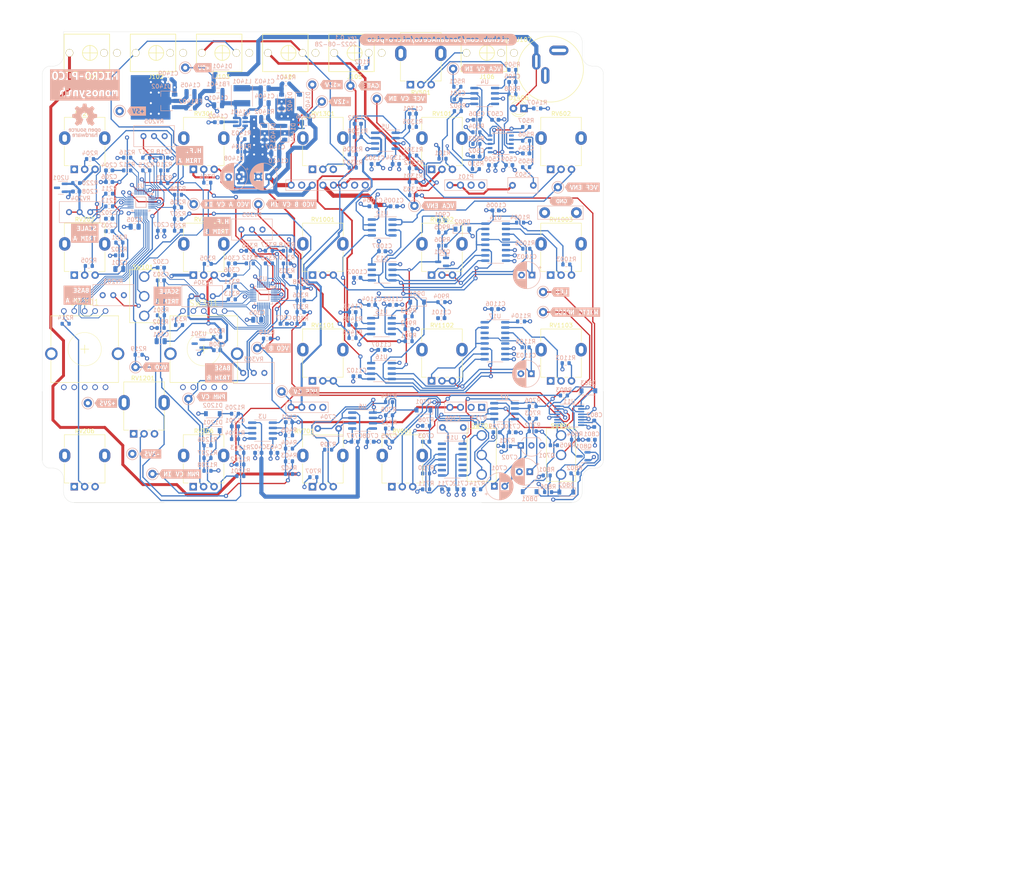
<source format=kicad_pcb>
(kicad_pcb (version 20211014) (generator pcbnew)
  (title_block (title "Micro-Pico Tiny Monosynth") (date "2022-08-28") (rev "0.1") (comment 1 "creativecommons.org/licences/by/4.0") (comment 2 "Licence: CC by 4.0") (comment 3 "Author: Jordan Aceto"))
  (layers (0 "F.Cu" signal) (1 "In1.Cu" signal) (2 "In2.Cu" signal) (31 "B.Cu" signal) (34 "B.Paste" user) (35 "F.Paste" user) (36 "B.SilkS" user "B.Silkscreen") (37 "F.SilkS" user "F.Silkscreen") (38 "B.Mask" user) (39 "F.Mask" user) (44 "Edge.Cuts" user))
  (net 0 "")
  (net 1 "Net-(C201-Pad1)")
  (net 2 "+5V")
  (net 3 "Net-(C202-Pad1)")
  (net 4 "/VCO_A/SOFT_SYNC_IN")
  (net 5 "Net-(C203-Pad1)")
  (net 6 "/VCO_A/HARD_SYNC_IN")
  (net 7 "Net-(C204-Pad1)")
  (net 8 "GND")
  (net 9 "Net-(C205-Pad1)")
  (net 10 "-12V")
  (net 11 "Net-(C301-Pad1)")
  (net 12 "Net-(C302-Pad1)")
  (net 13 "/VCO_B/SOFT_SYNC_IN")
  (net 14 "Net-(C303-Pad1)")
  (net 15 "/VCO_B/HARD_SYNC_IN")
  (net 16 "Net-(C304-Pad1)")
  (net 17 "Net-(C305-Pad1)")
  (net 18 "Net-(C401-Pad1)")
  (net 19 "/audio_mixer/MIX_OUT")
  (net 20 "+12V")
  (net 21 "Net-(C502-Pad1)")
  (net 22 "/VCA/SIGNAL_IN")
  (net 23 "Net-(C503-Pad2)")
  (net 24 "Net-(C504-Pad1)")
  (net 25 "Net-(C701-Pad1)")
  (net 26 "Net-(C702-Pad1)")
  (net 27 "Net-(C703-Pad1)")
  (net 28 "Net-(C703-Pad2)")
  (net 29 "Net-(C501-Pad2)")
  (net 30 "/CV_generators/LFO/TRIANGLE")
  (net 31 "Net-(C705-Pad1)")
  (net 32 "Net-(C505-Pad2)")
  (net 33 "Net-(C1002-Pad1)")
  (net 35 "Net-(C704-Pad1)")
  (net 36 "Net-(C706-Pad1)")
  (net 37 "Net-(C1003-Pad1)")
  (net 38 "Net-(C1101-Pad2)")
  (net 39 "/CV_generators/VCF_FM_CV")
  (net 40 "Net-(C1401-Pad1)")
  (net 41 "Net-(C1402-Pad1)")
  (net 42 "Net-(C1403-Pad1)")
  (net 43 "Net-(C1403-Pad2)")
  (net 44 "Net-(C1404-Pad1)")
  (net 45 "Net-(C1405-Pad1)")
  (net 46 "+2V5_REF")
  (net 47 "-2V5_REF")
  (net 48 "/CV_generators/LFO/RAW_SQUARE")
  (net 49 "Net-(D801-Pad1)")
  (net 50 "Net-(C1102-Pad1)")
  (net 51 "Net-(C1103-Pad1)")
  (net 52 "Net-(C1201-Pad1)")
  (net 53 "Net-(C1411-Pad1)")
  (net 54 "Net-(D901-Pad2)")
  (net 55 "+9V")
  (net 56 "Net-(D1403-Pad1)")
  (net 57 "Net-(D1405-Pad1)")
  (net 59 "Net-(C1201-Pad2)")
  (net 60 "/CV_generators/VCF_env/OUT")
  (net 61 "Net-(R101-Pad2)")
  (net 62 "Net-(C1301-Pad1)")
  (net 63 "Net-(R204-Pad2)")
  (net 64 "Net-(R205-Pad2)")
  (net 65 "/VCO_A/V_PER_OCT_IN_1")
  (net 66 "/VCO_FM_CV")
  (net 67 "Net-(R209-Pad2)")
  (net 68 "Net-(R210-Pad1)")
  (net 69 "Net-(R211-Pad1)")
  (net 70 "Net-(C1301-Pad2)")
  (net 71 "Net-(C1302-Pad1)")
  (net 72 "Net-(D801-Pad2)")
  (net 73 "Net-(R214-Pad1)")
  (net 74 "Net-(R214-Pad2)")
  (net 75 "Net-(D802-Pad2)")
  (net 76 "Net-(D803-Pad2)")
  (net 77 "Net-(R304-Pad2)")
  (net 78 "Net-(R305-Pad2)")
  (net 79 "/VCO_B/V_PER_OCT_IN_1")
  (net 80 "Net-(R309-Pad2)")
  (net 81 "Net-(R310-Pad1)")
  (net 82 "Net-(R311-Pad1)")
  (net 83 "Net-(D1201-Pad2)")
  (net 84 "Net-(J201-Pad1)")
  (net 85 "Net-(J301-Pad1)")
  (net 86 "Net-(R314-Pad1)")
  (net 87 "Net-(R314-Pad2)")
  (net 88 "Net-(J501-Pad1)")
  (net 89 "Net-(J1201-Pad1)")
  (net 90 "/audio_mixer/EXT_AUDIO_IN")
  (net 91 "/VCO_A/SWITCHED_OUT")
  (net 92 "/VCO_B/SWITCHED_OUT")
  (net 93 "/CV_generators/VCA_CV")
  (net 94 "/VCA/SIGNAL_OUT")
  (net 95 "/CV_generators/LFO/WHITE_NOISE")
  (net 96 "Net-(R707-Pad1)")
  (net 97 "Net-(R709-Pad1)")
  (net 98 "Net-(J1301-Pad1)")
  (net 99 "/CV_generators/LFO/HI_Z_SQUARE")
  (net 100 "/CV_generators/LFO_switching/LFO_IN")
  (net 101 "/CV_generators/GATE_IN")
  (net 102 "/CV_generators/LFO_switching/LFO_TO_PWM")
  (net 103 "Net-(R1203-Pad1)")
  (net 104 "/PWM_CV")
  (net 105 "/CV_generators/VCF_CV_IN")
  (net 106 "/CV_generators/LFO_switching/LFO_TO_VCF")
  (net 107 "/CV_generators/VCF_CV_scaler/VCF_ENV_IN")
  (net 108 "Net-(R1307-Pad1)")
  (net 109 "Net-(R1403-Pad1)")
  (net 110 "Net-(P101-Pad13)")
  (net 111 "/CV_generators/LFO/OUT")
  (net 112 "/VCO_A_PULSE")
  (net 113 "Net-(R203-Pad1)")
  (net 114 "Net-(R211-Pad2)")
  (net 115 "Net-(R212-Pad1)")
  (net 116 "Net-(R213-Pad1)")
  (net 117 "Net-(R215-Pad1)")
  (net 118 "Net-(R215-Pad2)")
  (net 119 "Net-(R217-Pad1)")
  (net 120 "Net-(R303-Pad1)")
  (net 121 "/CV_generators/LFO/SAMPLE_AND_HOLD")
  (net 122 "Net-(U1-Pad24)")
  (net 127 "Net-(U2-Pad24)")
  (net 128 "/VCO_B/PULSE_OUT")
  (net 141 "Net-(C701-Pad2)")
  (net 142 "Net-(R311-Pad2)")
  (net 143 "Net-(R703-Pad1)")
  (net 144 "Net-(R312-Pad1)")
  (net 145 "Net-(C501-Pad1)")
  (net 146 "Net-(C505-Pad1)")
  (net 147 "Net-(R313-Pad1)")
  (net 148 "Net-(R503-Pad1)")
  (net 149 "Net-(R505-Pad1)")
  (net 150 "Net-(R507-Pad2)")
  (net 151 "Net-(R315-Pad1)")
  (net 152 "Net-(R315-Pad2)")
  (net 153 "Net-(R317-Pad1)")
  (net 154 "Net-(R704-Pad1)")
  (net 155 "Net-(R710-Pad2)")
  (net 156 "Net-(R509-Pad2)")
  (net 157 "Net-(R902-Pad2)")
  (net 158 "Net-(R1003-Pad2)")
  (net 159 "Net-(RV205-Pad3)")
  (net 160 "Net-(RV305-Pad3)")
  (net 161 "Net-(R1004-Pad1)")
  (net 162 "Net-(R1005-Pad1)")
  (net 163 "Net-(R1103-Pad2)")
  (net 164 "Net-(RV1001-Pad2)")
  (net 165 "Net-(RV1002-Pad2)")
  (net 166 "Net-(RV1003-Pad2)")
  (net 167 "Net-(SW201-Pad2)")
  (net 168 "Net-(SW201-Pad3)")
  (net 169 "Net-(SW201-Pad4)")
  (net 170 "Net-(SW201-Pad5)")
  (net 171 "Net-(SW301-Pad2)")
  (net 172 "Net-(SW301-Pad3)")
  (net 173 "Net-(SW301-Pad4)")
  (net 174 "Net-(SW301-Pad5)")
  (net 175 "Net-(U13-Pad3)")
  (net 180 "Net-(U16-Pad3)")
  (net 185 "Net-(RV1002-Pad1)")
  (net 186 "Net-(R1104-Pad1)")
  (net 187 "Net-(R1105-Pad1)")
  (net 189 "Net-(Q801-Pad1)")
  (net 190 "Net-(Q801-Pad3)")
  (net 191 "Net-(D1406-Pad1)")
  (net 192 "Net-(J105-Pad2)")
  (net 193 "/RAW_9VDC")
  (net 194 "Net-(RV1101-Pad2)")
  (net 195 "/VCO_A/LOCAL_2V5_REF")
  (net 196 "/VCO_B/LOCAL_2V5_REF")
  (net 197 "/CV_generators/VCA_env/GATE")
  (net 198 "Net-(RV1102-Pad1)")
  (net 199 "-5V_REF")
  (net 200 "Net-(RV1102-Pad2)")
  (net 201 "Net-(RV1103-Pad2)")
  (net 202 "Net-(C901-Pad2)")
  (net 203 "Net-(D902-Pad1)")
  (net 204 "/CV_generators/VCA_env/~{TRIG}")
  (footprint "custom_footprints:SPDT_mini_toggle" (layer "F.Cu") (at 179.07 132.08 180)
    (fp_text reference "SW701")
    (fp_text value "SW_SPDT_CO")
  )
  (footprint "custom_footprints:CUI_PJ-011A" (layer "F.Cu") (at 197.334 34.955 -90)
    (fp_text reference "J107")
    (fp_text value "PJ-011A")
  )
  (footprint "custom_footprints:Alpha_RD901F" (layer "F.Cu") (at 109.895 63.51 90)
    (fp_text reference "RV301")
    (fp_text value "100k")
  )
  (footprint "custom_footprints:Alpha_RD901F" (layer "F.Cu") (at 81.32 63.51 90)
    (fp_text reference "RV201")
    (fp_text value "100k")
  )
  (footprint "custom_footprints:PJ301M-12" (layer "F.Cu") (at 116.84 35.56 90)
    (fp_text reference "J103")
    (fp_text value "PJ301M-12")
  )
  (footprint "custom_footprints:SR1712F_rotary_switch" (layer "F.Cu") (at 83.82 106.68 180)
    (fp_text reference "SW201")
    (fp_text value "SR1712F-0204" hide)
  )
  (footprint "custom_footprints:Alpha_RD901F" (layer "F.Cu") (at 167.045 114.3 90)
    (fp_text reference "RV1102")
    (fp_text value "1MA")
  )
  (footprint "custom_footprints:Alpha_RD901F" (layer "F.Cu") (at 195.62 63.51 90)
    (fp_text reference "RV602")
    (fp_text value "100k")
  )
  (footprint "custom_footprints:Alpha_RD901F" (layer "F.Cu") (at 138.47 63.51 90)
    (fp_text reference "RV1301")
    (fp_text value "100k")
  )
  (footprint "custom_footprints:Alpha_RD901F" (layer "F.Cu") (at 157.52 139.71 90)
    (fp_text reference "RV601")
    (fp_text value "100k")
  )
  (footprint "custom_footprints:Bourns_PTV09" (layer "F.Cu") (at 95.5675 127.01 90)
    (fp_text reference "RV1201")
    (fp_text value "5k")
  )
  (footprint "custom_footprints:Alpha_RD901F" (layer "F.Cu") (at 138.47 88.9 90)
    (fp_text reference "RV1001")
    (fp_text value "1MA")
  )
  (footprint "LED_THT:LED_D3.0mm" (layer "F.Cu") (at 189.23 48.895 180)
    (fp_text reference "D1406")
    (fp_text value "XLMDK65D")
  )
  (footprint "custom_footprints:Alpha_RD901F" (layer "F.Cu") (at 195.62 88.9 90)
    (fp_text reference "RV1003")
    (fp_text value "10k")
  )
  (footprint "custom_footprints:PJ301M-12" (layer "F.Cu") (at 180.34 35.56 90)
    (fp_text reference "J106")
    (fp_text value "PJ301M-12")
  )
  (footprint "custom_footprints:Alpha_RD901F" (layer "F.Cu") (at 167.045 88.9 90)
    (fp_text reference "RV1002")
    (fp_text value "1MA")
  )
  (footprint "custom_footprints:Alpha_RD901F" (layer "F.Cu") (at 138.47 114.3 90)
    (fp_text reference "RV1101")
    (fp_text value "1MA")
  )
  (footprint "custom_footprints:Alpha_RD901F" (layer "F.Cu") (at 138.47 139.71 90)
    (fp_text reference "RV701")
    (fp_text value "100k A")
  )
  (footprint "custom_footprints:Alpha_RD901F" (layer "F.Cu") (at 81.32 139.7 90)
    (fp_text reference "RV206")
    (fp_text value "10k")
  )
  (footprint "custom_footprints:Alpha_RD901F" (layer "F.Cu") (at 195.62 114.31 90)
    (fp_text reference "RV1103")
    (fp_text value "10k")
  )
  (footprint "custom_footprints:SPDT_mini_toggle" (layer "F.Cu") (at 198.12 132.08 180)
    (fp_text reference "SW801")
    (fp_text value "SW_SPDT_CO")
  )
  (footprint "custom_footprints:PJ301M-12" (layer "F.Cu") (at 148.59 35.56 90)
    (fp_text reference "J105")
    (fp_text value "PJ301M-12")
  )
  (footprint "custom_footprints:PJ301M-12" (layer "F.Cu") (at 85.09 35.56 90)
    (fp_text reference "J101")
    (fp_text value "PJ301M-12")
  )
  (footprint "custom_footprints:Bourns_PTV09" (layer "F.Cu") (at 161.965 43.18 90)
    (fp_text reference "RV501")
    (fp_text value "5k")
  )
  (footprint "custom_footprints:SPDT_mini_toggle" (layer "F.Cu") (at 98.1075 93.98 180)
    (fp_text reference "SW101")
    (fp_text value "SW_SPDT_CO")
  )
  (footprint "custom_footprints:SR1712F_rotary_switch" (layer "F.Cu") (at 112.395 106.68 180)
    (fp_text reference "SW301")
    (fp_text value "SR1712F-0204" hide)
  )
  (footprint "custom_footprints:PJ301M-12" (layer "F.Cu") (at 132.715 35.56 90)
    (fp_text reference "J104")
    (fp_text value "PJ301M-12")
  )
  (footprint "custom_footprints:Alpha_RD901F" (layer "F.Cu") (at 109.855 139.7 90)
    (fp_text reference "RV306")
    (fp_text value "10k")
  )
  (footprint "custom_footprints:PJ301M-12" (layer "F.Cu") (at 100.965 35.56 90)
    (fp_text reference "J102")
    (fp_text value "PJ301M-12")
  )
  (footprint "custom_footprints:Alpha_RD901F" (layer "F.Cu") (at 109.895 88.91 90)
    (fp_text reference "RV302")
    (fp_text value "100k")
  )
  (footprint "custom_footprints:Alpha_RD901F" (layer "F.Cu") (at 167.045 63.51 90)
    (fp_text reference "RV101")
    (fp_text value "10k")
  )
  (footprint "custom_footprints:Alpha_RD901F" (layer "F.Cu") (at 81.32 88.91 90)
    (fp_text reference "RV202")
    (fp_text value "100k")
  )
  (footprint "Resistor_SMD:R_0603_1608Metric" (layer "B.Cu") (at 89.7032 72.4046 180)
    (fp_text reference "R213")
    (fp_text value "470k")
  )
  (footprint "Resistor_SMD:R_0603_1608Metric" (layer "B.Cu") (at 89.7032 69.3566)
    (fp_text reference "R211")
    (fp_text value "47k")
  )
  (footprint "TestPoint:TestPoint_Keystone_5000-5004_Miniature" (layer "B.Cu") (at 140.716 47.244 180)
    (fp_text reference "TP1402" hide)
    (fp_text value "-12")
  )
  (footprint "Capacitor_SMD:C_0603_1608Metric" (layer "B.Cu") (at 177.8 60.452 180)
    (fp_text reference "C502")
    (fp_text value "1n")
  )
  (footprint "kibuzzard-62EC6A5B" (layer "B.Cu") (at 115.57 77.216 180)
    (fp_text reference "kibuzzard-62EC6A5B" hide)
    (fp_text value "G***" hide)
  )
  (footprint "Resistor_SMD:R_0603_1608Metric" (layer "B.Cu") (at 186.436 45.5168 180)
    (fp_text reference "R508")
    (fp_text value "12k")
  )
  (footprint "Resistor_SMD:R_0603_1608Metric" (layer "B.Cu") (at 102.9112 63.7686 180)
    (fp_text reference "R210")
    (fp_text value "270k")
  )
  (footprint "Capacitor_SMD:C_0603_1608Metric" (layer "B.Cu") (at 115.824 52.196 180)
    (fp_text reference "C1402")
    (fp_text value "100n")
  )
  (footprint "Diode_SMD:D_SOD-123" (layer "B.Cu") (at 199.3646 140.9954 180)
    (fp_text reference "D802")
    (fp_text value "1N4148W")
  )
  (footprint "Diode_SMD:D_SOD-123" (layer "B.Cu") (at 165.1 121.285 180)
    (fp_text reference "D701")
    (fp_text value "1N4148W")
  )
  (footprint "Capacitor_SMD:C_0603_1608Metric" (layer "B.Cu") (at 157.975 72.39 180)
    (fp_text reference "C1005")
    (fp_text value "100n")
  )
  (footprint "Diode_SMD:D_SOD-123" (layer "B.Cu") (at 204.6986 116.6876)
    (fp_text reference "D803")
    (fp_text value "1N4148W")
  )
  (footprint "Resistor_SMD:R_0603_1608Metric" (layer "B.Cu") (at 113.3602 86.2076 180)
    (fp_text reference "R305")
    (fp_text value "2M2")
  )
  (footprint "Capacitor_SMD:C_0603_1608Metric" (layer "B.Cu") (at 189.738 59.69 180)
    (fp_text reference "C504")
    (fp_text value "1n")
  )
  (footprint "kibuzzard-62EE6FC7" (layer "B.Cu") (at 88.9 119.634 180)
    (fp_text reference "kibuzzard-62EE6FC7" hide)
    (fp_text value "G***" hide)
  )
  (footprint "Resistor_SMD:R_0603_1608Metric" (layer "B.Cu") (at 106.2132 75.4526)
    (fp_text reference "R207")
    (fp_text value "100k")
  )
  (footprint "Resistor_SMD:R_0603_1608Metric" (layer "B.Cu") (at 132.334 86.106 180)
    (fp_text reference "R310")
    (fp_text value "270k")
  )
  (footprint "Resistor_SMD:R_0603_1608Metric" (layer "B.Cu") (at 119.126 91.694)
    (fp_text reference "R311")
    (fp_text value "47k")
  )
  (footprint "Capacitor_SMD:C_0603_1608Metric" (layer "B.Cu") (at 152.4 128.905 180)
    (fp_text reference "C708")
    (fp_text value "100n")
  )
  (footprint "custom_footprints:VCF_plug_in_port" (layer "B.Cu") (at 153.67 92.71 90)
    (fp_text reference "P101")
    (fp_text value "VCF_plug_in_port")
  )
  (footprint "Capacitor_SMD:C_0603_1608Metric" (layer "B.Cu") (at 89.6874 75.3618 180)
    (fp_text reference "C202")
    (fp_text value "10n")
  )
  (footprint "Resistor_SMD:R_0603_1608Metric" (layer "B.Cu") (at 189.738 56.642)
    (fp_text reference "R506")
    (fp_text value "270")
  )
  (footprint "kibuzzard-62EE6B71" (layer "B.Cu") (at 152.146 43.434 180)
    (fp_text reference "kibuzzard-62EE6B71" hide)
    (fp_text value "G***" hide)
  )
  (footprint "Resistor_SMD:R_0603_1608Metric" (layer "B.Cu") (at 192.405 48.895 180)
    (fp_text reference "R1407")
    (fp_text value "10k")
  )
  (footprint "Package_SO:SOIC-8_3.9x4.9mm_P1.27mm" (layer "B.Cu") (at 155.194 88.265 180)
    (fp_text reference "U13")
    (fp_text value "TLC555")
  )
  (footprint "kibuzzard-62EE6DEE" (layer "B.Cu") (at 201.422 97.79 180)
    (fp_text reference "kibuzzard-62EE6DEE" hide)
    (fp_text value "G***" hide)
  )
  (footprint "Resistor_SMD:R_0603_1608Metric" (layer "B.Cu") (at 177.8 54.61 180)
    (fp_text reference "R504")
    (fp_text value "100k")
  )
  (footprint "TestPoint:TestPoint_Keystone_5000-5004_Miniature" (layer "B.Cu") (at 108.712 118.618 180)
    (fp_text reference "TP105" hide)
    (fp_text value "VCO_PWM_CV")
  )
  (footprint "Capacitor_SMD:C_0603_1608Metric" (layer "B.Cu") (at 173.99 140.335 180)
    (fp_text reference "C712")
    (fp_text value "100n")
  )
  (footprint "custom_footprints:PQN32_HandSoldering" (layer "B.Cu") (at 126.746 93.726 180)
    (fp_text reference "U2")
    (fp_text value "SSI2130")
  )
  (footprint "Capacitor_THT:CP_Radial_D6.3mm_P2.50mm" (layer "B.Cu") (at 127.976 65.278 180)
    (fp_text reference "C1410")
    (fp_text value "10u")
  )
  (footprint "Resistor_SMD:R_0603_1608Metric" (layer "B.Cu") (at 156.845 125.73 180)
    (fp_text reference "R712")
    (fp_text value "47k")
  )
  (footprint "Capacitor_SMD:C_0805_2012Metric" (layer "B.Cu") (at 115.824 48.132 180)
    (fp_text reference "C1401")
    (fp_text value "4u7")
  )
  (footprint "Resistor_SMD:R_0603_1608Metric" (layer "B.Cu") (at 161.544 104.775)
    (fp_text reference "R901")
    (fp_text value "100k")
  )
  (footprint "Package_SO:SOIC-8_3.9x4.9mm_P1.27mm" (layer "B.Cu") (at 150.495 123.825 180)
    (fp_text reference "U6")
    (fp_text value "TL072")
  )
  (footprint "Resistor_SMD:R_0603_1608Metric" (layer "B.Cu") (at 162.56 66.548 180)
    (fp_text reference "R1301")
    (fp_text value "100k")
  )
  (footprint "Diode_SMD:D_SOD-123" (layer "B.Cu") (at 116.84 40.64)
    (fp_text reference "D1401")
    (fp_text value "B5819W")
  )
  (footprint "Resistor_SMD:R_0603_1608Metric" (layer "B.Cu") (at 106.2132 78.2466)
    (fp_text reference "R209")
    (fp_text value "100k")
  )
  (footprint "kibuzzard-62EE64B9" (layer "B.Cu") (at 83.8708 43.2562 180)
    (fp_text reference "kibuzzard-62EE64B9" hide)
    (fp_text value "G***" hide)
  )
  (footprint "Resistor_SMD:R_0603_1608Metric" (layer "B.Cu") (at 81.788 66.802 180)
    (fp_text reference "R220")
    (fp_text value "1k")
  )
  (footprint "Capacitor_SMD:C_0603_1608Metric" (layer "B.Cu") (at 169.38118 99.2378 180)
    (fp_text reference "C1101")
    (fp_text value "100p")
  )
  (footprint "Resistor_SMD:R_0603_1608Metric" (layer "B.Cu") (at 115.583 103.759 180)
    (fp_text reference "R320")
    (fp_text value "1k")
  )
  (footprint "Potentiometer_THT:Potentiometer_Bourns_3296W_Vertical" (layer "B.Cu") (at 85.1508 73.787)
    (fp_text reference "RV204")
    (fp_text value "5k")
  )
  (footprint "Resistor_SMD:R_0603_1608Metric" (layer "B.Cu") (at 165.735 140.335 180)
    (fp_text reference "R711")
    (fp_text value "4k7")
  )
  (footprint "Capacitor_SMD:C_0603_1608Metric" (layer "B.Cu") (at 185.674 62.484 180)
    (fp_text reference "C509")
    (fp_text value "100n")
  )
  (footprint "Capacitor_THT:CP_Radial_D6.3mm_P2.50mm" (layer "B.Cu") (at 190.97118 112.5728 180)
    (fp_text reference "C1103")
    (fp_text value "10u")
  )
  (footprint "TestPoint:TestPoint_Keystone_5000-5004_Miniature" (layer "B.Cu") (at 138.43 43.18 180)
    (fp_text reference "TP1403" hide)
    (fp_text value "+12")
  )
  (footprint "Resistor_SMD:R_0603_1608Metric" (layer "B.Cu") (at 185.1406 129.9972)
    (fp_text reference "R701")
    (fp_text value "150k")
  )
  (footprint "Package_TO_SOT_SMD:SOT-23" (layer "B.Cu") (at 111.143 105.364 180)
    (fp_text reference "U301")
    (fp_text value "LM4040C-2.5")
  )
  (footprint "Resistor_SMD:R_0603_1608Metric" (layer "B.Cu") (at 138.684 137.414 180)
    (fp_text reference "R707")
    (fp_text value "100")
  )
  (footprint "Resistor_SMD:R_0603_1608Metric" (layer "B.Cu") (at 148.082 100.838 180)
    (fp_text reference "R1406")
    (fp_text value "100k")
  )
  (footprint "Capacitor_SMD:C_0603_1608Metric" (layer "B.Cu") (at 129.286 131.572 180)
    (fp_text reference "C403")
    (fp_text value "100n")
  )
  (footprint "Capacitor_SMD:C_0603_1608Metric" (layer "B.Cu") (at 155.03018 106.8578)
    (fp_text reference "C1107")
    (fp_text value "100n")
  )
  (footprint "Capacitor_SMD:C_0603_1608Metric" (layer "B.Cu") (at 186.436 42.545 180)
    (fp_text reference "C505")
    (fp_text value "100p")
  )
  (footprint "Capacitor_SMD:C_0603_1608Metric" (layer "B.Cu") (at 155.194 83.185)
    (fp_text reference "C1007")
    (fp_text value "100n")
  )
  (footprint "Package_TO_SOT_SMD:SOT-89-3" (layer "B.Cu") (at 103.746 47.0916 180)
    (fp_text reference "U1402")
    (fp_text value "L78L05_SOT89")
  )
  (footprint "Resistor_SMD:R_0603_1608Metric" (layer "B.Cu") (at 102.045 101.6 180)
    (fp_text reference "R302")
    (fp_text value "10k")
  )
  (footprint "Resistor_SMD:R_0603_1608Metric" (layer "B.Cu") (at 113.284 135.89 180)
    (fp_text reference "R1208")
    (fp_text value "6k8")
  )
  (footprint "TestPoint:TestPoint_Keystone_5000-5004_Miniature" (layer "B.Cu") (at 125.476 71.882 180)
    (fp_text reference "J301" hide)
    (fp_text value "aux_FM_in")
  )
  (footprint "Package_SO:SOIC-8_3.9x4.9mm_P1.27mm" (layer "B.Cu") (at 155.194 77.47 180)
    (fp_text reference "U12")
    (fp_text value "TL072")
  )
  (footprint "Capacitor_SMD:C_0603_1608Metric" (layer "B.Cu") (at 177.8886 51.6128 180)
    (fp_text reference "C506")
    (fp_text value "100n")
  )
  (footprint "TestPoint:TestPoint_Keystone_5000-5004_Miniature" (layer "B.Cu") (at 197.358 67.818 180)
    (fp_text reference "TP603" hide)
    (fp_text value "VCF_ENV")
  )
  (footprint "Capacitor_THT:C_Rect_L7.0mm_W3.5mm_P5.00mm" (layer "B.Cu") (at 186.4652 67.3608)
    (fp_text reference "C503")
    (fp_text value "470n")
  )
  (footprint "Capacitor_SMD:C_0603_1608Metric" (layer "B.Cu") (at 165.735 128.905 180)
    (fp_text reference "C703")
    (fp_text value "1n")
  )
  (footprint "Resistor_SMD:R_0603_1608Metric" (layer "B.Cu") (at 199.39 86.36)
    (fp_text reference "R1003")
    (fp_text value "5k6")
  )
  (footprint "Resistor_SMD:R_0603_1608Metric" (layer "B.Cu") (at 106.4646 100.8888 180)
    (fp_text reference "R314")
    (fp_text value "100k")
  )
  (footprint "TestPoint:TestPoint_Keystone_5000-5004_Miniature" (layer "B.Cu") (at 96.012 110.998 180)
    (fp_text reference "TP102" hide)
    (fp_text value "VCO_A")
  )
  (footprint "Resistor_SMD:R_0603_1608Metric" (layer "B.Cu") (at 148.082 104.013)
    (fp_text reference "R1405")
    (fp_text value "100k")
  )
  (footprint "Resistor_SMD:R_0603_1608Metric" (layer "B.Cu") (at 113.284 132.842)
    (fp_text reference "R1207")
    (fp_text value "56k")
  )
  (footprint "Capacitor_SMD:C_0603_1608Metric" (layer "B.Cu") (at 125.476 131.572 180)
    (fp_text reference "C402")
    (fp_text value "100n")
  )
  (footprint "kibuzzard-62EE6CF1" (layer "B.Cu") (at 160.782 46.482 180)
    (fp_text reference "kibuzzard-62EE6CF1" hide)
    (fp_text value "G***" hide)
  )
  (footprint "kibuzzard-62EDADB4" (layer "B.Cu") (at 82.042 93.726 180)
    (fp_text reference "kibuzzard-62EDADB4" hide)
    (fp_text value "G***" hide)
  )
  (footprint "Resistor_SMD:R_0603_1608Metric" (layer "B.Cu") (at 177.8 57.404)
    (fp_text reference "R503")
    (fp_text value "270")
  )
  (footprint "Resistor_SMD:R_0603_1608Metric" (layer "B.Cu") (at 189.62498 106.2482)
    (fp_text reference "R1105")
    (fp_text value "100")
  )
  (footprint "kibuzzard-62EC69EF" (layer "B.Cu") (at 103.632 93.98 180)
    (fp_text reference "kibuzzard-62EC69EF" hide)
    (fp_text value "G***" hide)
  )
  (footprint "Resistor_SMD:R_0603_1608Metric" (layer "B.Cu") (at 169.6212 78.6638)
    (fp_text reference "R905")
    (fp_text value "100k")
  )
  (footprint "Capacitor_SMD:C_0603_1608Metric" (layer "B.Cu") (at 115.583 106.934 180)
    (fp_text reference "C308")
    (fp_text value "100n")
  )
  (footprint "Resistor_SMD:R_0603_1608Metric" (layer "B.Cu") (at 191.3128 126.3904)
    (fp_text reference "R702")
    (fp_text value "2M2")
  )
  (footprint "Inductor_SMD:L_0805_2012Metric" (layer "B.Cu") (at 115.824 44.576)
    (fp_text reference "FB1401")
    (fp_text value "100R @ 100MHz")
  )
  (footprint "Capacitor_SMD:C_0805_2012Metric" (layer "B.Cu") (at 95.7992 77.2814 180)
    (fp_text reference "C205")
    (fp_text value "3N9 COG")
  )
  (footprint "Resistor_SMD:R_0603_1608Metric" (layer "B.Cu") (at 119.888 128.27 180)
    (fp_text reference "R1204")
    (fp_text value "220k")
  )
  (footprint "Resistor_SMD:R_0603_1608Metric" (layer "B.Cu") (at 149.352 55.753 180)
    (fp_text reference "R1308")
    (fp_text value "100k")
  )
  (footprint "kibuzzard-62EE6A9F" (layer "B.Cu") (at 168.783 72.263 180)
    (fp_text reference "kibuzzard-62EE6A9F" hide)
    (fp_text value "G***" hide)
  )
  (footprint "Resistor_SMD:R_0603_1608Metric" (layer "B.Cu") (at 156.845 122.555)
    (fp_text reference "R705")
    (fp_text value "270k")
  )
  (footprint "Capacitor_SMD:C_0603_1608Metric" (layer "B.Cu") (at 182.25898 97.0534)
    (fp_text reference "C1106")
    (fp_text value "100n")
  )
  (footprint "Capacitor_SMD:C_0805_2012Metric" (layer "B.Cu") (at 127 44.068)
    (fp_text reference "C1403")
    (fp_text value "1u")
  )
  (footprint "Resistor_SMD:R_0603_1608Metric" (layer "B.Cu") (at 162.56 63.246 180)
    (fp_text reference "R1302")
    (fp_text value "100k")
  )
  (footprint "Resistor_SMD:R_0603_1608Metric" (layer "B.Cu") (at 189.738 53.34)
    (fp_text reference "R507")
    (fp_text value "4k7")
  )
  (footprint "Package_SO:TSSOP-16_4.4x5mm_P0.65mm" (layer "B.Cu") (at 200.0758 122.6566 180)
    (fp_text reference "U11")
    (fp_text value "CD4053")
  )
  (footprint "Resistor_SMD:R_0603_1608Metric" (layer "B.Cu") (at 177.99 140.335 180)
    (fp_text reference "R714")
    (fp_text value "100k")
  )
  (footprint "Resistor_SMD:R_0603_1608Metric" (layer "B.Cu") (at 132.334 83.058 180)
    (fp_text reference "R318")
    (fp_text value "4k7")
  )
  (footprint "Capacitor_SMD:C_0805_2012Metric" (layer "B.Cu") (at 109.207 44.958 180)
    (fp_text reference "C1405")
    (fp_text value "470n")
  )
  (footprint "Resistor_SMD:R_0603_1608Metric" (layer "B.Cu") (at 79.248 100.584)
    (fp_text reference "R214")
    (fp_text value "100k")
  )
  (footprint "kibuzzard-62EE6FFA" (layer "B.Cu") (at 99.568 131.826 180)
    (fp_text reference "kibuzzard-62EE6FFA" hide)
    (fp_text value "G***" hide)
  )
  (footprint "Resistor_SMD:R_0603_1608Metric" (layer "B.Cu") (at 173.228 43.688)
    (fp_text reference "R501")
    (fp_text value "100k")
  )
  (footprint "Capacitor_SMD:C_0603_1608Metric" (layer "B.Cu") (at 149.352 52.578 180)
    (fp_text reference "C1302")
    (fp_text value "100p")
  )
  (footprint "Resistor_SMD:R_0603_1608Metric" (layer "B.Cu") (at 132.842 127.381)
    (fp_text reference "R405")
    (fp_text value "100k")
  )
  (footprint "TestPoint:TestPoint_Keystone_5000-5004_Miniature" (layer "B.Cu") (at 100.076 136.652 180)
    (fp_text reference "J1201" hide)
    (fp_text value "aux_PWM_in")
  )
  (footprint "Resistor_SMD:R_0603_1608Metric" (layer "B.Cu") (at 150.495 39.116)
    (fp_text reference "R102")
    (fp_text value "10k")
  )
  (footprint "Resistor_SMD:R_0603_1608Metric" (layer "B.Cu") (at 135.636 97.79)
    (fp_text reference "R307")
    (fp_text value "100k")
  )
  (footprint "Resistor_SMD:R_0603_1608Metric" (layer "B.Cu") (at 161.544 101.854 180)
    (fp_text reference "R902")
    (fp_text value "12k")
  )
  (footprint "Package_SO:SOIC-8_3.9x4.9mm_P1.27mm" (layer "B.Cu") (at 184.5564 121.5644 180)
    (fp_text reference "U7")
    (fp_text value "TL072")
  )
  (footprint "Diode_SMD:D_SOD-123" (layer "B.Cu") (at 131.064 47.244 90)
    (fp_text reference "D1402")
    (fp_text value "B5819W")
  )
  (footprint "Capacitor_SMD:C_0603_1608Metric" (layer "B.Cu") (at 119.126 86.106 180)
    (fp_text reference "C304")
    (fp_text value "10n")
  )
  (footprint "Capacitor_SMD:C_0603_1608Metric" (layer "B.Cu") (at 119.126 88.9 180)
    (fp_text reference "C306")
    (fp_text value "100n")
  )
  (footprint "TestPoint:TestPoint_Keystone_5000-5004_Miniature" (layer "B.Cu") (at 107.95 39.116 180)
    (fp_text reference "TP1401" hide)
    (fp_text value "+9")
  )
  (footprint "Capacitor_SMD:C_0603_1608Metric" (layer "B.Cu") (at 182.6514 126.6444 180)
    (fp_text reference "C709")
    (fp_text value "100n")
  )
  (footprint "kibuzzard-62EE6E32" (layer "B.Cu") (at 197.866 92.964 180)
    (fp_text reference "kibuzzard-62EE6E32" hide)
    (fp_text value "G***" hide)
  )
  (footprint "Capacitor_SMD:C_0603_1608Metric" (layer "B.Cu") (at 81.788 68.834 180)
    (fp_text reference "C208")
    (fp_text value "100n")
  )
  (footprint "Resistor_SMD:R_0603_1608Metric" (layer "B.Cu") (at 121.158 137.16)
    (fp_text reference "R1201")
    (fp_text value "330k")
  )
  (footprint "Capacitor_SMD:C_0603_1608Metric" (layer "B.Cu") (at 182.3336 51.6128 180)
    (fp_text reference "C507")
    (fp_text value "100n")
  )
  (footprint "Resistor_SMD:R_0603_1608Metric" (layer "B.Cu") (at 162.56 53.34)
    (fp_text reference "R1305")
    (fp_text value "22k")
  )
  (footprint "Inductor_SMD:L_Taiyo-Yuden_NR-50xx" (layer "B.Cu") (at 121.539 45.846 90)
    (fp_text reference "L1401")
    (fp_text value "10uH, 1.2A")
  )
  (footprint "Resistor_SMD:R_0603_1608Metric" (layer "B.Cu") (at 201.4728 128.4224 180)
    (fp_text reference "R804")
    (fp_text value "10k")
  )
  (footprint "Resistor_SMD:R_0603_1608Metric" (layer "B.Cu") (at 196.39 129.76 180)
    (fp_text reference "R805")
    (fp_text value "10k")
  )
  (footprint "Resistor_SMD:R_0603_1608Metric" (layer "B.Cu") (at 191.3382 123.3424)
    (fp_text reference "R703")
    (fp_text value "1k")
  )
  (footprint "Resistor_SMD:R_0603_1608Metric" (layer "B.Cu") (at 106.2132 72.6586)
    (fp_text reference "R206")
    (fp_text value "100k")
  )
  (footprint "Package_SO:SSOP-10_3.9x4.9mm_P1.00mm" (layer "B.Cu") (at 183.642 57.404 180)
    (fp_text reference "U9")
    (fp_text value "SSI2162")
  )
  (footprint "Resistor_SMD:R_0603_1608Metric" (layer "B.Cu") (at 98.5932 63.7686 180)
    (fp_text reference "R215")
    (fp_text value "3k9")
  )
  (footprint "Resistor_SMD:R_0603_1608Metric" (layer "B.Cu") (at 191.3128 120.396)
    (fp_text reference "R706")
    (fp_text value "10M")
  )
  (footprint "Resistor_SMD:R_0603_1608Metric" (layer "B.Cu") (at 189.7888 82.5754)
    (fp_text reference "R1005")
    (fp_text value "100")
  )
  (footprint "kibuzzard-62EE7039" (layer "B.Cu") (at 143.002 43.18 180)
    (fp_text reference "kibuzzard-62EE7039" hide)
    (fp_text value "G***" hide)
  )
  (footprint "TestPoint:TestPoint_Keystone_5000-5004_Miniature" (layer "B.Cu") (at 84.582 119.634 180)
    (fp_text reference "TP1405" hide)
    (fp_text value "+2V5")
  )
  (footprint "Resistor_SMD:R_0603_1608Metric" (layer "B.Cu") (at 162.623 69.723 180)
    (fp_text reference "R1303")
    (fp_text value "100k")
  )
  (footprint "TestPoint:TestPoint_Bridge_Pitch7.62mm_Drill1.3mm" (layer "B.Cu") (at 201.803 73.914 180)
    (fp_text reference "TP1407" hide)
    (fp_text value "GND")
  )
  (footprint "Resistor_SMD:R_0603_1608Metric" (layer "B.Cu") (at 94.0212 63.7686 180)
    (fp_text reference "R212")
    (fp_text value "270")
  )
  (footprint "Capacitor_SMD:C_0603_1608Metric" (layer "B.Cu") (at 156.845 128.905 180)
    (fp_text reference "C705")
    (fp_text value "100n")
  )
  (footprint "Resistor_SMD:R_0603_1608Metric" (layer "B.Cu") (at 113.284 129.794 180)
    (fp_text reference "R1206")
    (fp_text value "10k")
  )
  (footprint "Symbol:OSHW-Logo_7.5x8mm_SilkScreen" (layer "B.Cu") (at 83.82 51.7398 180)
    (fp_text reference "REF**" hide)
    (fp_text value "OSHW-Logo_7.5x8mm_SilkScreen" hide)
  )
  (footprint "kibuzzard-62EE6D53" (layer "B.Cu") (at 133.35 71.882 180)
    (fp_text reference "kibuzzard-62EE6D53" hide)
    (fp_text value "G***" hide)
  )
  (footprint "Capacitor_SMD:C_0603_1608Metric" (layer "B.Cu") (at 102.108 90.17 180)
    (fp_text reference "C303")
    (fp_text value "10n")
  )
  (footprint "Diode_SMD:D_SOD-123" (layer "B.Cu") (at 114.554 126.238 180)
    (fp_text reference "D1201")
    (fp_text value "1N4148W")
  )
  (footprint "Capacitor_SMD:C_0603_1608Metric" (layer "B.Cu") (at 119.888 125.222 180)
    (fp_text reference "C1201")
    (fp_text value "1n")
  )
  (footprint "Resistor_SMD:R_0603_1608Metric" (layer "B.Cu") (at 121.158 134.366)
    (fp_text reference "R1202")
    (fp_text value "330k")
  )
  (footprint "Capacitor_SMD:C_0603_1608Metric" (layer "B.Cu") (at 89.7032 66.5626 180)
    (fp_text reference "C206")
    (fp_text value "100n")
  )
  (footprint "Package_TO_SOT_SMD:SOT-23" (layer "B.Cu") (at 78.105 67.945 180)
    (fp_text reference "U201")
    (fp_text value "LM4040C-2.5")
  )
  (footprint "Resistor_SMD:R_0603_1608Metric" (layer "B.Cu") (at 188.5188 100.0252)
    (fp_text reference "R1104")
    (fp_text value "100")
  )
  (footprint "Capacitor_THT:CP_Radial_D6.3mm_P2.50mm" (layer "B.Cu") (at 182.104021 139.5984)
    (fp_text reference "C701")
    (fp_text value "10u")
  )
  (footprint "Capacitor_THT:C_Rect_L7.0mm_W3.5mm_P5.00mm" (layer "B.Cu") (at 144.74 125.73 180)
    (fp_text reference "C704")
    (fp_text value "220n")
  )
  (footprint "Resistor_SMD:R_0603_1608Metric" (layer "B.Cu") (at 201.3458 136.4996)
    (fp_text reference "R802")
    (fp_text value "10k")
  )
  (footprint "Package_SO:SOIC-8_3.9x4.9mm_P1.27mm" (layer "B.Cu") (at 155.03018 101.1428 180)
    (fp_text reference "U15")
    (fp_text value "TL072")
  )
  (footprint "Capacitor_SMD:C_0603_1608Metric" (layer "B.Cu") (at 132.842 124.206)
    (fp_text reference "C401")
    (fp_text value "100p")
  )
  (footprint "Diode_SMD:D_SOD-123" (layer "B.Cu") (at 135.382 47.244 -90)
    (fp_text reference "D1405")
    (fp_text value "B5819W")
  )
  (footprint "kibuzzard-62EE6B39" (layer "B.Cu") (at 114.3 118.11 180)
    (fp_text reference "kibuzzard-62EE6B39" hide)
    (fp_text value "G***" hide)
  )
  (footprint "Diode_SMD:D_SOD-123" (layer "B.Cu") (at 114.554 122.174 180)
    (fp_text reference "D1202")
    (fp_text value "1N4148W")
  )
  (footprint "Capacitor_SMD:C_0603_1608Metric" (layer "B.Cu") (at 149.06118 113.2078 180)
    (fp_text reference "C1102")
    (fp_text value "1n")
  )
  (footprint "kibuzzard-62EE7070" (layer "B.Cu") (at 96.266 49.53 180)
    (fp_text reference "kibuzzard-62EE7070" hide)
    (fp_text value "G***" hide)
  )
  (footprint "TestPoint:TestPoint_Keystone_5000-5004_Miniature" (layer "B.Cu") (at 131.064 116.84 180)
    (fp_text reference "TP106" hide)
    (fp_text value "VCF_FM_CV")
  )
  (footprint "Capacitor_SMD:C_0805_2012Metric" (layer "B.Cu") (at 127 47.624 180)
    (fp_text reference "C1404")
    (fp_text value "1u")
  )
  (footprint "Capacitor_SMD:C_0603_1608Metric" (layer "B.Cu") (at 157.81118 96.0628 180)
    (fp_text reference "C1105")
    (fp_text value "100n")
  )
  (footprint "Resistor_SMD:R_0603_1608Metric" (layer "B.Cu") (at 119.888 122.174 180)
    (fp_text reference "R1205")
    (fp_text value "1k")
  )
  (footprint "Resistor_SMD:R_0603_1608Metric" (layer "B.Cu") (at 94.0212 60.7206)
    (fp_text reference "R216")
    (fp_text value "4k7")
  )
  (footprint "kibuzzard-62EE6A0D" (layer "B.Cu") (at 203.2 67.818 180)
    (fp_text reference "kibuzzard-62EE6A0D" hide)
    (fp_text value "G***" hide)
  )
  (footprint "Package_SO:SOIC-8_3.9x4.9mm_P1.27mm" (layer "B.Cu") (at 179.7936 45.8978 180)
    (fp_text reference "U4")
    (fp_text value "TL072")
  )
  (footprint "TestPoint:TestPoint_Keystone_5000-5004_Miniature" (layer "B.Cu") (at 162.941 72.263 180)
    (fp_text reference "TP601" hide)
    (fp_text value "VCA_ENV")
  )
  (footprint "Resistor_SMD:R_0603_1608Metric" (layer "B.Cu") (at 178.435 124.46)
    (fp_text reference "R713")
    (fp_text value "47k")
  )
  (footprint "Capacitor_SMD:C_0603_1608Metric" (layer "B.Cu") (at 103.886 41.91 180)
    (fp_text reference "C1409")
    (fp_text value "100n")
  )
  (footprint "kibuzzard-62EDACF8" (layer "B.Cu") (at 83.8454 78.8416 180)
    (fp_text reference "kibuzzard-62EDACF8" hide)
    (fp_text value "G***" hide)
  )
  (footprint "Resistor_SMD:R_0603_1608Metric" (layer "B.Cu") (at 92.075 84.1502 180)
    (fp_text reference "R202")
    (fp_text value "10k")
  )
  (footprint "kibuzzard-62EE748D" (layer "B.Cu") (at 112.014 39.116 180)
    (fp_text reference "kibuzzard-62EE748D" hide)
    (fp_text value "G***" hide)
  )
  (footprint "TestPoint:TestPoint_Keystone_5000-5004_Miniature" (layer "B.Cu") (at 92.202 49.53 180)
    (fp_text reference "TP1404" hide)
    (fp_text value "+5")
  )
  (footprint "TestPoint:TestPoint_Keystone_5000-5004_Miniature" (layer "B.Cu") (at 147.574 43.434 180)
    (fp_text reference "TP101" hide)
    (fp_text value "GATE_IN")
  )
  (footprint "Capacitor_SMD:C_0805_2012Metric" (layer "B.Cu") (at 136.906 52.324)
    (fp_text reference "C1406")
    (fp_text value "4u7")
  )
  (footprint "Capacitor_SMD:C_0603_1608Metric" (layer "B.Cu") (at 153.416 62.23 180)
    (fp_text reference "C1303")
    (fp_text value "100n")
  )
  (footprint "Resistor_SMD:R_0603_1608Metric" (layer "B.Cu") (at 96.774 108.0262 180)
    (fp_text reference "R219")
    (fp_text value "18k")
  )
  (footprint "Resistor_SMD:R_0603_1608Metric" (layer "B.Cu") (at 113.2332 66.7004 180)
    (fp_text reference "R304")
    (fp_text value "200k")
  )
  (footprint "Resistor_SMD:R_0603_1608Metric" (layer "B.Cu") (at 186.436 39.624 180)
    (fp_text reference "R509")
    (fp_text value "270")
  )
  (footprint "Resistor_SMD:R_0603_1608Metric" (layer "B.Cu") (at 188.2902 76.3016)
    (fp_text reference "R1004")
    (fp_text value "100")
  )
  (footprint "Package_TO_SOT_SMD:SOT-23" (layer "B.Cu") (at 203.5325 132.4 180)
    (fp_text reference "Q801")
    (fp_text value "MMBT3904")
  )
  (footprint "Inductor_SMD:L_0805_2012Metric" (layer "B.Cu") (at 109.207 48.768 180)
    (fp_text reference "FB1402")
    (fp_text value "100R @ 100MHz")
  )
  (footprint "Resistor_SMD:R_0603_1608Metric" (layer "B.Cu") (at 132.08 42.926)
    (fp_text reference "R1401")
    (fp_text value "1")
  )
  (footprint "custom_footprints:PQN32_HandSoldering" (layer "B.Cu") (at 97.3232 71.3886 180)
    (fp_text reference "U1")
    (fp_text value "SSI2130")
  )
  (footprint "Resistor_SMD:R_0603_1608Metric" (layer "B.Cu") (at 142.24 130.81)
    (fp_text reference "R709")
    (fp_text value "100k")
  )
  (footprint "Capacitor_SMD:C_0603_1608Metric" (layer "B.Cu") (at 148.59 128.905 180)
    (fp_text reference "C707")
    (fp_text value "100n")
  )
  (footprint "Resistor_SMD:R_0603_1608Metric" (layer "B.Cu") (at 121.412 56.26)
    (fp_text reference "R1403")
    (fp_text value "114k")
  )
  (footprint "TestPoint:TestPoint_Keystone_5000-5004_Miniature" (layer "B.Cu") (at 172.212 39.37 180)
    (fp_text reference "J501" hide)
    (fp_text value "aux_AM_in")
  )
  (footprint "Resistor_SMD:R_0603_1608Metric" (layer "B.Cu") (at 165.735 125.095 180)
    (fp_text reference "R708")
    (fp_text value "10k")
  )
  (footprint "Capacitor_SMD:C_0805_2012Metric" (layer "B.Cu") (at 125.222 99.6188 180)
    (fp_text reference "C305")
    (fp_text value "3N9 COG")
  )
  (footprint "Package_TO_SOT_THT:TO-92_Inline_Wide" (layer "B.Cu") (at 188.468 129.794)
    (fp_text reference "Q701")
    (fp_text value "2N3904")
  )
  (footprint "kibuzzard-62EDACE7" (layer "B.Cu") (at 108.966 60.198 180)
    (fp_text reference "kibuzzard-62EDACE7" hide)
    (fp_text value "G***" hide)
  )
  (footprint "Capacitor_SMD:C_0603_1608Metric" (layer "B.Cu") (at 148.069 97.79 180)
    (fp_text reference "C1411")
    (fp_text value "100n")
  )
  (footprint "Package_TO_SOT_SMD:SOT-23" (layer "B.Cu") (at 169.5704 85.725 180)
    (fp_text reference "Q901")
    (fp_text value "MMBT3904")
  )
  (footprint "Capacitor_THT:CP_Radial_D6.3mm_P2.50mm" (layer "B.Cu") (at 190.61558 136.0932 180)
    (fp_text reference "C702")
    (fp_text value "10u")
  )
  (footprint "Resistor_SMD:R_0603_1608Metric" (layer "B.Cu") (at 121.412 59.308 180)
    (fp_text reference "R1404")
    (fp_text value "13k3")
  )
  (footprint "Resistor_SMD:R_0603_1608Metric" (layer "B.Cu") (at 132.334 89.154)
    (fp_text reference "R303")
    (fp_text value "39k")
  )
  (footprint "kibuzzard-62EE6D7D" (layer "B.Cu") (at 106.68 136.652 180)
    (fp_text reference "kibuzzard-62EE6D7D" hide)
    (fp_text value "G***" hide)
  )
  (footprint "Resistor_SMD:R_0603_1608Metric" (layer "B.Cu") (at 165.735 136.525)
    (fp_text reference "R710")
    (fp_text value "12k")
  )
  (footprint "Diode_SMD:D_SOD-123" (layer "B.Cu") (at 131.826 54.736 90)
    (fp_text reference "D1404")
    (fp_text value "B5819W")
  )
  (footprint "Capacitor_SMD:C_0603_1608Metric" (layer "B.Cu") (at 102.095 87.122 180)
    (fp_text reference "C302")
    (fp_text value "10n")
  )
  (footprint "Resistor_SMD:R_0603_1608Metric" (layer "B.Cu") (at 102.108 98.552)
    (fp_text reference "R301")
    (fp_text value "10k")
  )
  (footprint "Capacitor_SMD:C_0603_1608Metric" (layer "B.Cu") (at 158.483 62.23 180)
    (fp_text reference "C1304")
    (fp_text value "100n")
  )
  (footprint "TestPoint:TestPoint_Keystone_5000-5004_Miniature" (layer "B.Cu") (at 153.924 46.5582 180)
    (fp_text reference "J1301" hide)
    (fp_text value "aux_VCF_FM_in")
  )
  (footprint "Resistor_SMD:R_0603_1608Metric" (layer "B.Cu") (at 106.2132 69.6106 180)
    (fp_text reference "R208")
    (fp_text value "100k")
  )
  (footprint "Diode_SMD:D_SOD-123" (layer "B.Cu") (at 174.4472 77.8764)
    (fp_text reference "D902")
    (fp_text value "1N4148W")
  )
  (footprint "Resistor_SMD:R_0603_1608Metric" (layer "B.Cu") (at 169.418 95.377)
    (fp_text reference "R904")
    (fp_text value "10k")
  )
  (footprint "Potentiometer_THT:Potentiometer_Bourns_3296W_Vertical" (layer "B.Cu") (at 126.492 77.978)
    (fp_text reference "RV305")
    (fp_text value "5k")
  )
  (footprint "kibuzzard-62EE6AE1" (layer "B.Cu") (at 100.838 110.998 180)
    (fp_text reference "kibuzzard-62EE6AE1" hide)
    (fp_text value "G***" hide)
  )
  (footprint "Capacitor_SMD:C_0603_1608Metric" (layer "B.Cu") (at 152.908 72.39 180)
    (fp_text reference "C1004")
    (fp_text value "100n")
  )
  (footprint "Resistor_SMD:R_0603_1608Metric" (layer "B.Cu") (at 161.544 98.806)
    (fp_text reference "R903")
    (fp_text value "100k")
  )
  (footprint "Resistor_SMD:R_0603_1608Metric" (layer "B.Cu") (at 85.1022 61.0362 180)
    (fp_text reference "R204")
    (fp_text value "200k")
  )
  (footprint "TestPoint:TestPoint_Keystone_5000-5004_Miniature" (layer "B.Cu") (at 193.802 92.964 180)
    (fp_text reference "TP602" hide)
    (fp_text value "LFO")
  )
  (footprint "Resistor_SMD:R_0603_1608Metric" (layer "B.Cu") (at 148.145 59.944)
    (fp_text reference "R1306")
    (fp_text value "100k")
  )
  (footprint "Resistor_SMD:R_0603_1608Metric" (layer "B.Cu") (at 132.842 136.652 180)
    (fp_text reference "R402")
    (fp_text value "100k")
  )
  (footprint "Resistor_SMD:R_0603_1608Metric" (layer "B.Cu") (at 119.126 94.742 180)
    (fp_text reference "R313")
    (fp_text value "470k")
  )
  (footprint "Resistor_SMD:R_0603_1608Metric" (layer "B.Cu") (at 121.158 131.572)
    (fp_text reference "R1203")
    (fp_text value "220k")
  )
  (footprint "Resistor_SMD:R_0603_1608Metric" (layer "B.Cu") (at 148.145 63.119)
    (fp_text reference "R1307")
    (fp_text value "220k")
  )
  (footprint "Diode_SMD:D_SOD-123" (layer "B.Cu") (at 127 54.736 -90)
    (fp_text reference "D1403")
    (fp_text value "B5819W")
  )
  (footprint "Diode_SMD:D_SOD-123" (layer "B.Cu") (at 163.576 95.377 180)
    (fp_text reference "D901")
    (fp_text value "1N4148W")
  )
  (footprint "Capacitor_SMD:C_0603_1608Metric" (layer "B.Cu") (at 181.597 62.484 180)
    (fp_text reference "C508")
    (fp_text value "100n")
  )
  (footprint "Resistor_SMD:R_0603_1608Metric" (layer "B.Cu") (at 156.845 119.38 180)
    (fp_text reference "R704")
    (fp_text value "100k")
  )
  (footprint "Package_SO:SOIC-8_3.9x4.9mm_P1.27mm" (layer "B.Cu") (at 126.492 126.238 180)
    (fp_text reference "U3")
    (fp_text value "TL072")
  )
  (footprint "Capacitor_THT:CP_Radial_D6.3mm_P2.50mm" (layer "B.Cu") (at 120.864 65.278 180)
    (fp_text reference "C1408")
    (fp_text value "10u")
  )
  (footprint "Resistor_SMD:R_0603_1608Metric" (layer "B.Cu") (at 194.6656 137.0076 180)
    (fp_text reference "R801")
    (fp_text value "10k")
  )
  (footprint "Resistor_SMD:R_0603_1608Metric" (layer "B.Cu") (at 127 50.926)
    (fp_text reference "R1402")
    (fp_text value "1")
  )
  (footprint "TestPoint:TestPoint_Keystone_5000-5004_Miniature" (layer "B.Cu") (at 95.25 131.826 180)
    (fp_text reference "TP1406" hide)
    (fp_text value "-2V5")
  )
  (footprint "Diode_SMD:D_SOD-123" (layer "B.Cu") (at 190.57 140.9 180)
    (fp_text reference "D801")
    (fp_text value "1N4148W")
  )
  (footprint "Resistor_SMD:R_0603_1608Metric" (layer "B.Cu") (at 132.842 130.556 180)
    (fp_text reference "R404")
    (fp_text value "27k")
  )
  (footprint "Package_SO:SOIC-8_3.9x4.9mm_P1.27mm" (layer "B.Cu") (at 155.03018 111.9378 180)
    (fp_text reference "U16")
    (fp_text value "TLC555")
  )
  (footprint "Resistor_SMD:R_0603_1608Metric" (layer "B.Cu") (at 195.01 141.01 180)
    (fp_text reference "R806")
    (fp_text value "10k")
  )
  (footprint "Package_SO:SOIC-8_3.9x4.9mm_P1.27mm" (layer "B.Cu") (at 155.956 56.642 180)
    (fp_text reference "U5")
    (fp_text value "TL072")
  )
  (footprint "Capacitor_THT:CP_Radial_D6.3mm_P2.50mm" (layer "B.Cu") (at 191.135 88.9 180)
    (fp_text reference "C1003")
    (fp_text value "10u")
  )
  (footprint "Capacitor_SMD:C_0805_2012Metric" (layer "B.Cu") (at 129.54 59.69 180)
    (fp_text reference "C1407")
    (fp_text value "4u7")
  )
  (footprint "Potentiometer_THT:Potentiometer_Bourns_3296W_Vertical" (layer "B.Cu") (at 93.218 93.726)
    (fp_text reference "RV203")
    (fp_text value "5k")
  )
  (footprint "Capacitor_SMD:C_0603_1608Metric" (layer "B.Cu") (at 102.1492 78.2466 180)
    (fp_text reference "C207")
    (fp_text value "100n")
  )
  (footprint "Potentiometer_THT:Potentiometer_Bourns_3296W_Vertical" (layer "B.Cu") (at 103.007 55.5498)
    (fp_text reference "RV205")
    (fp_text value "5k")
  )
  (footprint "Resistor_SMD:R_0603_1608Metric" (layer "B.Cu") (at 169.6212 81.8388 180)
    (fp_text reference "R906")
    (fp_text value "10k")
  )
  (footprint "Resistor_SMD:R_0603_1608Metric" (layer "B.Cu") (at 169.672 60.96)
    (fp_text reference "R101")
    (fp_text value "10k")
  )
  (footprint "Capacitor_SMD:C_0805_2012Metric" (layer "B.Cu") (at 92.138 87.4522)
    (fp_text reference "C201")
    (fp_text value "10u")
  )
  (footprint "Capacitor_SMD:C_0805_2012Metric" (layer "B.Cu") (at 102.045 104.775)
    (fp_text reference "C301")
    (fp_text value "10u")
  )
  (footprint "Capacitor_SMD:C_0603_1608Metric" (layer "B.Cu") (at 169.6212 75.7682 180)
    (fp_text reference "C901")
    (fp_text value "100p")
  )
  (footprint "Resistor_SMD:R_0603_1608Metric" (layer "B.Cu") (at 123.444 83.058)
    (fp_text reference "R316")
    (fp_text value "4k7")
  )
  (footprint "kibuzzard-62EE6D2D" (layer "B.Cu") (at 117.602 71.882 180)
    (fp_text reference "kibuzzard-62EE6D2D" hide)
    (fp_text value "G***" hide)
  )
  (footprint "Capacitor_SMD:C_0603_1608Metric" (layer "B.Cu") (at 186.4614 126.6444 180)
    (fp_text reference "C710")
    (fp_text value "100n")
  )
  (footprint "Capacitor_SMD:C_0603_1608Metric" (layer "B.Cu") (at 89.7032 63.7686 180)
    (fp_text reference "C204")
    (fp_text value "10n")
  )
  (footprint "Resistor_SMD:R_0603_1608Metric" (layer "B.Cu") (at 198.8058 117.8052)
    (fp_text reference "R803")
    (fp_text value "1k")
  )
  (footprint "Resistor_SMD:R_0603_1608Metric" (layer "B.Cu") (at 128.016 83.058 180)
    (fp_text reference "R317")
    (fp_text value "12k")
  )
  (footprint "Resistor_SMD:R_0603_1608Metric" (layer "B.Cu") (at 132.842 133.604 180)
    (fp_text reference "R403")
    (fp_text value "27k")
  )
  (footprint "Capacitor_SMD:C_0603_1608Metric" (layer "B.Cu") (at 173.2788 46.736)
    (fp_text reference "C501")
    (fp_text value "1n")
  )
  (footprint "Package_SO:SOIC-16_3.9x9.9mm_P1.27mm" (layer "B.Cu") (at 182.4228 81.0006 180)
    (fp_text reference "U14")
    (fp_text value "CD4052B")
  )
  (footprint "kibuzzard-62EC6A3A" (layer "B.Cu") (at 115.9764 112.3696 180)
    (fp_text reference "kibuzzard-62EC6A3A" hide)
    (fp_text value "G***" hide)
  )
  (footprint "kibuzzard-62FE2A23" (layer "B.Cu") (at 198.247 71.12 180)
    (fp_text reference "kibuzzard-62FE2A23" hide)
    (fp_text value "G***" hide)
  )
  (footprint "Resistor_SMD:R_0603_1608Metric" (layer "B.Cu") (at 189.738 62.992 180)
    (fp_text reference "R505")
    (fp_text value "27k")
  )
  (footprint "kibuzzard-62EE6BC1" (layer "B.Cu") (at 136.398 116.84 180)
    (fp_text reference "kibuzzard-62EE6BC1" hide)
    (fp_text value "G***" hide)
  )
  (footprint "Resistor_SMD:R_0603_1608Metric" (layer "B.Cu") (at 102.9112 60.7206 180)
    (fp_text reference "R218")
    (fp_text value "4k7")
  )
  (footprint "Potentiometer_THT:Potentiometer_Bourns_3296W_Vertical" (layer "B.Cu") (at 114.554 93.98)
    (fp_text reference "RV304")
    (fp_text value "5k")
  )
  (footprint "Capacitor_SMD:C_0603_1608Metric" (layer "B.Cu") (at 205.4606 128.4224)
    (fp_text reference "C801")
    (fp_text value "100n")
  )
  (footprint "Capacitor_SMD:C_0603_1608Metric" (layer "B.Cu") (at 206.0702 124.587 90)
    (fp_text reference "C802")
    (fp_text value "100n")
  )
  (footprint "kibuzzard-62EE6D14" (layer "B.Cu") (at 179.07 39.37 180)
    (fp_text reference "kibuzzard-62EE6D14" hide)
    (fp_text value "G***" hide)
  )
  (footprint "kibuzzard-62EE69E1" (layer "B.Cu") (at 130.048 106.426 180)
    (fp_text reference "kibuzzard-62EE69E1" hide)
    (fp_text value "G***" hide)
  )
  (footprint "Capacitor_SMD:C_0603_1608Metric" (layer "B.Cu") (at 152.74418 96.0628 180)
    (fp_text reference "C1104")
    (fp_text value "100n")
  )
  (footprint "Resistor_SMD:R_0603_1608Metric" (layer "B.Cu") (at 135.636 91.948 180)
    (fp_text reference "R308")
    (fp_text value "100k")
  )
  (footprint "Package_TO_SOT_SMD:TSOT-23-6" (layer "B.Cu") (at 121.1834 52.1198 180)
    (fp_text reference "U1401")
    (fp_text value "LT3467A")
  )
  (footprint "Capacitor_SMD:C_0603_1608Metric" (layer "B.Cu") (at 162.56 50.165)
    (fp_text reference "C1301")
    (fp_text value "1n")
  )
  (footprint "TestPoint:TestPoint_Keystone_5000-5004_Miniature" (layer "B.Cu") (at 193.802 97.79 180)
    (fp_text reference "J701" hide)
    (fp_text value "white_noise")
  )
  (footprint "Capacitor_SMD:C_0603_1608Metric" (layer "B.Cu") (at 131.572 100.584 180)
    (fp_text reference "C307")
    (fp_text value "100n")
  )
  (footprint "Resistor_SMD:R_0603_1608Metric" (layer "B.Cu") (at 127.5588 104.14 180)
    (fp_text reference "R319")
    (fp_text value "18k")
  )
  (footprint "Capacitor_SMD:C_0603_1608Metric" (layer "B.Cu") (at 149.225 89.535 180)
    (fp_text reference "C1002")
    (fp_text value "1n")
  )
  (footprint "Resistor_SMD:R_0603_1608Metric" (layer "B.Cu") (at 173.355 49.53 180)
    (fp_text reference "R502")
    (fp_text value "150k")
  )
  (footprint "Resistor_SMD:R_0603_1608Metric" (layer "B.Cu") (at 199.22618 110.0328)
    (fp_text reference "R1103")
    (fp_text value "5k6")
  )
  (footprint "Resistor_SMD:R_0603_1608Metric" (layer "B.Cu") (at 128.016 86.106 180)
    (fp_text reference "R315")
    (fp_text value "3k9")
  )
  (footprint "Capacitor_THT:C_Rect_L7.2mm_W2.5mm_P5.00mm_FKS2_FKP2_MKS2_MKP2" (layer "B.Cu") (at 169.6612 125.476)
    (fp_text reference "C706")
    (fp_text value "2n2")
  )
  (footprint "Resistor_SMD:R_0603_1608Metric" (layer "B.Cu") (at 102.9112 66.8166)
    (fp_text reference "R203")
    (fp_text value "39k")
  )
  (footprint "Resistor_SMD:R_0603_1608Metric" (layer "B.Cu") (at 98.5932 60.7206 180)
    (fp_text reference "R217")
    (fp_text value "12k")
  )
  (footprint "kibuzzard-62EE6FA2" (layer "B.Cu") (at 145.034 47.244 180)
    (fp_text reference "kibuzzard-62EE6FA2" hide)
    (fp_text value "G***" hide)
  )
  (footprint "Resistor_SMD:R_0603_1608Metric" (layer "B.Cu") (at 84.8106 86.7156 180)
    (fp_text reference "R205")
    (fp_text value "2M2")
  )
  (footprint "kibuzzard-62EE65B4" (layer "B.Cu") (at 168.656 32.385 180)
    (fp_text reference "kibuzzard-62EE65B4" hide)
    (fp_text value "G***" hide)
  )
  (footprint "Package_SO:SOIC-16_3.9x9.9mm_P1.27mm" (layer "B.Cu") (at 182.25898 104.6734 180)
    (fp_text reference "U17")
    (fp_text value "CD4052B")
  )
  (footprint "TestPoint:TestPoint_Keystone_5000-5004_Miniature" (layer "B.Cu") (at 109.982 71.882 180)
    (fp_text reference "J201" hide)
    (fp_text value "aux_FM_in")
  )
  (footprint "Capacitor_SMD:C_0603_1608Metric" (layer "B.Cu") (at 182.4228 73.3806)
    (fp_text reference "C1006")
    (fp_text value "100n")
  )
  (footprint "Resistor_SMD:R_0603_1608Metric" (layer "B.Cu") (at 177.673 63.4492)
    (fp_text reference "R510")
    (fp_text value "10M")
  )
  (footprint "Capacitor_SMD:C_0603_1608Metric" (layer "B.Cu") (at 89.6874 78.359 180)
    (fp_text reference "C203")
    (fp_text value "10n")
  )
  (footprint "Capacitor_SMD:C_0603_1608Metric" (layer "B.Cu") (at 170.32 140.335 180)
    (fp_text reference "C711")
    (fp_text value "100n")
  )
  (footprint "TestPoint:TestPoint_Keystone_5000-5004_Miniature" (layer "B.Cu") (at 125.222 106.426 180)
    (fp_text reference "TP103" hide)
    (fp_text value "VCO_B")
  )
  (footprint "Resistor_SMD:R_0603_1608Metric" (layer "B.Cu") (at 92.138 81.1022)
    (fp_text reference "R201")
    (fp_text value "10k")
  )
  (footprint "Resistor_SMD:R_0603_1608Metric" (layer "B.Cu") (at 123.444 86.106 180)
    (fp_text reference "R312")
    (fp_text value "270")
  )
  (footprint "Resistor_SMD:R_0603_1608Metric" (layer "B.Cu") (at 135.636 100.584)
    (fp_text reference "R309")
    (fp_text value "100k")
  )
  (footprint "Resistor_SMD:R_0603_1608Metric" (layer "B.Cu") (at 162.623 60.198 180)
    (fp_text reference "R1304")
    (fp_text value "56k")
  )
  (footprint "Package_SO:SOIC-14_3.9x8.7mm_P1.27mm" (layer "B.Cu") (at 172.0088 133.1976 180)
    (fp_text reference "U10")
    (fp_text value "LF398_SOIC14")
  )
  (footprint "Resistor_SMD:R_0603_1608Metric" (layer "B.Cu") (at 135.636 94.996)
    (fp_text reference "R306")
    (fp_text value "100k")
  )
  (footprint "Potentiometer_THT:Potentiometer_Bourns_3296W_Vertical" (layer "B.Cu") (at 126.9338 112.395)
    (fp_text reference "RV303")
    (fp_text value "5k")
  )
  (gr_arc (start 203.200001 137.795001) (mid 203.94395 135.99895) (end 205.740001 135.255001) (layer "Edge.Cuts") (width 0.05))
  (gr_arc (start 81.280001 143.510001) (mid 79.48395 142.766052) (end 78.740001 140.970001) (layer "Edge.Cuts") (width 0.05))
  (gr_arc (start 73.660001 40.640001) (mid 74.217962 39.292962) (end 75.565001 38.735001) (layer "Edge.Cuts") (width 0.05))
  (gr_arc (start 203.200001 140.970001) (mid 202.456052 142.766052) (end 200.660001 143.510001) (layer "Edge.Cuts") (width 0.05))
  (gr_line (start 75.565001 135.255001) (end 76.200001 135.255001) (layer "Edge.Cuts") (width 0.05))
  (gr_line (start 75.565001 38.735001) (end 76.200001 38.735001) (layer "Edge.Cuts") (width 0.05))
  (gr_arc (start 75.565001 135.255001) (mid 74.217963 134.697039) (end 73.660001 133.350001) (layer "Edge.Cuts") (width 0.05))
  (gr_line (start 203.200001 36.195001) (end 203.200001 33.020001) (layer "Edge.Cuts") (width 0.05))
  (gr_line (start 78.74 30.480001) (end 78.740001 36.195001) (layer "Edge.Cuts") (width 0.05))
  (gr_line (start 205.740001 135.255001) (end 206.375001 135.255001) (layer "Edge.Cuts") (width 0.05))
  (gr_arc (start 78.740001 36.195001) (mid 77.996052 37.991052) (end 76.200001 38.735001) (layer "Edge.Cuts") (width 0.05))
  (gr_arc (start 76.200001 135.255001) (mid 77.996052 135.99895) (end 78.740001 137.795001) (layer "Edge.Cuts") (width 0.05))
  (gr_line (start 102.870001 143.510001) (end 179.070001 143.510001) (layer "Edge.Cuts") (width 0.05))
  (gr_arc (start 200.660001 30.480001) (mid 202.456052 31.22395) (end 203.200001 33.020001) (layer "Edge.Cuts") (width 0.05))
  (gr_line (start 81.280001 143.510001) (end 102.870001 143.510001) (layer "Edge.Cuts") (width 0.1))
  (gr_arc (start 205.740001 38.735001) (mid 203.94395 37.991052) (end 203.200001 36.195001) (layer "Edge.Cuts") (width 0.05))
  (gr_arc (start 206.375001 38.735001) (mid 207.722039 39.292963) (end 208.280001 40.640001) (layer "Edge.Cuts") (width 0.05))
  (gr_line (start 73.660001 116.840001) (end 73.660001 40.640001) (layer "Edge.Cuts") (width 0.05))
  (gr_line (start 208.280001 40.640001) (end 208.280001 116.840001) (layer "Edge.Cuts") (width 0.05))
  (gr_line (start 200.660001 143.510001) (end 179.070001 143.510001) (layer "Edge.Cuts") (width 0.1))
  (gr_arc (start 208.280001 133.350001) (mid 207.722039 134.697039) (end 206.375001 135.255001) (layer "Edge.Cuts") (width 0.05))
  (gr_line (start 78.74 30.480001) (end 200.660001 30.480001) (layer "Edge.Cuts") (width 0.05))
  (gr_line (start 78.740001 137.795001) (end 78.740001 140.970001) (layer "Edge.Cuts") (width 0.05))
  (gr_line (start 73.660001 133.350001) (end 73.660001 116.840001) (layer "Edge.Cuts") (width 0.1))
  (gr_line (start 203.200001 140.970001) (end 203.200001 137.795001) (layer "Edge.Cuts") (width 0.05))
  (gr_line (start 208.280001 133.350001) (end 208.280001 116.840001) (layer "Edge.Cuts") (width 0.1))
  (gr_line (start 205.740001 38.735001) (end 206.375001 38.735001) (layer "Edge.Cuts") (width 0.05))
  (gr_text "rev 0.1\n2022-08-28" (at 149.225 32.6898) (layer "B.SilkS") (effects (font (size 1 1)) (justify left mirror)))
  (segment (start 92.075 86.5652) (end 92.075 81.8642) (width 0.3) (layer "B.Cu") (net 1))
  (segment (start 92.075 81.8642) (end 91.313 81.1022) (width 0.3) (layer "B.Cu") (net 1))
  (segment (start 91.188 87.4522) (end 92.075 86.5652) (width 0.3) (layer "B.Cu") (net 1))
  (segment (start 138.684 91.186) (end 137.414 91.186) (width 0.4) (layer "F.Cu") (net 2))
  (segment (start 113.284 90.521) (end 114.895 88.91) (width 0.5) (layer "F.Cu") (net 2))
  (segment (start 126.746 67.945) (end 117.983 67.945) (width 0.4) (layer "F.Cu") (net 2))
  (segment (start 203.327 128.4224) (end 201.7776 128.4224) (width 0.3) (layer "F.Cu") (net 2))
  (segment (start 117.983 67.945) (end 116.586 66.548) (width 0.4) (layer "F.Cu") (net 2))
  (segment (start 113.284 95.504) (end 113.284 90.521) (width 0.5) (layer "F.Cu") (net 2))
  (segment (start 134.112 75.311) (end 126.746 67.945) (width 0.4) (layer "F.Cu") (net 2))
  (segment (start 116.088 63.51) (end 114.895 63.51) (width 0.4) (layer "F.Cu") (net 2))
  (segment (start 113.5126 98.7806) (end 113.5634 98.7298) (width 0.5) (layer "F.Cu") (net 2))
  (segment (start 145.034 100.584) (end 140.97 96.52) (width 0.4) (layer "F.Cu") (net 2))
  (segment (start 116.586 64.008) (end 116.088 63.51) (width 0.4) (layer "F.Cu") (net 2))
  (segment (start 113.5126 100.5078) (end 113.5126 98.7806) (width 0.5) (layer "F.Cu") (net 2))
  (segment (start 137.414 91.186) (end 135.636 89.408) (width 0.4) (layer "F.Cu") (net 2))
  (segment (start 116.586 66.548) (end 116.586 64.008) (width 0.4) (layer "F.Cu") (net 2))
  (segment (start 134.112 82.423) (end 134.112 75.311) (width 0.4) (layer "F.Cu") (net 2))
  (segment (start 135.636 83.947) (end 134.112 82.423) (width 0.4) (layer "F.Cu") (net 2))
  (segment (start 201.7776 128.4224) (end 198.12 132.08) (width 0.3) (layer "F.Cu") (net 2))
  (segment (start 113.5634 98.7298) (end 113.5634 95.7834) (width 0.5) (layer "F.Cu") (net 2))
  (segment (start 91.059 67.6402) (end 92.1366 66.5626) (width 0.3) (layer "F.Cu") (net 2))
  (segment (start 91.059 72.3138) (end 91.059 67.6402) (width 0.3) (layer "F.Cu") (net 2))
  (segment (start 113.5634 95.7834) (end 113.284 95.504) (width 0.5) (layer "F.Cu") (net 2))
  (segment (start 135.636 89.408) (end 135.636 83.947) (width 0.4) (layer "F.Cu") (net 2))
  (segment (start 92.6084 73.8632) (end 91.059 72.3138) (width 0.3) (layer "F.Cu") (net 2))
  (segment (start 140.97 93.472) (end 138.684 91.186) (width 0.4) (layer "F.Cu") (net 2))
  (segment (start 140.97 96.52) (end 140.97 93.472) (width 0.4) (layer "F.Cu") (net 2))
  (via (at 168.148 57.658) (size 1) (drill 0.5) (layers "F.Cu" "B.Cu") (net 2))
  (via (at 92.6084 73.8632) (size 1) (drill 0.5) (layers "F.Cu" "B.Cu") (net 2))
  (via (at 105.396 43.829) (size 1) (drill 0.5) (layers "F.Cu" "B.Cu") (net 2))
  (via (at 92.1366 66.5626) (size 1) (drill 0.5) (layers "F.Cu" "B.Cu") (net 2))
  (via (at 93.98 55.88) (size 1) (drill 0.5) (layers "F.Cu" "B.Cu") (net 2))
  (via (at 145.034 100.584) (size 1) (drill 0.5) (layers "F.Cu" "B.Cu") (net 2))
  (via (at 113.5126 100.5078) (size 1) (drill 0.5) (layers "F.Cu" "B.Cu") (net 2))
  (via (at 203.327 128.4224) (size 1) (drill 0.5) (layers "F.Cu" "B.Cu") (net 2))
  (segment (start 105.396 42.645) (end 104.661 41.91) (width 1) (layer "B.Cu") (net 2))
  (segment (start 116.408 101.93) (end 114.9858 100.5078) (width 0.5) (layer "B.Cu") (net 2))
  (segment (start 109.601 100.5078) (end 113.5126 100.5078) (width 0.3) (layer "B.Cu") (net 2))
  (segment (start 202.2978 126.8598) (end 201.2301 125.7921) (width 0.3) (layer "B.Cu") (net 2))
  (segment (start 123.838 85.331) (end 123.4186 85.7504) (width 0.2) (layer "B.Cu") (net 2))
  (segment (start 91.8688 88.6714) (end 86.5586 88.6714) (width 0.3) (layer "B.Cu") (net 2))
  (segment (start 94.0562 62.1538) (end 94.0562 55.9562) (width 0.3) (layer "B.Cu") (net 2))
  (segment (start 105.3338 104.775) (end 109.601 100.5078) (width 0.3) (layer "B.Cu") (net 2))
  (segment (start 94.0562 55.9562) (end 93.98 55.88) (width 0.3) (layer "B.Cu") (net 2))
  (segment (start 91.9734 74.4982) (end 91.9734 78.3082) (width 0.3) (layer "B.Cu") (net 2))
  (segment (start 199.905575 120.65) (end 198.882 120.65) (width 0.3) (layer "B.Cu") (net 2))
  (segment (start 198.882 120.65) (end 198.6136 120.3816) (width 0.3) (layer "B.Cu") (net 2))
  (segment (start 147.257 104.013) (end 147.257 102.807) (width 0.4) (layer "B.Cu") (net 2))
  (segment (start 115.316 130.556) (end 115.316 128.524) (width 0.3) (layer "B.Cu") (net 2))
  (segment (start 86.32 63.51) (end 83.028 66.802) (width 0.5) (layer "B.Cu") (net 2))
  (segment (start 126.146 86.649) (end 124.828 85.331) (width 0.2) (layer "B.Cu") (net 2))
  (segment (start 90.4782 66.5626) (end 92.1366 66.5626) (width 0.3) (layer "B.Cu") (net 2))
  (segment (start 102.995 104.775) (end 105.3338 104.775) (width 0.3) (layer "B.Cu") (net 2))
  (segment (start 199.771 120.65) (end 198.882 120.65) (width 0.3) (layer "B.Cu") (net 2))
  (segment (start 83.028 66.802) (end 82.613 66.802) (width 0.5) (layer "B.Cu") (net 2))
  (segment (start 201.2301 125.7921) (end 201.2301 121.974525) (width 0.3) (layer "B.Cu") (net 2))
  (segment (start 96.7232 68.8886) (end 96.7232 64.3116) (width 0.2) (layer "B.Cu") (net 2))
  (segment (start 121.92 88.9) (end 119.901 88.9) (width 0.2) (layer "B.Cu") (net 2))
  (segment (start 114.109 131.763) (end 115.316 130.556) (width 0.3) (layer "B.Cu") (net 2))
  (segment (start 94.1324 80.4672) (end 94.1324 84.8614) (width 0.3) (layer "B.Cu") (net 2))
  (segment (start 198.6136 120.3816) (end 197.2133 120.3816) (width 0.3) (layer "B.Cu") (net 2))
  (segment (start 114.109 132.842) (end 114.109 131.763) (width 0.3) (layer "B.Cu") (net 2))
  (segment (start 94.667 62.2554) (end 95.2766 62.865) (width 0.3) (layer "B.Cu") (net 2))
  (segment (start 116.3074 90.3224) (end 114.895 88.91) (width 0.3) (layer "B.Cu") (net 2))
  (segment (start 123.4186 87.4014) (end 121.92 88.9) (width 0.2) (layer "B.Cu") (net 2))
  (segment (start 105.396 45.5916) (end 105.396 43.829) (width 1) (layer "B.Cu") (net 2))
  (segment (start 203.0486 116.6876) (end 203.0486 117.3724) (width 0.3) (layer "B.Cu") (net 2))
  (segment (start 113.284 133.667) (end 114.109 132.842) (width 0.3) (layer "B.Cu") (net 2))
  (segment (start 116.408 103.759) (end 116.408 101.93) (width 0.5) (layer "B.Cu") (net 2))
  (segment (start 92.6084 73.8632) (end 91.9734 74.4982) (width 0.3) (layer "B.Cu") (net 2))
  (segment (start 201.2301 121.974525) (end 199.905575 120.65) (width 0.3) (layer "B.Cu") (net 2))
  (segment (start 119.901 88.9) (end 118.4786 90.3224) (width 0.3) (layer "B.Cu") (net 2))
  (segment (start 93.088 87.4522) (end 91.8688 88.6714) (width 0.3) (layer "B.Cu") (net 2))
  (segment (start 202.2978 128.4224) (end 203.327 128.4224) (width 0.3) (layer "B.Cu") (net 2))
  (segment (start 123.4186 85.7504) (end 123.4186 87.4014) (width 0.2) (layer "B.Cu") (net 2))
  (segment (start 94.0308 64.6684) (end 94.0308 62.2808) (width 0.3) (layer "B.Cu") (net 2))
  (segment (start 147.257 102.807) (end 145.034 100.584) (width 0.4) (layer "B.Cu") (net 2))
  (segment (start 115.316 128.524) (end 116.204 127.636) (width 0.3) (layer "B.Cu") (net 2))
  (segment (start 93.088 85.9058) (end 93.088 87.4522) (width 0.3) (layer "B.Cu") (net 2))
  (segment (start 126.146 91.226) (end 126.146 86.649) (width 0.2) (layer "B.Cu") (net 2))
  (segment (start 116.204 127.636) (end 116.204 126.238) (width 0.3) (layer "B.Cu") (net 2))
  (segment (start 124.828 85.331) (end 123.838 85.331) (width 0.2) (layer "B.Cu") (net 2))
  (segment (start 168.847 58.357) (end 168.148 57.658) (width 0.5) (layer "B.Cu") (net 2))
  (segment (start 91.9734 78.3082) (end 94.1324 80.4672) (width 0.3) (layer "B.Cu") (net 2))
  (segment (start 114.855 139.7) (end 113.284 138.129) (width 0.3) (layer "B.Cu") (net 2))
  (segment (start 168.847 60.96) (end 168.847 58.357) (width 0.5) (layer "B.Cu") (net 2))
  (segment (start 105.41 43.815) (end 105.396 42.645) (width 1) (layer "B.Cu") (net 2))
  (segment (start 114.9858 100.5078) (end 113.5126 100.5078) (width 0.5) (layer "B.Cu") (net 2))
  (segment (start 92.1366 66.5626) (end 94.0308 64.6684) (width 0.3) (layer "B.Cu") (net 2))
  (segment (start 113.284 138.129) (end 113.284 133.667) (width 0.3) (layer "B.Cu") (net 2))
  (segment (start 105.396 43.829) (end 105.41 43.815) (width 1) (layer "B.Cu") (net 2))
  (segment (start 86.5586 88.6714) (end 86.32 88.91) (width 0.3) (layer "B.Cu") (net 2))
  (segment (start 203.0486 117.3724) (end 199.771 120.65) (width 0.3) (layer "B.Cu") (net 2))
  (segment (start 202.2978 128.4224) (end 202.2978 126.8598) (width 0.3) (layer "B.Cu") (net 2))
  (segment (start 94.0308 62.2554) (end 94.667 62.2554) (width 0.3) (layer "B.Cu") (net 2))
  (segment (start 94.1324 84.8614) (end 93.088 85.9058) (width 0.3) (layer "B.Cu") (net 2))
  (segment (start 96.7232 64.3116) (end 95.2766 62.865) (width 0.2) (layer "B.Cu") (net 2))
  (segment (start 203.327 128.4224) (end 204.6856 128.4224) (width 0.3) (layer "B.Cu") (net 2))
  (segment (start 118.4786 90.3224) (end 116.3074 90.3224) (width 0.3) (layer "B.Cu") (net 2))
  (segment (start 93.219156 71.9886) (end 92.818657 72.389099) (width 0.2) (layer "B.Cu") (net 3))
  (segment (start 94.8232 71.9886) (end 93.219156 71.9886) (width 0.2) (layer "B.Cu") (net 3))
  (segment (start 92.152101 72.389099) (end 90.4624 74.0788) (width 0.2) (layer "B.Cu") (net 3))
  (segment (start 92.818657 72.389099) (end 92.152101 72.389099) (width 0.2) (layer "B.Cu") (net 3))
  (segment (start 90.4624 74.0788) (end 90.4624 75.3618) (width 0.2) (layer "B.Cu") (net 3))
  (segment (start 92.9 81.1652) (end 92.963 81.1022) (width 0.3) (layer "B.Cu") (net 5))
  (segment (start 92.9 84.1502) (end 92.9 81.1652) (width 0.3) (layer "B.Cu") (net 5))
  (segment (start 92.552336 72.7886) (end 91.523899 73.817037) (width 0.2) (layer "B.Cu") (net 5))
  (segment (start 91.523899 73.817037) (end 91.523899 77.297501) (width 0.2) (layer "B.Cu") (net 5))
  (segment (start 91.523899 77.297501) (end 90.4624 78.359) (width 0.2) (layer "B.Cu") (net 5))
  (segment (start 92.963 81.1022) (end 92.963 80.8596) (width 0.3) (layer "B.Cu") (net 5))
  (segment (start 94.8232 72.7886) (end 92.552336 72.7886) (width 0.2) (layer "B.Cu") (net 5))
  (segment (start 92.963 80.8596) (end 90.4624 78.359) (width 0.3) (layer "B.Cu") (net 5))
  (segment (start 92.913 81.0522) (end 92.963 81.1022) (width 0.3) (layer "B.Cu") (net 5))
  (segment (start 93.1962 63.7686) (end 90.4782 63.7686) (width 0.3) (layer "B.Cu") (net 7))
  (via (at 132.842 80.331838) (size 1) (drill 0.5) (layers "F.Cu" "B.Cu") (net 8))
  (via (at 174.752 141.5993) (size 1) (drill 0.5) (layers "F.Cu" "B.Cu") (net 8))
  (via (at 188.468 126.746) (size 1) (drill 0.5) (layers "F.Cu" "B.Cu") (net 8))
  (via (at 93.2434 77.3176) (size 1) (drill 0.5) (layers "F.Cu" "B.Cu") (net 8))
  (via (at 130.048 132.842) (size 1) (drill 0.5) (layers "F.Cu" "B.Cu") (net 8))
  (via (at 94.3864 74.0664) (size 1) (drill 0.5) (layers "F.Cu" "B.Cu") (net 8))
  (via (at 99.695 42.545) (size 1) (drill 0.5) (layers "F.Cu" "B.Cu") (net 8))
  (via (at 124.46 51.562) (size 1) (drill 0.5) (layers "F.Cu" "B.Cu") (net 8))
  (via (at 79.8576 70.1802) (size 1) (drill 0.5) (layers "F.Cu" "B.Cu") (net 8))
  (via (at 171.45 95.377) (size 1) (drill 0.5) (layers "F.Cu" "B.Cu") (net 8))
  (via (at 150.048798 71.765998) (size 1) (drill 0.5) (layers "F.Cu" "B.Cu") (net 8))
  (via (at 157.0482 130.3274) (size 1) (drill 0.5) (layers "F.Cu" "B.Cu") (net 8))
  (via (at 149.733 105.537) (size 1) (drill 0.5) (layers "F.Cu" "B.Cu") (net 8))
  (via (at 133.858 51.562) (size 1) (drill 0.5) (layers "F.Cu" "B.Cu") (net 8))
  (via (at 186.9948 84.1756) (size 1) (drill 0.5) (layers "F.Cu" "B.Cu") (net 8))
  (via (at 159.512 86.2838) (size 1) (drill 0.5) (layers "F.Cu" "B.Cu") (net 8))
  (via (at 157.2006 83.2612) (size 1) (drill 0.5) (layers "F.Cu" "B.Cu") (net 8))
  (via (at 175.6156 48.1584) (size 1) (drill 0.5) (layers "F.Cu" "B.Cu") (net 8))
  (via (at 148.24838 114.427) (size 1) (drill 0.5) (layers "F.Cu" "B.Cu") (net 8))
  (via (at 121.3866 83.0834) (size 1) (drill 0.5) (layers "F.Cu" "B.Cu") (net 8))
  (via (at 126.492 59.944) (size 1) (drill 0.5) (layers "F.Cu" "B.Cu") (net 8))
  (via (at 160.167623 72.346502) (size 1) (drill 0.5) (layers "F.Cu" "B.Cu") (net 8))
  (via (at 102.9208 79.6036) (size 1) (drill 0.5) (layers "F.Cu" "B.Cu") (net 8))
  (via (at 101.6 50.165) (size 1) (drill 0.5) (layers "F.Cu" "B.Cu") (net 8))
  (via (at 157.03678 106.934) (size 1) (drill 0.5) (layers "F.Cu" "B.Cu") (net 8))
  (via (at 131.064 47.244) (size 1) (drill 0.5) (layers "F.Cu" "B.Cu") (net 8))
  (via (at 151.638 58.674) (size 1) (drill 0.5) (layers "F.Cu" "B.Cu") (net 8))
  (via (at 186.83098 107.8484) (size 1) (drill 0.5) (layers "F.Cu" "B.Cu") (net 8))
  (via (at 124.714 132.842) (size 1) (drill 0.5) (layers "F.Cu" "B.Cu") (net 8))
  (via (at 122.7328 99.6188) (size 1) (drill 0.5) (layers "F.Cu" "B.Cu") (net 8))
  (via (at 111.0996 122.1486) (size 1) (drill 0.5) (layers "F.Cu" "B.Cu") (net 8))
  (via (at 124.46 59.944) (size 1) (drill 0.5) (layers "F.Cu" "B.Cu") (net 8))
  (via (at 184.29098 97.0534) (size 1) (drill 0.5) (layers "F.Cu" "B.Cu") (net 8))
  (via (at 184.5056 51.5112) (size 1) (drill 0.5) (layers "F.Cu" "B.Cu") (net 8))
  (via (at 176.911 79.5528) (size 1) (drill 0.5) (layers "F.Cu" "B.Cu") (net 8))
  (via (at 98.7806 108.9152) (size 1) (drill 0.5) (layers "F.Cu" "B.Cu") (net 8))
  (via (at 122.245188 94.035812) (size 1) (drill 0.5) (layers "F.Cu" "B.Cu") (net 8))
  (via (at 192.75 139.05) (size 1) (drill 0.5) (layers "F.Cu" "B.Cu") (net 8))
  (via (at 131.826 54.864) (size 1) (drill 0.5) (layers "F.Cu" "B.Cu") (net 8))
  (via (at 169.661699 140.8881) (size 1) (drill 0.5) (layers "F.Cu" "B.Cu") (net 8))
  (via (at 190.6778 99.9998) (size 1) (drill 0.5) (layers "F.Cu" "B.Cu") (net 8))
  (via (at 154.7876 122.9614) (size 1) (drill 0.5) (layers "F.Cu" "B.Cu") (net 8))
  (via (at 204.724 123.444) (size 1) (drill 0.5) (layers "F.Cu" "B.Cu") (net 8))
  (via (at 126.492 58.048997) (size 1) (drill 0.5) (layers "F.Cu" "B.Cu") (net 8))
  (via (at 186.7916 109.1184) (size 1) (drill 0.5) (layers "F.Cu" "B.Cu") (net 8))
  (via (at 148.4122 90.7542) (size 1) (drill 0.5) (layers "F.Cu" "B.Cu") (net 8))
  (via (at 104.796612 60.862188) (size 1) (drill 0.5) (layers "F.Cu" "B.Cu") (net 8))
  (via (at 115.9045 135.8138) (size 1) (drill 0.5) (layers "F.Cu" "B.Cu") (net 8))
  (via (at 187.6552 59.563) (size 1) (drill 0.5) (layers "F.Cu" "B.Cu") (net 8))
  (via (at 195.294934 123.159886) (size 1) (drill 0.5) (layers "F.Cu" "B.Cu") (net 8))
  (via (at 130.1496 104.0892) (size 1) (drill 0.5) (layers "F.Cu" "B.Cu") (net 8))
  (via (at 159.258 63.5) (size 1) (drill 0.5) (layers "F.Cu" "B.Cu") (net 8))
  (via (at 167.7416 136.1694) (size 1) (drill 0.5) (layers "F.Cu" "B.Cu") (net 8))
  (via (at 175.689008 59.9637) (size 1) (drill 0.5) (layers "F.Cu" "B.Cu") (net 8))
  (via (at 131.064 50.8) (size 1) (drill 0.5) (layers "F.Cu" "B.Cu") (net 8))
  (via (at 172.1358 86.106) (size 1) (drill 0.5) (layers "F.Cu" "B.Cu") (net 8))
  (via (at 146.3548 128.9304) (size 1) (drill 0.5) (layers "F.Cu" "B.Cu") (net 8))
  (via (at 89.9028 84.2518) (size 1) (drill 0.5) (layers "F.Cu" "B.Cu") (net 8))
  (via (at 116.965417 88.8755) (size 1) (drill 0.5) (layers "F.Cu" "B.Cu") (net 8))
  (via (at 184.4548 73.3806) (size 1) (drill 0.5) (layers "F.Cu" "B.Cu") (net 8))
  (via (at 149.8092 95.1484) (size 1) (drill 0.5) (layers "F.Cu" "B.Cu") (net 8))
  (via (at 186.7662 106.5022) (size 1) (drill 0.5) (layers "F.Cu" "B.Cu") (net 8))
  (via (at 113.1062 46.4058) (size 1) (drill 0.5) (layers "F.Cu" "B.Cu") (net 8))
  (via (at 99.8982 101.5746) (size 1) (drill 0.5) (layers "F.Cu" "B.Cu") (net 8))
  (via (at 87.6925 66.5734) (size 1) (drill 0.5) (layers "F.Cu" "B.Cu") (net 8))
  (via (at 124.46 96.4692) (size 1) (drill 0.5) (layers "F.Cu" "B.Cu") (net 8))
  (via (at 206.248 129.794) (size 1) (drill 0.5) (layers "F.Cu" "B.Cu") (net 8))
  (via (at 124.46 55.626) (size 1) (drill 0.5) (layers "F.Cu" "B.Cu") (net 8))
  (via (at 124.46 57.658) (size 1) (drill 0.5) (layers "F.Cu" "B.Cu") (net 8))
  (via (at 159.34818 109.9566) (size 1) (drill 0.5) (layers "F.Cu" "B.Cu") (net 8))
  (via (at 190.6524 76.327) (size 1) (drill 0.5) (layers "F.Cu" "B.Cu") (net 8))
  (via (at 92.583 71.4756) (size 1) (drill 0.5) (layers "F.Cu" "B.Cu") (net 8))
  (via (at 130.81 127) (size 1) (drill 0.5) (layers "F.Cu" "B.Cu") (net 8))
  (via (at 152.654 63.5) (size 1) (drill 0.5) (layers "F.Cu" "B.Cu") (net 8))
  (via (at 193.548 126.492) (size 1) (drill 0.5) (layers "F.Cu" "B.Cu") (net 8))
  (via (at 127 54.864) (size 1) (drill 0.5) (layers "F.Cu" "B.Cu") (net 8))
  (via (at 160.00858 95.9866) (size 1) (drill 0.5) (layers "F.Cu" "B.Cu") (net 8))
  (via (at 187.0202 82.9056) (size 1) (drill 0.5) (layers "F.Cu" "B.Cu") (net 8))
  (via (at 91.694 60.7822) (size 1) (drill 0.5) (layers "F.Cu" "B.Cu") (net 8))
  (via (at 132.588 50.8) (size 1) (drill 0.5) (layers "F.Cu" "B.Cu") (net 8))
  (via (at 122.174 128.27) (size 1) (drill 0.5) (layers "F.Cu" "B.Cu") (net 8))
  (via (at 111.252 107.823) (size 1) (drill 0.5) (layers "F.Cu" "B.Cu") (net 8))
  (via (at 187.025227 63.688424) (size 1) (drill 0.5) (layers "F.Cu" "B.Cu") (net 8))
  (via (at 163.703 101.854) (size 1) (drill 0.5) (layers "F.Cu" "B.Cu") (net 8))
  (via (at 204.724 125.476) (size 1) (drill 0.5) (layers "F.Cu" "B.Cu") (net 8))
  (via (at 177.2412 141.5796) (size 1) (drill 0.5) (layers "F.Cu" "B.Cu") (net 8))
  (via (at 163.7792 125.1204) (size 1) (drill 0.5) (layers "F.Cu" "B.Cu") (net 8))
  (via (at 204.47 120.65) (size 1) (drill 0.5) (layers "F.Cu" "B.Cu") (net 8))
  (via (at 136.5504 139.7762) (size 1) (drill 0.5) (layers "F.Cu" "B.Cu") (net 8))
  (via (at 154.4066 128.8542) (size 1) (drill 0.5) (layers "F.Cu" "B.Cu") (net 8))
  (via (at 160.297789 57.252) (size 1) (drill 0.5) (layers "F.Cu" "B.Cu") (net 8))
  (via (at 186.9186 85.5472) (size 1) (drill 0.5) (layers "F.Cu" "B.Cu") (net 8))
  (via (at 99.695 47.625) (size 1) (drill 0.5) (layers "F.Cu" "B.Cu") (net 8))
  (via (at 181.8269 127.771766) (size 1) (drill 0.5) (layers "F.Cu" "B.Cu") (net 8))
  (via (at 163.6268 140.8881) (size 1) (drill 0.5) (layers "F.Cu" "B.Cu") (net 8))
  (via (at 184.2008 46.5328) (size 1) (drill 0.5) (layers "F.Cu" "B.Cu") (net 8))
  (via (at 180.6448 63.8302) (size 1) (drill 0.5) (layers "F.Cu" "B.Cu") (net 8))
  (via (at 113.3602 48.1076) (size 1) (drill 0.5) (layers "F.Cu" "B.Cu") (net 8))
  (via (at 115.5954 49.5808) (size 1) (drill 0.5) (layers "F.Cu" "B.Cu") (net 8))
  (via (at 99.695 45.085) (size 1) (drill 0.5) (layers "F.Cu" "B.Cu") (net 8))
  (via (at 194.945 48.895) (size 1) (drill 0.5) (layers "F.Cu" "B.Cu") (net 8))
  (via (at 99.695 50.165) (size 1) (drill 0.5) (layers "F.Cu" "B.Cu") (net 8))
  (via (at 113.538 52.2478) (size 1) (drill 0.5) (layers "F.Cu" "B.Cu") (net 8))
  (via (at 205.994 132.588) (size 1) (drill 0.5) (layers "F.Cu" "B.Cu") (net 8))
  (via (at 175.7172 51.7652) (size 1) (drill 0.5) (layers "F.Cu" "B.Cu") (net 8))
  (via (at 133.5278 100.5586) (size 1) (drill 0.5) (layers "F.Cu" "B.Cu") (net 8))
  (via (at 124.46 53.594) (size 1) (drill 0.5) (layers "F.Cu" "B.Cu") (net 8))
  (via (at 192.786 137.351) (size 1) (drill 0.5) (layers "F.Cu" "B.Cu") (net 8))
  (via (at 101.6 45.085) (size 1) (drill 0.5) (layers "F.Cu" "B.Cu") (net 8))
  (segment (start 128.3838 104.14) (end 130.0988 104.14) (width 0.3) (layer "B.Cu") (net 8))
  (segment (start 146.3802 128.905) (end 146.3548 128.9304) (width 0.3) (layer "B.Cu") (net 8))
  (segment (start 155.969 83.185) (end 157.1244 83.185) (width 0.3) (layer "B.Cu") (net 8))
  (segment (start 149.733 104.648) (end 151.3332 103.0478) (width 0.3) (layer "B.Cu") (net 8))
  (segment (start 158.75 72.39) (end 160.124125 72.39) (width 0.3) (layer "B.Cu") (net 8))
  (segment (start 125.6284 97.5614) (end 125.746 97.4438) (width 0.2) (layer "B.Cu") (net 8))
  (segment (start 184.8978 82.9056) (end 187.0202 82.9056) (width 0.3) (layer "B.Cu") (net 8))
  (segment (start 202.9383 121.0316) (end 204.0884 121.0316) (width 0.3) (layer "B.Cu") (net 8))
  (segment (start 153.481 58.547) (end 151.765 58.547) (width 0.3) (layer "B.Cu") (net 8))
  (segment (start 194.185 140.485) (end 192.75 139.05) (width 0.3) (layer "B.Cu") (net 8))
  (segment (start 97.8916 108.0262) (end 98.7806 108.9152) (width 0.3) (layer "B.Cu") (net 8))
  (segment (start 164.91 125.095) (end 163.8046 125.095) (width 0.3) (layer "B.Cu") (net 8))
  (segment (start 204.1796 124.9316) (end 204.724 125.476) (width 0.3) (layer "B.Cu") (net 8))
  (segment (start 137.859 137.414) (end 136.5504 138.7226) (width 0.3) (layer "B.Cu") (net 8))
  (segment (start 190.627 76.3016) (end 190.6524 76.327) (width 0.3) (layer "B.Cu") (net 8))
  (segment (start 130.683 126.873) (end 130.81 127) (width 0.3) (layer "B.Cu") (net 8))
  (segment (start 184.73398 107.8484) (end 186.83098 107.8484) (width 0.3) (layer "B.Cu") (net 8))
  (segment (start 193.8406 137.0076) (end 193.1294 137.0076) (width 0.3) (layer "B.Cu") (net 8))
  (segment (start 205.9562 125.476) (end 206.0702 125.362) (width 0.3) (layer "B.Cu") (net 8))
  (segment (start 169.545 140.335) (end 169.545 140.771401) (width 0.3) (layer "B.Cu") (net 8))
  (segment (start 159.27198 110.0328) (end 159.34818 109.9566) (width 0.3) (layer "B.Cu") (net 8))
  (segment (start 163.8046 125.095) (end 163.7792 125.1204) (width 0.3) (layer "B.Cu") (net 8))
  (segment (start 81.013 68.834) (end 80.2386 68.834) (width 0.5) (layer "B.Cu") (net 8))
  (segment (start 152.641 63.487) (end 152.654 63.5) (width 0.3) (layer "B.Cu") (net 8))
  (segment (start 186.192 59.404) (end 187.4962 59.404) (width 0.3) (layer "B.Cu") (net 8))
  (segment (start 188.836 59.563) (end 188.963 59.69) (width 0.3) (layer "B.Cu") (net 8))
  (segment (start 183.1978 73.3806) (end 184.4548 73.3806) (width 0.3) (layer "B.Cu") (net 8))
  (segment (start 130.061 131.572) (end 130.061 132.829) (width 0.3) (layer "B.Cu") (net 8))
  (segment (start 189.1152 76.3016) (end 190.627 76.3016) (width 0.3) (layer "B.Cu") (net 8))
  (segment (start 112.904 122.174) (end 111.125 122.174) (width 0.3) (layer "B.Cu") (net 8))
  (segment (start 125.746 97.4438) (end 125.746 96.226) (width 0.2) (layer "B.Cu") (net 8))
  (segment (start 157.1244 83.185) (end 157.2006 83.2612) (width 0.3) (layer "B.Cu") (net 8))
  (segment (start 205.232 133.35) (end 205.994 132.588) (width 0.3) (layer "B.Cu") (net 8))
  (segment (start 154.3558 128.905) (end 154.4066 128.8542) (width 0.3) (layer "B.Cu") (net 8))
  (segment (start 177.165 140.335) (end 177.165 141.5034) (width 0.3) (layer "B.Cu") (net 8))
  (segment (start 184.404 51.6128) (end 184.5056 51.5112) (width 0.3) (layer "B.Cu") (net 8))
  (segment (start 180.822 62.484) (end 180.822 63.653) (width 0.3) (layer "B.Cu") (net 8))
  (segment (start 197.2133 122.9816) (end 195.47322 122.9816) (width 0.3) (layer "B.Cu") (net 8))
  (segment (start 193.1294 137.0076) (end 192.786 137.351) (width 0.3) (layer "B.Cu") (net 8))
  (segment (start 93.1962 60.7206) (end 91.7556 60.7206) (width 0.3) (layer "B.Cu") (net 8))
  (segment (start 193.4464 126.3904) (end 193.548 126.492) (width 0.3) (layer "B.Cu") (net 8))
  (segment (start 87.7033 66.5626) (end 87.6925 66.5734) (width 0.3) (layer "B.Cu") (net 8))
  (segment (start 112.0805 106.314) (end 114.188 106.314) (width 0.5) (layer "B.Cu") (net 8))
  (segment (start 186.69 106.5784) (end 186.7662 106.5022) (width 0.3) (layer "B.Cu") (net 8))
  (segment (start 156.07 129.3492) (end 157.0482 130.3274) (width 0.3) (layer "B.Cu") (net 8))
  (segment (start 115.049 52.196) (end 113.5898 52.196) (width 0.4) (layer "B.Cu") (net 8))
  (segment (start 132.347 100.584) (end 133.5024 100.584) (width 0.3) (layer "B.Cu") (net 8))
  (segment (start 153.175 128.905) (end 154.3558 128.905) (width 0.3) (layer "B.Cu") (net 8))
  (segment (start 184.8978 85.4456) (end 186.817 85.4456) (width 0.3) (layer "B.Cu") (net 8))
  (segment (start 148.45 90.7164) (end 148.4122 90.7542) (width 0.3) (layer "B.Cu") (net 8))
  (segment (start 152.641 62.23) (end 152.641 63.487) (width 0.3) (layer "B.Cu") (net 8))
  (segment (start 168.148 134.4676) (end 167.7416 134.874) (width 0.3) (layer "B.Cu") (net 8))
  (segment (start 133.159 80.648838) (end 132.842 80.331838) (width 0.3) (layer "B.Cu") (net 8))
  (segment (start 92.696 71.5886) (end 92.583 71.4756) (width 0.2) (layer "B.Cu") (net 8))
  (segment (start 177.1136 51.6128) (end 175.8696 51.6128) (width 0.3) (layer "B.Cu") (net 8))
  (segment (start 102.9242 78.2466) (end 102.9242 79.6002) (width 0.3) (layer "B.Cu") (net 8))
  (segment (start 108.257 46.175) (end 108.257 44.958) (width 1) (layer "B.Cu") (net 8))
  (segment (start 202.9383 123.6316) (end 204.5364 123.6316) (width 0.3) (layer "B.Cu") (net 8))
  (segment (start 160.272789 57.277) (end 160.297789 57.252) (width 0.3) (layer "B.Cu") (net 8))
  (segment (start 183.1086 51.6128) (end 184.404 51.6128) (width 0.3) (layer "B.Cu") (net 8))
  (segment (start 91.7556 60.7206) (end 91.694 60.7822) (width 0.3) (layer "B.Cu") (net 8))
  (segment (start 151.96918 96.0628) (end 150.7236 96.0628) (width 0.3) (layer "B.Cu") (net 8))
  (segment (start 114.874 48.8594) (end 115.5954 49.5808) (width 0.4) (layer "B.Cu") (net 8))
  (segment (start 186.449 63.112197) (end 187.025227 63.688424) (width 0.3) (layer "B.Cu") (net 8))
  (segment (start 124.701 131.572) (end 124.701 132.829) (width 0.3) (layer "B.Cu") (net 8))
  (segment (start 96.2056 75.224) (end 96.3232 75.1064) (width 0.2) (layer "B.Cu") (net 8))
  (segment (start 202.9383 122.9816) (end 204.2616 122.9816) (width 0.3) (layer "B.Cu") (net 8))
  (segment (start 112.0805 106.9945) (end 111.252 107.823) (width 0.5) (layer "B.Cu") (net 8))
  (segment (start 152.55518 103.0478) (end 151.3332 103.0478) (width 0.3) (layer "B.Cu") (net 8))
  (segment (start 79.1035 68.834) (end 79.0425 68.895) (width 0.5) (layer "B.Cu") (net 8))
  (segment (start 206.2356 129.7816) (end 206.248 129.794) (width 0.3) (layer "B.Cu") (net 8))
  (segment (start 125.346 96.226) (end 125.346 97.4568) (width 0.2) (layer "B.Cu") (net 8))
  (segment (start 167.7416 134.874) (end 167.7416 136.1694) (width 0.3) (layer "B.Cu") (net 8))
  (segment (start 170.4825 86.675) (end 171.5668 86.675) (width 0.3) (layer "B.Cu") (net 8))
  (segment (start 194.185 141.01) (end 194.185 140.485) (width 0.3) (layer "B.Cu") (net 8))
  (segment (start 94.8232 71.5886) (end 92.696 71.5886) (width 0.2) (layer "B.Cu") (net 8))
  (segment (start 103.7362 60.7206) (end 104.655024 60.7206) (width 0.3) (layer "B.Cu") (net 8))
  (segment (start 118.351 88.9) (end 116.989917 88.9) (width 0.3) (layer "B.Cu") (net 8))
  (segment (start 169.5338 134.4676) (end 168.148 134.4676) (width 0.3) (layer "B.Cu") (net 8))
  (segment (start 160.124125 72.39) (end 160.167623 72.346502) (width 0.3) (layer "B.Cu") (net 8))
  (segment (start 159.258 62.23) (end 159.258 63.5) (width 0.3) (layer "B.Cu") (net 8))
  (segment (start 95.9232 73.8886) (end 95.9232 75.1194) (width 0.2) (layer "B.Cu") (net 8))
  (segment (start 136.5504 138.7226) (end 136.5504 139.7762) (width 0.3) (layer "B.Cu") (net 8))
  (segment (start 147.815 128.905) (end 146.3802 128.905) (width 0.3) (layer "B.Cu") (net 8))
  (segment (start 164.91 140.335) (end 164.1799 140.335) (width 0.3) (layer "B.Cu") (net 8))
  (segment (start 88.9282 63.7686) (end 88.9282 66.5626) (width 0.3) (layer "B.Cu") (net 8))
  (segment (start 130.0988 104.14) (end 130.1496 104.0892) (width 0.3) (layer "B.Cu") (net 8))
  (segment (start 162.369 101.854) (end 163.703 101.854) (width 0.3) (layer "B.Cu") (net 8))
  (segment (start 170.243 95.377) (end 171.45 95.377) (width 0.4) (layer "B.Cu") (net 8))
  (segment (start 130.061 132.829) (end 130.048 132.842) (width 0.3) (layer "B.Cu") (net 8))
  (segment (start 104.655024 60.7206) (end 104.796612 60.862188) (width 0.3) (layer "B.Cu") (net 8))
  (segment (start 96.0278 75.224) (end 96.2056 75.224) (width 0.2) (layer "B.Cu") (net 8))
  (segment (start 206.2356 128.4224) (end 206.2356 129.7816) (width 0.3) (layer "B.Cu") (net 8))
  (segment (start 148.02 128.7) (end 147.815 128.905) (width 0.3) (layer "B.Cu") (net 8))
  (segment (start 156.07 128.905) (end 156.07 129.3492) (width 0.3) (layer "B.Cu") (net 8))
  (segment (start 202.9383 124.9316) (end 204.1796 124.9316) (width 0.3) (layer "B.Cu") (net 8))
  (segment (start 152.133 72.39) (end 150.6728 72.39) (width 0.3) (layer "B.Cu") (net 8))
  (segment (start 176.0464 77.8764) (end 176.0464 78.6882) (width 0.3) (layer "B.Cu") (net 8))
  (segment (start 157.50518 110.0328) (end 159.27198 110.0328) (width 0.3) (layer "B.Cu") (net 8))
  (segment (start 195.565 129.76) (end 195.565 128.509) (width 0.3) (layer "B.Cu") (net 8))
  (segment (start 184.8978 84.1756) (end 186.9948 84.1756) (width 0.3) (layer "B.Cu") (net 8))
  (segment (start 112.0805 106.314) (end 112.0805 106.9945) (width 0.5) (layer "B.Cu") (net 8))
  (segment (start 188.3664 126.6444) (end 188.468 126.746) (width 0.3) (layer "B.Cu") (net 8))
  (segment (start 177.3186 47.8028) (end 175.9712 47.8028) (width 0.3) (layer "B.Cu") (net 8))
  (segment (start 113.3846 48.132) (end 113.3602 48.1076) (width 0.4) (layer "B.Cu") (net 8))
  (segment (start 150.7236 96.0628) (end 149.8092 95.1484) (width 0.3) (layer "B.Cu") (net 8))
  (segment (start 133.159 83.058) (end 133.159 80.648838) (width 0.3) (layer "B.Cu") (net 8))
  (segment (start 184.73398 109.1184) (end 186.7916 109.1184) (width 0.3) (layer "B.Cu") (net 8))
  (segment (start 148.45 89.535) (end 148.45 90.7164) (width 0.3) (layer "B.Cu") (net 8))
  (segment (start 101.22 101.6) (end 99.9236 101.6) (width 0.3) (layer "B.Cu") (net 8))
  (segment (start 193.23 48.895) (end 194.945 48.895) (width 0.3) (layer "B.Cu") (net 8))
  (segment (start 97.599 108.0262) (end 97.8916 108.0262) (width 0.3) (layer "B.Cu") (net 8))
  (segment (start 128.967 126.873) (end 130.683 126.873) (width 0.3) (layer "B.Cu") (net 8))
  (segment (start 124.272 99.6188) (end 122.7328 99.6188) (width 0.3) (layer "B.Cu") (net 8))
  (segment (start 182.2686 46.5328) (end 184.2008 46.5328) (width 0.3) (layer "B.Cu") (net 8))
  (segment (start 152.97 123.19) (end 154.559 123.19) (width 0.3) (layer "B.Cu") (net 8))
  (segment (start 192.1378 126.3904) (end 193.4464 126.3904) (width 0.3) (layer "B.Cu") (net 8))
  (segment (start 125.346 97.4568) (end 125.4506 97.5614) (width 0.2) (layer "B.Cu") (net 8))
  (segment (start 99.9236 101.6) (end 99.8982 101.5746) (width 0.3) (layer "B.Cu") (net 8))
  (segment (start 177.165 141.5034) (end 177.2412 141.5796) (width 0.3) (layer "B.Cu") (net 8))
  (segment (start 96.3232 75.1064) (end 96.3232 73.8886) (width 0.2) (layer "B.Cu") (net 8))
  (segment (start 151.765 58.547) (end 151.638 58.674) (width 0.3) (layer "B.Cu") (net 8))
  (segment (start 181.8764 126.6444) (end 181.8764 127.722266) (width 0.3) (layer "B.Cu") (net 8))
  (segment (start 122.355 93.926) (end 122.245188 94.035812) (width 0.2) (layer "B.Cu") (net 8))
  (segment (start 124.246 93.926) (end 122.355 93.926) (width 0.2) (layer "B.Cu") (net 8))
  (segment (start 187.6552 59.563) (end 188.836 59.563) (width 0.3) (layer "B.Cu") (net 8))
  (segment (start 195.565 128.509) (end 193.548 126.492) (width 0.3) (layer "B.Cu") (net 8))
  (segment (start 102.9242 79.6002) (end 102.9208 79.6036) (width 0.3) (layer "B.Cu") (net 8))
  (segment (start 204.0884 121.0316) (end 204.47 120.65) (width 0.3) (layer "B.Cu") (net 8))
  (segment (start 148.02 125.73) (end 148.02 128.7) (width 0.3) (layer "B.Cu") (net 8))
  (segment (start 158.58618 96.0628) (end 159.93238 96.0628) (width 0.3) (layer "B.Cu") (net 8))
  (segment (start 204.2616 122.9816) (end 204.724 123.444) (width 0.3) (layer "B.Cu") (net 8))
  (segment (start 105.3085 47.0916) (end 107.3404 47.0916) (width 1) (layer "B.Cu") (net 8))
  (segment (start 204.724 125.476) (end 205.9562 125.476) (width 0.3) (layer "B.Cu") (net 8))
  (segment (start 184.73398 106.5784) (end 186.69 106.5784) (width 0.3) (layer "B.Cu") (net 8))
  (segment (start 176.0464 78.6882) (end 176.911 79.5528) (width 0.3) (layer "B.Cu") (net 8))
  (segment (start 180.822 63.653) (end 180.6448 63.8302) (width 0.3) (layer "B.Cu") (net 8))
  (segment (start 204.47 133.35) (end 205.232 133.35) (width 0.3) (layer "B.Cu") (net 8))
  (segment (start 148.28618 113.2078) (end 148.28618 114.3892) (width 0.3) (layer "B.Cu") (net 8))
  (segment (start 125.4506 97.5614) (end 125.6284 97.5614) (width 0.2) (layer "B.Cu") (net 8))
  (segment (start 95.9232 73.8886) (end 94.5642 73.8886) (width 0.2) (layer "B.Cu") (net 8))
  (segment (start 189.3438 100.0252) (end 190.6524 100.0252) (width 0.3) (layer "B.Cu") (net 8))
  (segment (start 155.80518 106.8578) (end 156.96058 106.8578) (width 0.3) (layer "B.Cu") (net 8))
  (segment (start 115.8283 135.89) (end 115.9045 135.8138) (width 0.3) (layer "B.Cu") (net 8))
  (segment (start 175.8696 51.6128) (end 175.7172 51.7652) (width 0.3) (layer "B.Cu") (net 8))
  (segment (start 113.5898 52.196) (end 113.538 52.2478) (width 0.4) (layer "B.Cu") (net 8))
  (segment (start 204.5364 123.6316) (end 204.724 123.444) (width 0.3) (layer "B.Cu") (net 8))
  (segment (start 187.4962 59.404) (end 187.6552 59.563) (width 0.3) (layer "B.Cu") (net 8))
  (segment (start 187.2364 126.6444) (end 188.3664 126.6444) (width 0.3) (layer "B.Cu") (net 8))
  (segment (start 190.6524 100.0252) (end 190.6778 99.9998) (width 0.3) (layer "B.Cu") (net 8))
  (segment (start 94.5642 73.8886) (end 94.3864 74.0664) (width 0.3) (layer "B.Cu") (net 8))
  (segment (start 114.8324 48.132) (end 113.1062 46.4058) (width 0.4) (layer "B.Cu") (net 8))
  (segment (start 111.125 122.174) (end 111.0996 122.1486) (width 0.3) (layer "B.Cu") (net 8))
  (segment (start 121.412 83.058) (end 121.3866 83.0834) (width 0.3) (layer "B.Cu") (net 8))
  (segment (start 95.9232 75.1194) (end 96.0278 75.224) (width 0.2) (layer "B.Cu") (net 8))
  (segment (start 150.6728 72.39) (end 150.048798 71.765998) (width 0.3) (layer "B.Cu") (net 8))
  (segment (start 124.017 128.143) (end 122.301 128.143) (width 0.3) (layer "B.Cu") (net 8))
  (segment (start 195.47322 122.9816) (end 195.294934 123.159886) (width 0.3) (layer "B.Cu") (net 8))
  (segment (start 122.301 128.143) (end 122.174 128.27) (width 0.3) (layer "B.Cu") (net 8))
  (segment (start 125.346 96.226) (end 124.7032 96.226) (width 0.2) (layer "B.Cu") (net 8))
  (segment (start 116.989917 88.9) (end 116.965417 88.8755) (width 0.3) (layer "B.Cu") (net 8))
  (segment (start 114.109 135.89) (end 115.8283 135.89) (width 0.3) (layer "B.Cu") (net 8))
  (segment (start 93.2796 77.2814) (end 93.2434 77.3176) (width 0.3) (layer "B.Cu") (net 8))
  (segment (start 159.93238 96.0628) (end 160.00858 95.9866) (width 0.3) (layer "B.Cu") (net 8))
  (segment (start 122.619 83.058) (end 121.412 83.058) (width 0.3) (layer "B.Cu") (net 8))
  (segment (start 171.5668 86.675) (end 172.1358 86.106) (width 0.3) (layer "B.Cu") (net 8))
  (segment (start 181.8764 127.722266) (end 181.8269 127.771766) (width 0.3) (layer "B.Cu") (net 8))
  (segment (start 94.8492 77.2814) (end 93.2796 77.2814) (width 0.3) (layer "B.Cu") (net 8))
  (segment (start 158.431 57.277) (end 160.272789 57.277) (width 0.3) (layer "B.Cu") (net 8))
  (segment (start 169.545 140.771401) (end 169.661699 140.8881) (width 0.3) (layer "B.Cu") (net 8))
  (segment (start 175.9712 47.8028) (end 175.6156 48.1584) (width 0.3) (layer "B.Cu") (net 8))
  (segment (start 177.025 60.452) (end 176.177308 60.452) (width 0.3) (layer "B.Cu") (net 8))
  (segment (start 159.4358 86.36) (end 159.512 86.2838) (width 0.3) (layer "B.Cu") (net 8))
  (segment (start 183.03398 97.0534) (end 184.29098 97.0534) (width 0.3) (layer "B.Cu") (net 8))
  (segment (start 118.351 86.106) (end 118.351 88.9) (width 0.3) (layer "B.Cu") (net 8))
  (segment (start 174.765 140.335) (end 174.765 141.5863) (width 0.3) (layer "B.Cu") (net 8))
  (segment (start 162.369 104.775) (end 162.369 101.854) (width 0.3) (layer "B.Cu") (net 8))
  (segment (start 133.5024 100.584) (end 133.5278 100.5586) (width 0.3) (layer "B.Cu") (net 8))
  (segment (start 176.177308 60.452) (end 175.689008 59.9637) (width 0.3) (layer "B.Cu") (net 8))
  (segment (start 148.28618 114.3892) (end 148.24838 114.427) (width 0.3) (layer "B.Cu") (net 8))
  (segment (start 124.701 132.829) (end 124.714 132.842) (width 0.3) (layer "B.Cu") (net 8))
  (segment (start 80.2386 69.7992) (end 79.8576 70.1802) (width 0.5) (layer "B.Cu") (net 8))
  (segment (start 107.3404 47.0916) (end 108.257 46.175) (width 1) (layer "B.Cu") (net 8))
  (segment (start 114.188 106.314) (end 114.808 106.934) (width 0.5) (layer "B.Cu") (net 8))
  (segment (start 156.96058 106.8578) (end 157.03678 106.934) (width 0.3) (layer "B.Cu") (net 8))
  (segment (start 164.1799 140.335) (end 163.6268 140.8881) (width 0.3) (layer "B.Cu") (net 8))
  (segment (start 154.559 123.19) (end 154.7876 122.9614) (width 0.3) (layer "B.Cu") (net 8))
  (segment (start 88.9282 66.5626) (end 87.7033 66.5626) (width 0.3) (layer "B.Cu") (net 8))
  (segment (start 114.874 48.132) (end 113.3846 48.132) (width 0.4) (layer "B.Cu") (net 8))
  (segment (start 114.874 48.132) (end 114.8324 48.132) (width 0.4) (layer "B.Cu") (net 8))
  (segment (start 186.449 62.484) (end 186.449 63.112197) (width 0.3) (layer "B.Cu") (net 8))
  (segment (start 114.874 48.132) (end 114.874 48.8594) (width 0.4) (layer "B.Cu") (net 8))
  (segment (start 186.817 85.4456) (end 186.9186 85.5472) (width 0.3) (layer "B.Cu") (net 8))
  (segment (start 91.25 84.1502) (end 90.0044 84.1502) (width 0.3) (layer "B.Cu") (net 8))
  (segment (start 149.733 104.648) (end 149.733 105.537) (width 0.3) (layer "B.Cu") (net 8))
  (segment (start 80.2386 68.834) (end 80.2386 69.7992) (width 0.5) (layer "B.Cu") (net 8))
  (segment (start 80.2386 68.834) (end 79.1035 68.834) (width 0.5) (layer "B.Cu") (net 8))
  (segment (start 124.7032 96.226) (end 124.46 96.4692) (width 0.2) (layer "B.Cu") (net 8))
  (segment (start 157.669 86.36) (end 159.4358 86.36) (width 0.3) (layer "B.Cu") (net 8))
  (segment (start 174.765 141.5863) (end 174.752 141.5993) (width 0.3) (layer "B.Cu") (net 8))
  (segment (start 96.7232 77.2554) (end 96.7232 73.8886) (width 0.2) (layer "B.Cu") (net 9))
  (segment (start 96.7492 77.2814) (end 96.7232 77.2554) (width 0.2) (layer "B.Cu") (net 9))
  (segment (start 151.765 69.8246) (end 143.4846 69.8246) (width 1) (layer "F.Cu") (net 10))
  (segment (start 153.987836 72.047436) (end 151.765 69.8246) (width 1) (layer "F.Cu") (net 10))
  (segment (start 183.9468 59.3852) (end 182.2986 59.3852) (width 0.3) (layer "F.Cu") (net 10))
  (segment (start 155.7077 72.047436) (end 153.987836 72.047436) (width 1) (layer "F.Cu") (net 10))
  (segment (start 183.9976 59.3344) (end 183.9468 59.3852) (width 0.3) (layer "F.Cu") (net 10))
  (segment (start 143.4846 69.8246) (end 140.97 67.31) (width 1) (layer "F.Cu") (net 10))
  (via (at 184.2205 63.708881) (size 1) (drill 0.5) (layers "F.Cu" "B.Cu") (net 10))
  (via (at 101.1682 79.756) (size 1) (drill 0.5) (layers "F.Cu" "B.Cu") (net 10))
  (via (at 151.3078 130.2004) (size 1) (drill 0.5) (layers "F.Cu" "B.Cu") (net 10))
  (via (at 196.238087 142.7949) (size 1) (drill 0.5) (layers "F.Cu" "B.Cu") (net 10))
  (via (at 173.0756 141.6812) (size 1) (drill 0.5) (layers "F.Cu" "B.Cu") (net 10))
  (via (at 128.4224 132.9944) (size 1) (drill 0.5) (layers "F.Cu" "B.Cu") (net 10))
  (via (at 157.099 63.3984) (size 1) (drill 0.5) (layers "F.Cu" "B.Cu") (net 10))
  (via (at 132.2832 97.79) (size 1) (drill 0.5) (layers "F.Cu" "B.Cu") (net 10))
  (via (at 182.2986 59.3852) (size 1) (drill 0.5) (layers "F.Cu" "B.Cu") (net 10))
  (via (at 183.9976 59.3344) (size 1) (drill 0.5) (layers "F.Cu" "B.Cu") (net 10))
  (via (at 155.7077 72.047436) (size 1) (drill 0.5) (layers "F.Cu" "B.Cu") (net 10))
  (via (at 155.6061 95.758) (size 1) (drill 0.5) (layers "F.Cu" "B.Cu") (net 10))
  (via (at 183.8452 131.318) (size 1) (drill 0.5) (layers "F.Cu" "B.Cu") (net 10))
  (segment (start 132.2832 99.0978) (end 132.2832 97.79) (width 0.3) (layer "B.Cu") (net 10))
  (segment (start 156.60498 96.0628) (end 157.03618 96.0628) (width 0.3) (layer "B.Cu") (net 10))
  (segment (start 185.6864 126.6444) (end 185.2156 127.1152) (width 0.3) (layer "B.Cu") (net 10))
  (segment (start 138.43 67.31) (end 136.144 69.596) (width 1) (layer "B.Cu") (net 10))
  (segment (start 128.511 131.572) (end 128.511 130.315) (width 0.3) (layer "B.Cu") (net 10))
  (segment (start 181.0004 47.8028) (end 182.2686 47.8028) (width 0.3) (layer "B.Cu") (net 10))
  (segment (start 137.856 51.368) (end 137.224 50.736) (width 0.3) (layer "B.Cu") (net 10))
  (segment (start 173.215 141.5418) (end 173.0756 141.6812) (width 0.3) (layer "B.Cu") (net 10))
  (segment (start 158.431 58.547) (end 158.431 60.009) (width 0.3) (layer "B.Cu") (net 10))
  (segment (start 181.688976 51.6128) (end 184.031499 53.955323) (width 0.3) (layer "B.Cu") (net 10))
  (segment (start 184.031499 53.955323) (end 184.031499 59.300501) (width 0.3) (layer "B.Cu") (net 10))
  (segment (start 157.708 62.23) (end 157.708 62.7894) (width 0.3) (layer "B.Cu") (net 10))
  (segment (start 101.3742 78.2466) (end 101.3742 79.55) (width 0.3) (layer "B.Cu") (net 10))
  (segment (start 128.967 129.859) (end 128.967 128.143) (width 0.3) (layer "B.Cu") (net 10))
  (segment (start 118.364 67.564) (end 119.634 68.834) (width 1) (layer "B.Cu") (net 10))
  (segment (start 180.4924 50.5466) (end 180.4924 48.3108) (width 0.3) (layer "B.Cu") (net 10))
  (segment (start 202.184 141.576) (end 200.9651 142.7949) (width 0.3) (layer "B.Cu") (net 10))
  (segment (start 130.302 69.596) (end 136.144 69.596) (width 1) (layer "B.Cu") (net 10))
  (segment (start 137.856 52.324) (end 137.856 51.368) (width 1) (layer "B.Cu") (net 10))
  (segment (start 157.2 72.39) (end 156.050264 72.39) (width 0.3) (layer "B.Cu") (net 10))
  (segment (start 156.7688 72.39) (end 157.2 72.39) (width 0.3) (layer "B.Cu") (net 10))
  (segment (start 206.192402 134.62) (end 204.530941 134.62) (width 0.3) (layer "B.Cu") (net 10))
  (segment (start 202.184 138.684) (end 202.184 141.576) (width 0.3) (layer "B.Cu") (net 10))
  (segment (start 157.708 62.7894) (end 157.099 63.3984) (width 0.3) (layer "B.Cu") (net 10))
  (segment (start 156.050264 72.39) (end 155.7077 72.047436) (width 0.3) (layer "B.Cu") (net 10))
  (segment (start 156.22398 103.0478) (end 155.89378 102.7176) (width 0.3) (layer "B.Cu") (net 10))
  (segment (start 184.899 63.030381) (end 184.2205 63.708881) (width 0.3) (layer "B.Cu") (net 10))
  (segment (start 172.974 131.9276) (end 174.4838 131.9276) (width 0.3) (layer "B.Cu") (net 10))
  (segment (start 137.224 50.736) (end 140.716 47.244) (width 0.3) (layer "B.Cu") (net 10))
  (segment (start 205.5887 124.2935) (end 206.0702 123.812) (width 0.3) (layer "B.Cu") (net 10))
  (segment (start 137.02328 58.33) (end 139.192 56.16128) (width 1) (layer "B.Cu") (net 10))
  (segment (start 101.3742 73.4584) (end 100.7044 72.7886) (width 0.2) (layer "B.Cu") (net 10))
  (segment (start 155.9109 96.0628) (end 155.6061 95.758) (width 0.3) (layer "B.Cu") (net 10))
  (segment (start 157.03618 96.0628) (end 155.9109 96.0628) (width 0.3) (layer "B.Cu") (net 10))
  (segment (start 130.302 69.596) (end 129.54 68.834) (width 1) (layer "B.Cu") (net 10))
  (segment (start 118.364 65.278) (end 118.364 67.564) (width 1) (layer "B.Cu") (net 10))
  (segment (start 172.8978 140.0178) (end 172.8978 132.0038) (width 0.3) (layer "B.Cu") (net 10))
  (segment (start 183.9976 61.5826) (end 183.9976 59.3344) (width 0.3) (layer "B.Cu") (net 10))
  (segment (start 184.031499 59.300501) (end 183.9976 59.3344) (width 0.3) (layer "B.Cu") (net 10))
  (segment (start 157.669 79.375) (end 156.3878 79.375) (width 0.3) (layer "B.Cu") (net 10))
  (segment (start 172.8978 132.0038) (end 172.974 131.9276) (width 0.3) (layer "B.Cu") (net 10))
  (segment (start 185.2156 127.1152) (end 185.2156 130.9636) (width 0.3) (layer "B.Cu") (net 10))
  (segment (start 130.1272 95.126) (end 129.246 95.126) (width 0.2) (layer "B.Cu") (net 10))
  (segment (start 137.856 51.368) (end 135.382 48.894) (width 1) (layer "B.Cu") (net 10))
  (segment (start 202.692 137.231217) (end 202.692 138.176) (width 0.3) (layer "B.Cu") (net 10))
  (segment (start 151.625 129.8832) (end 151.3078 130.2004) (width 0.3) (layer "B.Cu") (net 10))
  (segment (start 151.625 128.905) (end 151.625 129.8832) (width 0.3) (layer "B.Cu") (net 10))
  (segment (start 181.092 59.404) (end 182.2798 59.404) (width 0.3) (layer "B.Cu") (net 10))
  (segment (start 156.3878 79.375) (end 156.0576 79.0448) (width 0.3) (layer "B.Cu") (net 10))
  (segment (start 173.215 140.335) (end 172.8978 140.0178) (width 0.3) (layer "B.Cu") (net 10))
  (segment (start 206.0702 123.812) (end 207.509501 125.251301) (width 0.3) (layer "B.Cu") (net 10))
  (segment (start 185.6864 123.4694) (end 187.0314 123.4694) (width 0.3) (layer "B.Cu") (net 10))
  (segment (start 155.89378 96.774) (end 156.60498 96.0628) (width 0.3) (layer "B.Cu") (net 10))
  (segment (start 202.692 138.176) (end 202.184 138.684) (width 0.3) (layer "B.Cu") (net 10))
  (segment (start 100.7044 72.7886) (end 99.8232 72.7886) (width 0.2) (layer "B.Cu") (net 10))
  (segment (start 184.899 62.484) (end 184.899 63.030381) (width 0.3) (layer "B.Cu") (net 10))
  (segment (start 202.9502 124.2935) (end 205.5887 124.2935) (width 0.3) (layer "B.Cu") (net 10))
  (segment (start 151.625 128.905) (end 151.625 126.0224) (width 0.3) (layer "B.Cu") (net 10))
  (segment (start 139.192 56.16128) (end 139.192 53.66) (width 1) (layer "B.Cu") (net 10))
  (segment (start 207.509501 125.251301) (end 207.509501 133.302901) (width 0.3) (layer "B.Cu") (net 10))
  (segment (start 158.431 60.009) (end 157.708 60.732) (width 0.3) (layer "B.Cu") (net 10))
  (segment (start 181.5586 51.6128) (end 181.688976 51.6128) (width 0.3) (layer "B.Cu") (net 10))
  (segment (start 128.511 130.315) (end 128.967 129.859) (width 0.3) (layer "B.Cu") (net 10))
  (segment (start 182.2798 59.404) (end 182.2986 59.3852) (width 0.3) (layer "B.Cu") (net 10))
  (segment (start 130.797 95.7958) (end 130.1272 95.126) (width 0.2) (layer "B.Cu") (net 10))
  (segment (start 204.530941 134.62) (end 202.9208 136.230141) (width 0.3) (layer "B.Cu") (net 10))
  (segment (start 180.4924 48.3108) (end 181.0004 47.8028) (width 0.3) (layer "B.Cu") (net 10))
  (segment (start 202.9208 136.230141) (end 202.9208 137.002417) (width 0.3) (layer "B.Cu") (net 10))
  (segment (start 132.588 63.246) (end 132.588 59.69) (width 1) (layer "B.Cu") (net 10))
  (segment (start 128.511 131.572) (end 128.511 132.9058) (width 0.3) (layer "B.Cu") (net 10))
  (segment (start 155.89378 102.7176) (end 155.89378 96.774) (width 0.3) (layer "B.Cu") (net 10))
  (segment (start 207.509501 133.302901) (end 206.192402 134.62) (width 0.3) (layer "B.Cu") (net 10))
  (segment (start 130.797 100.584) (end 130.797 95.7958) (width 0.2) (layer "B.Cu") (net 10))
  (segment (start 133.948 58.33) (end 137.02328 58.33) (width 1) (layer "B.Cu") (net 10))
  (segment (start 119.634 68.834) (end 129.54 68.834) (width 1) (layer "B.Cu") (net 10))
  (segment (start 181.5586 51.6128) (end 180.4924 50.5466) (width 0.3) (layer "B.Cu") (net 10))
  (segment (start 129.54 66.294) (end 132.588 63.246) (width 1) (layer "B.Cu") (net 10))
  (segment (start 200.9651 142.7949) (end 196.238087 142.7949) (width 0.3) (layer "B.Cu") (net 10))
  (segment (start 156.0576 73.1012) (end 156.7688 72.39) (width 0.3) (layer "B.Cu") (net 10))
  (segment (start 151.9174 125.73) (end 152.97 125.73) (width 0.3) (layer "B.Cu") (net 10))
  (segment (start 101.3742 79.55) (end 101.1682 79.756) (width 0.3) (layer "B.Cu") (net 10))
  (segment (start 202.9208 137.002417) (end 202.692 137.231217) (width 0.3) (layer "B.Cu") (net 10))
  (segment (start 202.9383 124.2816) (end 202.9502 124.2935) (width 0.3) (layer "B.Cu") (net 10))
  (segment (start 173.215 140.335) (end 173.215 141.5418) (width 0.3) (layer "B.Cu") (net 10))
  (segment (start 156.0576 79.0448) (end 156.0576 73.1012) (width 0.3) (layer "B.Cu") (net 10))
  (segment (start 101.3742 78.2466) (end 101.3742 73.4584) (width 0.2) (layer "B.Cu") (net 10))
  (segment (start 184.8612 131.318) (end 185.2156 130.9636) (width 0.3) (layer "B.Cu") (net 10))
  (segment (start 157.50518 103.0478) (end 156.22398 103.0478) (width 0.3) (layer "B.Cu") (net 10))
  (segment (start 139.192 53.66) (end 137.856 52.324) (width 1) (layer "B.Cu") (net 10))
  (segment (start 184.899 62.484) (end 183.9976 61.5826) (width 0.3) (layer "B.Cu") (net 10))
  (segment (start 130.797 100.584) (end 132.2832 99.0978) (width 0.3) (layer "B.Cu") (net 10))
  (segment (start 157.708 60.732) (end 157.708 62.23) (width 0.3) (layer "B.Cu") (net 10))
  (segment (start 128.511 132.9058) (end 128.4224 132.9944) (width 0.3) (layer "B.Cu") (net 10))
  (segment (start 129.54 68.834) (end 129.54 66.294) (width 1) (layer "B.Cu") (net 10))
  (segment (start 151.625 126.0224) (end 151.9174 125.73) (width 0.3) (layer "B.Cu") (net 10))
  (segment (start 185.6864 126.6444) (end 185.6864 123.4694) (width 0.3) (layer "B.Cu") (net 10))
  (segment (start 132.588 59.69) (end 133.948 58.33) (width 1) (layer "B.Cu") (net 10))
  (segment (start 183.8452 131.318) (end 184.8612 131.318) (width 0.3) (layer "B.Cu") (net 10))
  (segment (start 101.095 103.4512) (end 101.095 104.775) (width 0.3) (layer "B.Cu") (net 11))
  (segment (start 101.283 98.552) (end 102.0572 99.3262) (width 0.3) (layer "B.Cu") (net 11))
  (segment (start 102.0572 99.3262) (end 102.0572 102.489) (width 0.3) (layer "B.Cu") (net 11))
  (segment (start 102.0572 102.489) (end 101.095 103.4512) (width 0.3) (layer "B.Cu") (net 11))
  (segment (start 107.68201 89.9535) (end 104.316836 89.9535) (width 0.2) (layer "B.Cu") (net 12))
  (segment (start 124.246 94.326) (end 123.098 94.326) (width 0.2) (layer "B.Cu") (net 12))
  (segment (start 113.097811 95.699501) (end 112.91531 95.517) (width 0.2) (layer "B.Cu") (net 12))
  (segment (start 121.724499 95.699501) (end 113.097811 95.699501) (width 0.2) (layer "B.Cu") (net 12))
  (segment (start 110.9726 93.24409) (end 107.68201 89.9535) (width 0.2) (layer "B.Cu") (net 12))
  (segment (start 104.316836 89.9535) (end 102.87 88.506664) (width 0.2) (layer "B.Cu") (net 12))
  (segment (start 123.098 94.326) (end 121.724499 95.699501) (width 0.2) (layer "B.Cu") (net 12))
  (segment (start 102.87 88.506664) (end 102.87 87.122) (width 0.2) (layer "B.Cu") (net 12))
  (segment (start 111.6206 95.517) (end 110.9726 94.869) (width 0.2) (layer "B.Cu") (net 12))
  (segment (start 110.9726 94.869) (end 110.9726 93.24409) (width 0.2) (layer "B.Cu") (net 12))
  (segment (start 112.91531 95.517) (end 111.6206 95.517) (width 0.2) (layer "B.Cu") (net 12))
  (segment (start 100.2655 87.122) (end 98.1075 89.28) (width 0.3) (layer "B.Cu") (net 13))
  (segment (start 101.32 87.122) (end 100.2655 87.122) (width 0.3) (layer "B.Cu") (net 13))
  (segment (start 103.909802 91.196802) (end 102.883 90.17) (width 0.2) (layer "B.Cu") (net 14))
  (segment (start 124.246 95.126) (end 123.596 95.126) (width 0.2) (layer "B.Cu") (net 14))
  (segment (start 123.596 95.126) (end 122.622998 96.099002) (width 0.2) (layer "B.Cu") (net 14))
  (segment (start 102.883 90.17) (end 102.883 98.502) (width 0.3) (layer "B.Cu") (net 14))
  (segment (start 102.87 101.6) (end 102.87 98.615) (width 0.3) (layer "B.Cu") (net 14))
  (segment (start 112.932332 96.099002) (end 112.81993 95.9866) (width 0.2) (layer "B.Cu") (net 14))
  (segment (start 111.52522 95.9866) (end 110.573099 95.034479) (width 0.2) (layer "B.Cu") (net 14))
  (segment (start 110.573099 95.034479) (end 110.573099 93.409569) (width 0.2) (layer "B.Cu") (net 14))
  (segment (start 108.360332 91.196802) (end 103.909802 91.196802) (width 0.2) (layer "B.Cu") (net 14))
  (segment (start 122.622998 96.099002) (end 112.932332 96.099002) (width 0.2) (layer "B.Cu") (net 14))
  (segment (start 102.87 98.615) (end 102.933 98.552) (width 0.3) (layer "B.Cu") (net 14))
  (segment (start 102.883 98.502) (end 102.933 98.552) (width 0.3) (layer "B.Cu") (net 14))
  (segment (start 110.573099 93.409569) (end 108.360332 91.196802) (width 0.2) (layer "B.Cu") (net 14))
  (segment (start 112.81993 95.9866) (end 111.52522 95.9866) (width 0.2) (layer "B.Cu") (net 14))
  (segment (start 101.333 95.4545) (end 98.1075 98.68) (width 0.3) (layer "B.Cu") (net 15))
  (segment (start 101.333 90.17) (end 101.333 95.4545) (width 0.3) (layer "B.Cu") (net 15))
  (segment (start 122.619 86.106) (end 119.901 86.106) (width 0.3) (layer "B.Cu") (net 16))
  (segment (start 126.172 99.6188) (end 126.146 99.5928) (width 0.2) (layer "B.Cu") (net 17))
  (segment (start 126.146 99.5928) (end 126.146 96.226) (width 0.2) (layer "B.Cu") (net 17))
  (segment (start 132.017 125.667) (end 132.017 124.256) (width 0.3) (layer "B.Cu") (net 18))
  (segment (start 131.953 125.603) (end 132.017 125.667) (width 0.3) (layer "B.Cu") (net 18))
  (segment (start 132.017 124.256) (end 132.067 124.206) (width 0.3) (layer "B.Cu") (net 18))
  (segment (start 132.017 125.667) (end 132.017 136.652) (width 0.3) (layer "B.Cu") (net 18))
  (segment (start 128.967 125.603) (end 131.953 125.603) (width 0.3) (layer "B.Cu") (net 18))
  (segment (start 163.576 120.65) (end 160.02 124.206) (width 0.5) (layer "F.Cu") (net 19))
  (segment (start 163.576 120.65) (end 173.99 120.65) (width 0.5) (layer "F.Cu") (net 19))
  (segment (start 171.45 120.65) (end 163.576 120.65) (width 0.5) (layer "F.Cu") (net 19))
  (segment (start 160.02 124.206) (end 135.128 124.206) (width 0.5) (layer "F.Cu") (net 19))
  (via (at 135.128 124.206) (size 1) (drill 0.5) (layers "F.Cu" "B.Cu") (net 19))
  (segment (start 130.429 124.333) (end 131.487398 123.274602) (width 0.3) (layer "B.Cu") (net 19))
  (segment (start 133.617 124.206) (end 133.617 127.331) (width 0.3) (layer "B.Cu") (net 19))
  (segment (start 128.967 124.333) (end 130.429 124.333) (width 0.3) (layer "B.Cu") (net 19))
  (segment (start 133.617 124.206) (end 135.432873 124.206) (width 0.3) (layer "B.Cu") (net 19))
  (segment (start 133.617 127.331) (end 133.667 127.381) (width 0.3) (layer "B.Cu") (net 19))
  (segment (start 133.180602 123.274602) (end 133.617 123.711) (width 0.3) (layer "B.Cu") (net 19))
  (segment (start 131.487398 123.274602) (end 133.180602 123.274602) (width 0.3) (layer "B.Cu") (net 19))
  (segment (start 133.617 123.711) (end 133.617 124.206) (width 0.3) (layer "B.Cu") (net 19))
  (segment (start 130.008 67.31) (end 127.976 65.278) (width 1) (layer "F.Cu") (net 20))
  (segment (start 138.43 48.514) (end 136.906 50.038) (width 0.3) (layer "F.Cu") (net 20))
  (segment (start 135.128 51.308) (end 135.128 52.832) (width 0.3) (layer "F.Cu") (net 20))
  (segment (start 136.398 50.038) (end 135.128 51.308) (width 0.3) (layer "F.Cu") (net 20))
  (segment (start 136.906 50.038) (end 136.398 50.038) (width 0.3) (layer "F.Cu") (net 20))
  (segment (start 133.35 67.31) (end 130.008 67.31) (width 1) (layer "F.Cu") (net 20))
  (segment (start 133.35 57.658) (end 133.35 67.31) (width 0.3) (layer "F.Cu") (net 20))
  (segment (start 134.112 53.848) (end 134.112 56.896) (width 0.3) (layer "F.Cu") (net 20))
  (segment (start 134.112 56.896) (end 133.35 57.658) (width 0.3) (layer "F.Cu") (net 20))
  (segment (start 138.43 43.18) (end 138.43 48.514) (width 0.3) (layer "F.Cu") (net 20))
  (segment (start 135.128 52.832) (end 134.112 53.848) (width 0.3) (layer "F.Cu") (net 20))
  (via (at 149.3266 130.4036) (size 1) (drill 0.5) (layers "F.Cu" "B.Cu") (net 20))
  (via (at 182.374715 63.858315) (size 1) (drill 0.5) (layers "F.Cu" "B.Cu") (net 20))
  (via (at 180.1622 73.3298) (size 1) (drill 0.5) (layers "F.Cu" "B.Cu") (net 20))
  (via (at 198.4502 111.5314) (size 1) (drill 0.5) (layers "F.Cu" "B.Cu") (net 20))
  (via (at 154.4066 80.772) (size 1) (drill 0.5) (layers "F.Cu" "B.Cu") (net 20))
  (via (at 154.1526 69.5452) (size 1) (drill 0.5) (layers "F.Cu" "B.Cu") (net 20))
  (via (at 154.4066 93.2942) (size 1) (drill 0.5) (layers "F.Cu" "B.Cu") (net 20))
  (via (at 171.172462 141.5993) (size 1) (drill 0.5) (layers "F.Cu" "B.Cu") (net 20))
  (via (at 179.9082 97.0026) (size 1) (drill 0.5) (layers "F.Cu" "B.Cu") (net 20))
  (via (at 155.4226 63.2206) (size 1) (drill 0.5) (layers "F.Cu" "B.Cu") (net 20))
  (via (at 152.6794 106.8832) (size 1) (drill 0.5) (layers "F.Cu" "B.Cu") (net 20))
  (via (at 183.0324 129.8956) (size 1) (drill 0.5) (layers "F.Cu" "B.Cu") (net 20))
  (segment (start 179.78398 100.2284) (end 180.70958 100.2284) (width 0.3) (layer "B.Cu") (net 20))
  (segment (start 180.8734 76.5556) (end 181.8132 75.6158) (width 0.3) (layer "B.Cu") (net 20))
  (segment (start 188.2394 75.822983) (end 187.168617 74.7522) (width 0.3) (layer "B.Cu") (net 20))
  (segment (start 125.857 124.333) (end 124.017 124.333) (width 0.3) (layer "B.Cu") (net 20))
  (segment (start 130.49 62.764) (end 127.976 65.278) (width 1) (layer "B.Cu") (net 20))
  (segment (start 181.092 53.825025) (end 181.715325 53.2017) (width 0.3) (layer "B.Cu") (net 20))
  (segment (start 181.64938 97.2188) (end 181.48398 97.0534) (width 0.3) (layer "B.Cu") (net 20))
  (segment (start 153.51918 96.0628) (end 153.51918 94.59118) (width 0.3) (layer "B.Cu") (net 20))
  (segment (start 181.8132 74.7522) (end 181.8132 73.546) (width 0.3) (layer "B.Cu") (net 20))
  (segment (start 126.251 131.572) (end 126.251 124.727) (width 0.3) (layer "B.Cu") (net 20))
  (segment (start 154.476275 62.23) (end 154.191 62.23) (width 0.3) (layer "B.Cu") (net 20))
  (segment (start 198.40118 110.0328) (end 198.40118 111.48238) (width 0.5) (layer "B.Cu") (net 20))
  (segment (start 149.365 130.3652) (end 149.3266 130.4036) (width 0.3) (layer "B.Cu") (net 20))
  (segment (start 149.3266 130.4036) (end 149.3266 142.0368) (width 1) (layer "B.Cu") (net 20))
  (segment (start 168.637817 139.51) (end 166.988317 141.1595) (width 0.3) (layer "B.Cu") (net 20))
  (segment (start 154.419 80.7844) (end 154.4066 80.772) (width 0.3) (layer "B.Cu") (net 20))
  (segment (start 154.3558 75.184) (end 153.9748 75.565) (width 0.3) (layer "B.Cu") (net 20))
  (segment (start 154.432 62.23) (end 155.4226 63.2206) (width 0.3) (layer "B.Cu") (net 20))
  (segment (start 189.284783 77.724) (end 188.2394 76.678617) (width 0.3) (layer "B.Cu") (net 20))
  (segment (start 119.634 67.31) (end 120.142 67.818) (width 0.4) (layer "B.Cu") (net 20))
  (segment (start 198.40118 111.48238) (end 198.4502 111.5314) (width 0.5) (layer "B.Cu") (net 20))
  (segment (start 167.64 132.334) (end 168.0464 131.9276) (width 0.3) (layer "B.Cu") (net 20))
  (segment (start 181.8132 75.6158) (end 181.8132 74.7522) (width 0.3) (layer "B.Cu") (net 20))
  (segment (start 154.4828 93.3704) (end 154.4066 93.2942) (width 0.3) (layer "B.Cu") (net 20))
  (segment (start 121.412 61.468) (end 119.634 63.246) (width 0.4) (layer "B.Cu") (net 20))
  (segment (start 182.372 63.8556) (end 182.374715 63.858315) (width 0.3) (layer "B.Cu") (net 20))
  (segment (start 153.683 70.0148) (end 154.1526 69.5452) (width 0.3) (layer "B.Cu") (net 20))
  (segment (start 127.976 67.096) (end 127.976 65.278) (width 0.4) (layer "B.Cu") (net 20))
  (segment (start 130.49 59.69) (end 130.49 57.722) (width 1) (layer "B.Cu") (net 20))
  (segment (start 162.369 98.108) (end 163.576 96.901) (width 0.3) (layer "B.Cu") (net 20))
  (segment (start 180.8292 55.404) (end 178.6636 53.2384) (width 0.3) (layer "B.Cu") (net 20))
  (segment (start 174.0408 77.2414) (end 174.7266 76.5556) (width 0.3) (layer "B.Cu") (net 20))
  (segment (start 178.6128 43.9928) (end 177.3186 43.9928) (width 0.3) (layer "B.Cu") (net 20))
  (segment (start 189.5856 77.724) (end 189.284783 77.724) (width 0.3) (layer "B.Cu") (net 20))
  (segment (start 154.4828 94.234) (end 154.4828 93.3704) (width 0.3) (layer "B.Cu") (net 20))
  (segment (start 154.29358 96.8372) (end 154.29358 99.2378) (width 0.3) (layer "B.Cu") (net 20))
  (segment (start 187.168617 74.7522) (end 181.8132 74.7522) (width 0.3) (layer "B.Cu") (net 20))
  (segment (start 152.7048 106.8578) (end 152.6794 106.8832) (width 0.3) (layer "B.Cu") (net 20))
  (segment (start 171.095 141.521838) (end 171.172462 141.5993) (width 0.3) (layer "B.Cu") (net 20))
  (segment (start 198.565 81.9028) (end 194.9196 78.2574) (width 0.3) (layer "B.Cu") (net 20))
  (segment (start 179.9478 76.5556) (end 180.8734 76.5556) (width 0.3) (layer "B.Cu") (net 20))
  (segment (start 171.095 140.335) (end 171.095 141.521838) (width 0.3) (layer "B.Cu") (net 20))
  (segment (start 184.3156 129.9972) (end 184.3156 127.5336) (width 0.3) (layer "B.Cu") (net 20))
  (segment (start 153.683 72.39) (end 153.683 70.0148) (width 0.3) (layer "B.Cu") (net 20))
  (segment (start 153.51918 96.0628) (end 154.29358 96.8372) (width 0.3) (layer "B.Cu") (net 20))
  (segment (start 165.6842 140.7414) (end 165.6842 134.747) (width 0.3) (layer "B.Cu") (net 20))
  (segment (start 188.2394 76.678617) (end 188.2394 75.822983) (width 0.3) (layer "B.Cu") (net 20))
  (segment (start 162.369 98.806) (end 162.369 98.108) (width 0.3) (layer "B.Cu") (net 20))
  (segment (start 179.959 97.0534) (end 179.9082 97.0026) (width 0.3) (layer "B.Cu") (net 20))
  (segment (start 198.565 86.36) (end 198.565 81.9028) (width 0.3) (layer "B.Cu") (net 20))
  (segment (start 126.251 132.8798) (end 126.2126 132.9182) (width 0.3) (layer "B.Cu") (net 20))
  (segment (start 180.70958 100.2284) (end 181.64938 99.2886) (width 0.3) (layer "B.Cu") (net 20))
  (segment (start 182.372 62.484) (end 182.372 63.8556) (width 0.3) (layer "B.Cu") (net 20))
  (segment (start 153.481 54.737) (end 155.067 54.737) (width 0.3) (layer "B.Cu") (net 20))
  (segment (start 155.956 60.465) (end 154.191 62.23) (width 0.3) (layer "B.Cu") (net 20))
  (segment (start 154.29358 99.2378) (end 152.55518 99.2378) (width 0.3) (layer "B.Cu") (net 20))
  (segment (start 127.127 142.0876) (end 126.2126 141.1732) (width 1) (layer "B.Cu") (net 20))
  (segment (start 180.213 73.3806) (end 180.1622 73.3298) (width 0.3) (layer "B.Cu") (net 20))
  (segment (start 184.3156 127.5336) (end 183.4264 126.6444) (width 0.3) (layer "B.Cu") (net 20))
  (segment (start 190.119 78.2574) (end 189.5856 77.724) (width 0.3) (layer "B.Cu") (net 20))
  (segment (start 121.412 57.085) (end 121.412 61.468) (width 0.4) (layer "B.Cu") (net 20))
  (segment (start 155.956 55.626) (end 155.956 60.465) (width 0.3) (layer "B.Cu") (net 20))
  (segment (start 174.7266 76.5556) (end 179.9478 76.5556) (width 0.3) (layer "B.Cu") (net 20))
  (segment (start 149.7838 122.6058) (end 149.098 121.92) (width 0.3) (layer "B.Cu") (net 20))
  (segment (start 181.715325 53.2017) (end 182.571475 53.2017) (width 0.3) (layer "B.Cu") (net 20))
  (segment (start 181.8132 73.546) (end 181.6478 73.3806) (width 0.3) (layer "B.Cu") (net 20))
  (segment (start 181.092 55.404) (end 181.092 53.825025) (width 0.3) (layer "B.Cu") (net 20))
  (segment (start 126.251 124.727) (end 125.857 124.333) (width 0.3) (layer "B.Cu") (net 20))
  (segment (start 170.37 81.915) (end 174.0408 78.2442) (width 0.3) (layer "B.Cu") (net 20))
  (segment (start 178.6636 51.6128) (end 179.1067 51.1697) (width 0.3) (layer "B.Cu") (net 20))
  (segment (start 171.095 140.335) (end 170.27 139.51) (width 0.3) (layer "B.Cu") (net 20))
  (segment (start 154.25518 106.8578) (end 152.55518 108.5578) (width 0.3) (layer "B.Cu") (net 20))
  (segment (start 178.6636 53.2384) (end 178.6636 51.6128) (width 0.3) (layer "B.Cu") (net 20))
  (segment (start 154.4828 94.234) (end 153.87636 94.234) (width 0.3) (layer "B.Cu") (net 20))
  (segment (start 181.64938 99.2886) (end 181.64938 97.2188) (width 0.3) (layer "B.Cu") (net 20))
  (segment (start 152.719 84.885) (end 152.719 86.36) (width 0.3) (layer "B.Cu") (net 20))
  (segment (start 154.191 62.23) (end 154.432 62.23) (width 0.3) (layer "B.Cu") (net 20))
  (segment (start 152.55518 108.5578) (end 152.55518 110.0328) (width 0.3) (layer "B.Cu") (net 20))
  (segment (start 167.64 132.7912) (end 167.64 132.334) (width 0.3) (layer "B.Cu") (net 20))
  (segment (start 181.6478 73.3806) (end 180.213 73.3806) (width 0.3) (layer "B.Cu") (net 20))
  (segment (start 126.2126 141.1732) (end 126.2126 132.9182) (width 1) (layer "B.Cu") (net 20))
  (segment (start 162.814 94.234) (end 154.4828 94.234) (width 0.3) (layer "B.Cu") (net 20))
  (segment (start 149.365 128.905) (end 149.7838 128.4862) (width 0.3) (layer "B.Cu") (net 20))
  (segment (start 174.0408 78.2442) (end 174.0408 77.2414) (width 0.3) (layer "B.Cu") (net 20))
  (segment (start 184.9374 119.6594) (end 182.0814 119.6594) (width 0.3) (layer "B.Cu") (net 20))
  (segment (start 126.251 131.572) (end 126.251 132.8798) (width 0.3) (layer "B.Cu") (net 20))
  (segment (start 119.634 63.246) (end 119.634 67.31) (width 0.4) (layer "B.Cu") (net 20))
  (segment (start 154.25518 106.8578) (end 152.7048 106.8578) (width 0.3) (layer "B.Cu") (net 20))
  (segment (start 155.067 54.737) (end 155.956 55.626) (width 0.3) (layer "B.Cu") (net 20))
  (segment (start 154.419 83.185) (end 154.419 80.7844) (width 0.3) (layer "B.Cu") (net 20))
  (segment (start 184.3156 129.9972) (end 183.134 129.9972) (width 0.3) (layer "B.Cu") (net 20))
  (segment (start 154.3558 73.0628) (end 154.3558 75.184) (width 0.3) (layer "B.Cu") (net 20))
  (segment (start 182.571475 53.2017) (end 183.1481 53.778325) (width 0.3) (layer "B.Cu") (net 20))
  (segment (start 163.576 96.901) (end 163.576 94.996) (width 0.3) (layer "B.Cu") (net 20))
  (segment (start 130.49 57.722) (end 131.826 56.386) (width 1) (layer "B.Cu") (net 20))
  (segment (start 184.404 123.698) (end 185.674 122.428) (width 0.3) (layer "B.Cu") (net 20))
  (segment (start 168.0464 131.9276) (end 169.5338 131.9276) (width 0.3) (layer "B.Cu") (net 20))
  (segment (start 183.4264 126.6444) (end 184.404 125.6668) (width 0.3) (layer "B.Cu") (net 20))
  (segment (start 153.683 72.39) (end 154.3558 73.0628) (width 0.3) (layer "B.Cu") (net 20))
  (segment (start 153.87636 94.234) (end 153.51918 94.59118) (width 0.3) (layer "B.Cu") (net 20))
  (segment (start 183.1481 53.778325) (end 183.1481 61.7079) (width 0.3) (layer "B.Cu") (net 20))
  (segment (start 170.27 139.51) (end 168.637817 139.51) (width 0.3) (layer "B.Cu") (net 20))
  (segment (start 130.49 59.69) (end 130.49 62.764) (width 1) (layer "B.Cu") (net 20))
  (segment (start 183.1481 61.7079) (end 182.372 62.484) (width 0.3) (layer "B.Cu") (net 20))
  (segment (start 153.9748 75.565) (end 152.719 75.565) (width 0.3) (layer "B.Cu") (net 20))
  (segment (start 149.098 121.92) (end 148.02 121.92) (width 0.3) (layer "B.Cu") (net 20))
  (segment (start 154.419 83.185) (end 152.719 84.885) (width 0.3) (layer "B.Cu") (net 20))
  (segment (start 185.674 120.396) (end 184.9374 119.6594) (width 0.3) (layer "B.Cu") (net 20))
  (segment (start 179.1067 51.1697) (end 179.1067 44.4867) (width 0.3) (layer "B.Cu") (net 20))
  (segment (start 194.9196 78.2574) (end 190.119 78.2574) (width 0.3) (layer "B.Cu") (net 20))
  (segment (start 181.48398 97.0534) (end 179.959 97.0534) (width 0.3) (layer "B.Cu") (net 20))
  (segment (start 149.7838 128.4862) (end 149.7838 122.6058) (width 0.3) (layer "B.Cu") (net 20))
  (segment (start 149.3266 142.0876) (end 127.127 142.0876) (width 1) (layer "B.Cu") (net 20))
  (segment (start 120.142 67.818) (end 127.254 67.818) (width 0.4) (layer "B.Cu") (net 20))
  (segment (start 166.1023 141.1595) (end 165.6842 140.7414) (width 0.3) (layer "B.Cu") (net 20))
  (segment (start 181.092 55.404) (end 180.8292 55.404) (width 0.3) (layer "B.Cu") (net 20))
  (segment (start 165.6842 134.747) (end 167.64 132.7912) (width 0.3) (layer "B.Cu") (net 20))
  (segment (start 184.404 125.6668) (end 184.404 123.698) (width 0.3) (layer "B.Cu") (net 20))
  (segment (start 166.988317 141.1595) (end 166.1023 141.1595) (width 0.3) (layer "B.Cu") (net 20))
  (segment (start 163.576 94.996) (end 162.814 94.234) (width 0.3) (layer "B.Cu") (net 20))
  (segment (start 149.365 128.905) (end 149.365 130.3652) (width 0.3) (layer "B.Cu") (net 20))
  (segment (start 127.254 67.818) (end 127.976 67.096) (width 0.4) (layer "B.Cu") (net 20))
  (segment (start 185.674 122.428) (end 185.674 120.396) (width 0.3) (layer "B.Cu") (net 20))
  (segment (start 179.1067 44.4867) (end 178.6128 43.9928) (width 0.3) (layer "B.Cu") (net 20))
  (segment (start 183.134 129.9972) (end 183.0324 129.8956) (width 0.3) (layer "B.Cu") (net 20))
  (segment (start 122.237 56.26) (end 121.412 57.085) (width 0.4) (layer "B.Cu") (net 20))
  (segment (start 178.575 60.452) (end 178.575 57.454) (width 0.3) (layer "B.Cu") (net 21))
  (segment (start 178.575 57.454) (end 178.625 57.404) (width 0.3) (layer "B.Cu") (net 21))
  (segment (start 171.45 67.31) (end 173.99 67.31) (width 0.5) (layer "F.Cu") (net 22))
  (segment (start 180.594 68.326) (end 179.578 69.342) (width 0.5) (layer "F.Cu") (net 22))
  (segment (start 185.5 68.326) (end 180.594 68.326) (width 0.5) (layer "F.Cu") (net 22))
  (segment (start 176.022 69.342) (end 173.99 67.31) (width 0.5) (layer "F.Cu") (net 22))
  (segment (start 179.578 69.342) (end 176.022 69.342) (width 0.5) (layer "F.Cu") (net 22))
  (segment (start 186.4652 67.3608) (end 185.5 68.326) (width 0.5) (layer "F.Cu") (net 22))
  (segment (start 191.4652 67.3608) (end 191.4652 65.5442) (width 0.3) (layer "B.Cu") (net 23))
  (segment (start 191.4652 65.5442) (end 188.913 62.992) (width 0.3) (layer "B.Cu") (net 23))
  (segment (start 190.563 59.64) (end 190.513 59.69) (width 0.3) (layer "B.Cu") (net 24))
  (segment (start 190.563 56.642) (end 190.563 59.64) (width 0.3) (layer "B.Cu") (net 24))
  (segment (start 182.104021 139.5984) (end 182.104021 138.951979) (width 0.3) (layer "B.Cu") (net 25))
  (segment (start 188.468 129.794) (end 186.1688 129.794) (width 0.3) (layer "B.Cu") (net 25))
  (segment (start 186.1688 129.794) (end 185.9656 129.9972) (width 0.3) (layer "B.Cu") (net 25))
  (segment (start 188.468 132.588) (end 188.468 129.794) (width 0.3) (layer "B.Cu") (net 25))
  (segment (start 182.104021 138.951979) (end 188.468 132.588) (width 0.3) (layer "B.Cu") (net 25))
  (segment (start 192.278 134.43078) (end 192.278 127.783417) (width 0.3) (layer "B.Cu") (net 26))
  (segment (start 191.3878 126.893217) (end 191.3878 124.1178) (width 0.3) (layer "B.Cu") (net 26))
  (segment (start 192.278 127.783417) (end 191.3878 126.893217) (width 0.3) (layer "B.Cu") (net 26))
  (segment (start 191.3878 124.1178) (end 192.1632 123.3424) (width 0.3) (layer "B.Cu") (net 26))
  (segment (start 190.61558 136.0932) (end 192.278 134.43078) (width 0.3) (layer "B.Cu") (net 26))
  (segment (start 166.75 121.285) (end 166.75 124.905) (width 0.3) (layer "B.Cu") (net 27))
  (segment (start 166.56 125.095) (end 166.56 128.78) (width 0.3) (layer "B.Cu") (net 27))
  (segment (start 166.75 124.905) (end 166.56 125.095) (width 0.3) (layer "B.Cu") (net 27))
  (segment (start 164.91 134.814798) (end 166.878 132.846798) (width 0.3) (layer "B.Cu") (net 28))
  (segment (start 164.91 136.525) (end 164.91 134.814798) (width 0.3) (layer "B.Cu") (net 28))
  (segment (start 166.878 132.846798) (end 166.878 130.823) (width 0.3) (layer "B.Cu") (net 28))
  (segment (start 166.878 130.823) (end 164.96 128.905) (width 0.3) (layer "B.Cu") (net 28))
  (segment (start 174.053 43.752) (end 174.053 43.688) (width 0.3) (layer "B.Cu") (net 29))
  (segment (start 172.099541 51.610459) (end 172.099541 58.713941) (width 0.3) (layer "B.Cu") (net 29))
  (segment (start 176.848 61.3776) (end 176.7469 61.2765) (width 0.3) (layer "B.Cu") (net 29))
  (segment (start 174.1038 47.3578) (end 174.1038 49.6062) (width 0.3) (layer "B.Cu") (net 29))
  (segment (start 171.7038 46.1012) (end 174.053 43.752) (width 0.3) (layer "B.Cu") (net 29))
  (segment (start 174.1038 47.3578) (end 174.1038 46.4942) (width 0.3) (layer "B.Cu") (net 29))
  (segment (start 171.7038 47.224173) (end 171.7038 46.1012) (width 0.3) (layer "B.Cu") (net 29))
  (segment (start 176.848 63.4492) (end 176.848 61.3776) (width 0.3) (layer "B.Cu") (net 29))
  (segment (start 179.6796 60.635573) (end 179.6796 58.9664) (width 0.3) (layer "B.Cu") (net 29))
  (segment (start 177.3186 46.5328) (end 174.1424 46.5328) (width 0.3) (layer "B.Cu") (net 29))
  (segment (start 179.038673 61.2765) (end 179.6796 60.635573) (width 0.3) (layer "B.Cu") (net 29))
  (segment (start 174.6621 61.2765) (end 176.7469 61.2765) (width 0.3) (layer "B.Cu") (net 29))
  (segment (start 176.7469 61.2765) (end 179.038673 61.2765) (width 0.3) (layer "B.Cu") (net 29))
  (segment (start 173.2288 47.561) (end 172.040627 47.561) (width 0.3) (layer "B.Cu") (net 29))
  (segment (start 172.040627 47.561) (end 171.7038 47.224173) (width 0.3) (layer "B.Cu") (net 29))
  (segment (start 179.6796 58.9664) (end 180.242 58.404) (width 0.3) (layer "B.Cu") (net 29))
  (segment (start 174.1424 46.5328) (end 174.1038 46.4942) (width 0.3) (layer "B.Cu") (net 29))
  (segment (start 172.099541 58.713941) (end 174.6621 61.2765) (width 0.3) (layer "B.Cu") (net 29))
  (segment (start 174.0538 46.736) (end 173.2288 47.561) (width 0.3) (layer "B.Cu") (net 29))
  (segment (start 180.242 58.404) (end 181.092 58.404) (width 0.3) (layer "B.Cu") (net 29))
  (segment (start 174.1038 49.6062) (end 172.099541 51.610459) (width 0.3) (layer "B.Cu") (net 29))
  (segment (start 168.243878 118.025301) (end 164.232699 118.025301) (width 0.3) (layer "B.Cu") (net 30))
  (segment (start 156.02 119.38) (end 155.7011 119.6989) (width 0.3) (layer "B.Cu") (net 30))
  (segment (start 146.668099 121.047901) (end 145.6182 122.0978) (width 0.3) (layer "B.Cu") (net 30))
  (segment (start 180.721 126.768258) (end 179.237242 125.2845) (width 0.3) (layer "B.Cu") (net 30))
  (segment (start 156.02 118.6556) (end 156.02 119.38) (width 0.3) (layer "B.Cu") (net 30))
  (segment (start 164.181899 117.974501) (end 156.701099 117.974501) (width 0.3) (layer "B.Cu") (net 30))
  (segment (start 178.4604 125.0188) (end 178.4604 124.057583) (width 0.3) (layer "B.Cu") (net 30))
  (segment (start 178.4604 124.057583) (end 177.711318 123.308501) (width 0.3) (layer "B.Cu") (net 30))
  (segment (start 145.6182 123.19) (end 143.0782 125.73) (width 0.3) (layer "B.Cu") (net 30))
  (segment (start 178.7261 125.2845) (end 178.4604 125.0188) (width 0.3) (layer "B.Cu") (net 30))
  (segment (start 145.6182 122.0978) (end 145.6182 123.19) (width 0.3) (layer "B.Cu") (net 30))
  (segment (start 168.5431 120.537077) (end 169.090601 119.989575) (width 0.3) (layer "B.Cu") (net 30))
  (segment (start 152.917302 119.6989) (end 151.5683 121.047901) (width 0.3) (layer "B.Cu") (net 30))
  (segment (start 169.071726 123.308501) (end 168.5431 122.779875) (width 0.3) (layer "B.Cu") (net 30))
  (segment (start 179.07 135.012234) (end 177.435901 133.378135) (width 0.3) (layer "B.Cu") (net 30))
  (segment (start 151.5683 121.047901) (end 146.668099 121.047901) (width 0.3) (layer "B.Cu") (net 30))
  (segment (start 148.02 123.19) (end 145.6182 123.19) (width 0.3) (layer "B.Cu") (net 30))
  (segment (start 156.701099 117.974501) (end 156.02 118.6556) (width 0.3) (layer "B.Cu") (net 30))
  (segment (start 169.090601 118.872024) (end 168.243878 118.025301) (width 0.3) (layer "B.Cu") (net 30))
  (segment (start 164.232699 118.025301) (end 164.181899 117.974501) (width 0.3) (layer "B.Cu") (net 30))
  (segment (start 177.435901 131.377299) (end 180.721 128.0922) (width 0.3) (layer "B.Cu") (net 30))
  (segment (start 179.07 136.78) (end 179.07 135.012234) (width 0.3) (layer "B.Cu") (net 30))
  (segment (start 180.721 128.0922) (end 180.721 126.768258) (width 0.3) (layer "B.Cu") (net 30))
  (segment (start 177.435901 133.378135) (end 177.435901 131.377299) (width 0.3) (layer "B.Cu") (net 30))
  (segment (start 143.0782 125.73) (end 139.74 125.73) (width 0.3) (layer "B.Cu") (net 30))
  (segment (start 177.711318 123.308501) (end 169.071726 123.308501) (width 0.3) (layer "B.Cu") (net 30))
  (segment (start 169.090601 119.989575) (end 169.090601 118.872024) (width 0.3) (layer "B.Cu") (net 30))
  (segment (start 155.7011 119.6989) (end 152.917302 119.6989) (width 0.3) (layer "B.Cu") (net 30))
  (segment (start 168.5431 122.779875) (end 168.5431 120.537077) (width 0.3) (layer "B.Cu") (net 30))
  (segment (start 179.237242 125.2845) (end 178.7261 125.2845) (width 0.3) (layer "B.Cu") (net 30))
  (segment (start 156.02 127.305) (end 157.62 128.905) (width 0.3) (layer "B.Cu") (net 31))
  (segment (start 168.043599 122.986776) (end 168.864825 123.808002) (width 0.3) (layer "B.Cu") (net 31))
  (segment (start 168.036977 118.524802) (end 168.5911 119.078925) (width 0.3) (layer "B.Cu") (net 31))
  (segment (start 168.043599 120.3057) (end 168.043599 122.986776) (width 0.3) (layer "B.Cu") (net 31))
  (segment (start 156.02 125.73) (end 156.02 127.305) (width 0.3) (layer "B.Cu") (net 31))
  (segment (start 166.352001 118.524802) (end 168.036977 118.524802) (width 0.3) (layer "B.Cu") (net 31))
  (segment (start 168.068075 120.3057) (end 168.043599 120.3057) (width 0.3) (layer "B.Cu") (net 31))
  (segment (start 157.62 128.905) (end 164.8601 121.6649) (width 0.3) (layer "B.Cu") (net 31))
  (segment (start 168.5911 119.078925) (end 168.5911 119.782675) (width 0.3) (layer "B.Cu") (net 31))
  (segment (start 176.958002 123.808002) (end 177.61 124.46) (width 0.3) (layer "B.Cu") (net 31))
  (segment (start 164.8601 121.6649) (end 164.8601 120.016703) (width 0.3) (layer "B.Cu") (net 31))
  (segment (start 168.864825 123.808002) (end 176.958002 123.808002) (width 0.3) (layer "B.Cu") (net 31))
  (segment (start 168.5911 119.782675) (end 168.068075 120.3057) (width 0.3) (layer "B.Cu") (net 31))
  (segment (start 164.8601 120.016703) (end 166.352001 118.524802) (width 0.3) (layer "B.Cu") (net 31))
  (segment (start 185.357 45.2628) (end 185.611 45.5168) (width 0.3) (layer "B.Cu") (net 32))
  (segment (start 185.3551 51.863075) (end 185.3551 45.7727) (width 0.3) (layer "B.Cu") (net 32))
  (segment (start 184.531 57.593) (end 184.531 52.687175) (width 0.3) (layer "B.Cu") (net 32))
  (segment (start 184.531 52.687175) (end 185.3551 51.863075) (width 0.3) (layer "B.Cu") (net 32))
  (segment (start 185.3551 45.7727) (end 185.611 45.5168) (width 0.3) (layer "B.Cu") (net 32))
  (segment (start 186.192 58.404) (end 185.342 58.404) (width 0.3) (layer "B.Cu") (net 32))
  (segment (start 185.661 45.4668) (end 185.611 45.5168) (width 0.3) (layer "B.Cu") (net 32))
  (segment (start 185.661 42.545) (end 185.661 45.4668) (width 0.3) (layer "B.Cu") (net 32))
  (segment (start 182.2686 45.2628) (end 185.357 45.2628) (width 0.3) (layer "B.Cu") (net 32))
  (segment (start 185.342 58.404) (end 184.531 57.593) (width 0.3) (layer "B.Cu") (net 32))
  (segment (start 150 89.535) (end 150.635 90.17) (width 0.3) (layer "B.Cu") (net 33))
  (segment (start 150.635 90.17) (end 152.719 90.17) (width 0.3) (layer "B.Cu") (net 33))
  (segment (start 144.74 129.135) (end 144.74 125.73) (width 0.3) (layer "B.Cu") (net 35))
  (segment (start 143.065 130.81) (end 144.74 129.135) (width 0.3) (layer "B.Cu") (net 35))
  (segment (start 146.01 124.46) (end 144.74 125.73) (width 0.3) (layer "B.Cu") (net 35))
  (segment (start 148.02 124.46) (end 146.01 124.46) (width 0.3) (layer "B.Cu") (net 35))
  (segment (start 170.5864 137.0076) (end 171.008518 136.585482) (width 0.3) (layer "B.Cu") (net 36))
  (segment (start 171.008518 126.823318) (end 169.6612 125.476) (width 0.3) (layer "B.Cu") (net 36))
  (segment (start 169.5338 137.0076) (end 170.5864 137.0076) (width 0.3) (layer "B.Cu") (net 36))
  (segment (start 171.008518 136.585482) (end 171.008518 126.823318) (width 0.3) (layer "B.Cu") (net 36))
  (segment (start 156.5148 84.1248) (end 157.734 84.1248) (width 0.3) (layer "B.Cu") (net 37))
  (segment (start 191.135 88.9) (end 189.4332 87.1982) (width 0.3) (layer "B.Cu") (net 37))
  (segment (start 155.3464 88.2396) (end 155.3464 85.2932) (width 0.3) (layer "B.Cu") (net 37))
  (segment (start 154.3812 88.9) (end 154.686 88.9) (width 0.3) (layer "B.Cu") (net 37))
  (segment (start 188.087 87.1982) (end 186.563 88.7222) (width 0.3) (layer "B.Cu") (net 37))
  (segment (start 155.3464 85.2932) (end 156.5148 84.1248) (width 0.3) (layer "B.Cu") (net 37))
  (segment (start 174.1932 91.8718) (end 155.707963 91.8718) (width 0.3) (layer "B.Cu") (net 37))
  (segment (start 191.135 83.0966) (end 190.6138 82.5754) (width 0.3) (layer "B.Cu") (net 37))
  (segment (start 154.686 88.9) (end 155.3464 88.2396) (width 0.3) (layer "B.Cu") (net 37))
  (segment (start 157.734 84.1248) (end 159.6644 82.1944) (width 0.3) (layer "B.Cu") (net 37))
  (segment (start 152.719 88.9) (end 154.3812 88.9) (width 0.3) (layer "B.Cu") (net 37))
  (segment (start 155.707963 91.8718) (end 154.3812 90.545037) (width 0.3) (layer "B.Cu") (net 37))
  (segment (start 189.4332 87.1982) (end 188.087 87.1982) (width 0.3) (layer "B.Cu") (net 37))
  (segment (start 154.3812 90.545037) (end 154.3812 88.9) (width 0.3) (layer "B.Cu") (net 37))
  (segment (start 186.563 88.7222) (end 177.3428 88.7222) (width 0.3) (layer "B.Cu") (net 37))
  (segment (start 159.2834 78.105) (end 157.669 78.105) (width 0.3) (layer "B.Cu") (net 37))
  (segment (start 159.6644 78.486) (end 159.2834 78.105) (width 0.3) (layer "B.Cu") (net 37))
  (segment (start 191.135 88.9) (end 191.135 83.0966) (width 0.3) (layer "B.Cu") (net 37))
  (segment (start 159.6644 82.1944) (end 159.6644 78.486) (width 0.3) (layer "B.Cu") (net 37))
  (segment (start 177.3428 88.7222) (end 174.1932 91.8718) (width 0.3) (layer "B.Cu") (net 37))
  (segment (start 133.35 120.65) (end 135.89 120.65) (width 0.5) (layer "F.Cu") (net 39))
  (segment (start 150.719 68.61) (end 151.668478 68.61) (width 0.5) (layer "B.Cu") (net 39))
  (segment (start 150.622 64.008) (end 150.622 61.214) (width 0.5) (layer "B.Cu") (net 39))
  (segment (start 136.997501 87.352772) (end 144.78 79.570273) (width 0.5) (layer "B.Cu") (net 39))
  (segment (start 144.78 78.825822) (end 145.633501 77.972321) (width 0.5) (layer "B.Cu") (net 39))
  (segment (start 150.622 61.214) (end 151.638 60.198) (width 0.5) (layer "B.Cu") (net 39))
  (segment (start 151.13 54.864) (end 151.13 51.816) (width 0.3) (layer "B.Cu") (net 39))
  (segment (start 151.13 51.816) (end 150.622 51.308) (width 0.3) (layer "B.Cu") (net 39))
  (segment (start 151.668478 68.61) (end 152.654 67.624478) (width 0.5) (layer "B.Cu") (net 39))
  (segment (start 154.94 59.436) (end 154.94 56.388) (width 0.5) (layer "B.Cu") (net 39))
  (segment (start 145.633501 73.695499) (end 150.719 68.61) (width 0.5) (layer "B.Cu") (net 39))
  (segment (start 148.577 55.703) (end 148.527 55.753) (width 0.3) (layer "B.Cu") (net 39))
  (segment (start 150.622 51.308) (end 148.861494 51.308) (width 0.3) (layer "B.Cu") (net 39))
  (segment (start 148.577 52.578) (end 148.577 55.703) (width 0.3) (layer "B.Cu") (net 39))
  (segment (start 139.446 90.678) (end 137.753822 90.678) (width 0.5) (layer "B.Cu") (net 39))
  (segment (start 152.273 56.007) (end 151.13 54.864) (width 0.3) (layer "B.Cu") (net 39))
  (segment (start 153.481 56.007) (end 152.273 56.007) (width 0.3) (layer "B.Cu") (net 39))
  (segment (start 148.577 51.592494) (end 148.577 52.578) (width 0.3) (layer "B.Cu") (net 39))
  (segment (start 144.78 79.570273) (end 144.78 78.825822) (width 0.5) (layer "B.Cu") (net 39))
  (segment (start 133.35 120.65) (end 133.35 119.126) (width 0.3) (layer "B.Cu") (net 39))
  (segment (start 154.178 60.198) (end 154.94 59.436) (width 0.5) (layer "B.Cu") (net 39))
  (segment (start 133.35 119.126) (end 131.064 116.84) (width 0.3) (layer "B.Cu") (net 39))
  (segment (start 140.462 91.694) (end 139.446 90.678) (width 0.5) (layer "B.Cu") (net 39))
  (segment (start 136.997501 89.921679) (end 136.997501 87.352772) (width 0.5) (layer "B.Cu") (net 39))
  (segment (start 152.654 66.04) (end 150.622 64.008) (width 0.5) (layer "B.Cu") (net 39))
  (segment (start 154.559 56.007) (end 153.481 56.007) (width 0.5) (layer "B.Cu") (net 39))
  (segment (start 152.654 67.624478) (end 152.654 66.04) (width 0.5) (layer "B.Cu") (net 39))
  (segment (start 137.753822 90.678) (end 136.997501 89.921679) (width 0.5) (layer "B.Cu") (net 39))
  (segment (start 151.638 60.198) (end 154.178 60.198) (width 0.5) (layer "B.Cu") (net 39))
  (segment (start 135.89 110.236) (end 140.462 105.664) (width 0.5) (layer "B.Cu") (net 39))
  (segment (start 145.633501 77.972321) (end 145.633501 73.695499) (width 0.5) (layer "B.Cu") (net 39))
  (segment (start 148.861494 51.308) (end 148.577 51.592494) (width 0.3) (layer "B.Cu") (net 39))
  (segment (start 154.94 56.388) (end 154.559 56.007) (width 0.5) (layer "B.Cu") (net 39))
  (segment (start 140.462 105.664) (end 140.462 91.694) (width 0.5) (layer "B.Cu") (net 39))
  (segment (start 135.89 120.65) (end 135.89 110.236) (width 0.5) (layer "B.Cu") (net 39))
  (segment (start 116.8865 48.0195) (end 116.774 48.132) (width 1) (layer "B.Cu") (net 40))
  (segment (start 121.539 47.646) (end 117.26 47.646) (width 1) (layer "B.Cu") (net 40))
  (segment (start 120.0459 51.1698) (end 120.9446 51.1698) (width 0.5) (layer "B.Cu") (net 40))
  (segment (start 120.9446 51.1698) (end 121.1584 51.3836) (width 0.5) (layer "B.Cu") (net 40))
  (segment (start 121.1584 52.8306) (end 120.9192 53.0698) (width 0.5) (layer "B.Cu") (net 40))
  (segment (start 120.0459 51.1698) (end 120.0459 47.646) (width 0.6) (layer "B.Cu") (net 40))
  (segment (start 120.9192 53.0698) (end 120.0459 53.0698) (width 0.5) (layer "B.Cu") (net 40))
  (segment (start 121.1584 51.3836) (end 121.1584 52.8306) (width 0.5) (layer "B.Cu") (net 40))
  (segment (start 116.8865 44.576) (end 116.8865 48.0195) (width 1) (layer "B.Cu") (net 40))
  (segment (start 117.26 47.646) (end 116.774 48.132) (width 1) (layer "B.Cu") (net 40))
  (segment (start 116.6752 52.1198) (end 116.599 52.196) (width 0.6) (layer "B.Cu") (net 41))
  (segment (start 120.0459 52.1198) (end 116.6752 52.1198) (width 0.6) (layer "B.Cu") (net 41))
  (segment (start 125.222 49.148) (end 126.05 48.32) (width 0.6) (layer "B.Cu") (net 42))
  (segment (start 121.561 44.068) (end 121.539 44.046) (width 1) (layer "B.Cu") (net 42))
  (segment (start 126.05 44.068) (end 121.561 44.068) (width 1) (layer "B.Cu") (net 42))
  (segment (start 126.05 48.32) (end 126.05 47.624) (width 0.6) (layer "B.Cu") (net 42))
  (segment (start 126.05 44.068) (end 126.05 47.624) (width 1) (layer "B.Cu") (net 42))
  (segment (start 123.444 49.148) (end 125.222 49.148) (width 0.6) (layer "B.Cu") (net 42))
  (segment (start 122.3209 50.2711) (end 123.444 49.148) (width 0.6) (layer "B.Cu") (net 42))
  (segment (start 122.3209 51.1698) (end 122.3209 50.2711) (width 0.6) (layer "B.Cu") (net 42))
  (segment (start 128.078 44.196) (end 127.95 44.068) (width 1) (layer "B.Cu") (net 43))
  (segment (start 131.064 45.594) (end 131.064 44.196) (width 1) (layer "B.Cu") (net 43))
  (segment (start 131.064 43.117) (end 131.255 42.926) (width 1) (layer "B.Cu") (net 43))
  (segment (start 131.064 44.196) (end 128.078 44.196) (width 1) (layer "B.Cu") (net 43))
  (segment (start 131.064 44.196) (end 131.064 43.117) (width 1) (layer "B.Cu") (net 43))
  (segment (start 131.826 53.086) (end 129.54 53.086) (width 1) (layer "B.Cu") (net 44))
  (segment (start 127.95 47.624) (end 127.95 50.801) (width 0.6) (layer "B.Cu") (net 44))
  (segment (start 129.54 53.086) (end 127.825 51.371) (width 1) (layer "B.Cu") (net 44))
  (segment (start 127.95 50.801) (end 127.825 50.926) (width 0.6) (layer "B.Cu") (net 44))
  (segment (start 127.825 51.371) (end 127.825 50.926) (width 1) (layer "B.Cu") (net 44))
  (segment (start 105.396 48.5916) (end 107.9681 48.5916) (width 1) (layer "B.Cu") (net 45))
  (segment (start 107.9681 48.5916) (end 108.1445 48.768) (width 1) (layer "B.Cu") (net 45))
  (segment (start 108.1445 48.768) (end 110.157 46.7555) (width 1) (layer "B.Cu") (net 45))
  (segment (start 110.157 46.7555) (end 110.157 44.958) (width 1) (layer "B.Cu") (net 45))
  (segment (start 153.0604 118.8494) (end 153.0604 120.473146) (width 0.3) (layer "F.Cu") (net 48))
  (segment (start 153.0604 120.473146) (end 153.202416 120.615162) (width 0.3) (layer "F.Cu") (net 48))
  (via (at 153.0604 118.8494) (size 1) (drill 0.5) (layers "F.Cu" "B.Cu") (net 48))
  (via (at 153.202416 120.615162) (size 1) (drill 0.5) (layers "F.Cu" "B.Cu") (net 48))
  (segment (start 158.42 121.805) (end 158.42 121.2594) (width 0.3) (layer "B.Cu") (net 48))
  (segment (start 138.3284 126.8984) (end 138.3284 125.0188) (width 0.3) (layer "B.Cu") (net 48))
  (segment (start 157.2377 118.5555) (end 156.8196 118.9736) (width 0.3) (layer "B.Cu") (net 48))
  (segment (start 138.3284 125.0188) (end 139.192 124.1552) (width 0.3) (layer "B.Cu") (net 48))
  (segment (start 139.192 124.1552) (end 142.7988 124.1552) (width 0.3) (layer "B.Cu") (net 48))
  (segment (start 151.3614 120.5484) (end 153.0604 118.8494) (width 0.3) (layer "B.Cu") (net 48))
  (segment (start 152.97 121.92) (end 153.202416 121.687584) (width 0.3) (layer "B.Cu") (net 48))
  (segment (start 142.24 128.778) (end 141.4272 127.9652) (width 0.3) (layer "B.Cu") (net 48))
  (segment (start 156.8196 118.9736) (end 156.8196 119.8626) (width 0.3) (layer "B.Cu") (net 48))
  (segment (start 143.47 139.71) (end 142.24 138.48) (width 0.3) (layer "B.Cu") (net 48))
  (segment (start 139.3952 127.9652) (end 138.3284 126.8984) (width 0.3) (layer "B.Cu") (net 48))
  (segment (start 158.098317 118.5555) (end 157.2377 118.5555) (width 0.3) (layer "B.Cu") (net 48))
  (segment (start 163.45 121.285) (end 158.4456 121.285) (width 0.3) (layer "B.Cu") (net 48))
  (segment (start 156.8196 119.8626) (end 154.7622 121.92) (width 0.3) (layer "B.Cu") (net 48))
  (segment (start 146.4056 120.5484) (end 151.3614 120.5484) (width 0.3) (layer "B.Cu") (net 48))
  (segment (start 153.202416 121.687584) (end 153.202416 120.615162) (width 0.3) (layer "B.Cu") (net 48))
  (segment (start 158.42 118.877183) (end 158.098317 118.5555) (width 0.3) (layer "B.Cu") (net 48))
  (segment (start 141.4272 127.9652) (end 139.3952 127.9652) (width 0.3) (layer "B.Cu") (net 48))
  (segment (start 142.7988 124.1552) (end 146.4056 120.5484) (width 0.3) (layer "B.Cu") (net 48))
  (segment (start 158.4456 121.285) (end 158.42 121.2594) (width 0.3) (layer "B.Cu") (net 48))
  (segment (start 157.67 122.555) (end 158.42 121.805) (width 0.3) (layer "B.Cu") (net 48))
  (segment (start 157.67 125.73) (end 157.67 122.555) (width 0.3) (layer "B.Cu") (net 48))
  (segment (start 142.24 138.48) (end 142.24 128.778) (width 0.3) (layer "B.Cu") (net 48))
  (segment (start 154.7622 121.92) (end 152.97 121.92) (width 0.3) (layer "B.Cu") (net 48))
  (segment (start 158.42 121.2594) (end 158.42 118.877183) (width 0.3) (layer "B.Cu") (net 48))
  (segment (start 201.0146 136.9934) (end 201.0146 140.9954) (width 0.3) (layer "B.Cu") (net 49))
  (segment (start 192.22 140.91) (end 192.22 140.9) (width 0.3) (layer "B.Cu") (net 49))
  (segment (start 195.0254 141.9454) (end 195.0208 141.95) (width 0.3) (layer "B.Cu") (net 49))
  (segment (start 201.0146 140.9954) (end 200.0646 141.9454) (width 0.3) (layer "B.Cu") (net 49))
  (segment (start 193.26 141.95) (end 192.22 140.91) (width 0.3) (layer "B.Cu") (net 49))
  (segment (start 195.4906 138.7294) (end 195.4906 137.0076) (width 0.3) (layer "B.Cu") (net 49))
  (segment (start 195.0254 141.9454) (end 195.02 141.94) (width 0.3) (layer "B.Cu") (net 49))
  (segment (start 195.02 141.94) (end 195.02 139.2) (width 0.3) (layer "B.Cu") (net 49))
  (segment (start 200.5208 136.4996) (end 201.0146 136.9934) (width 0.3) (layer "B.Cu") (net 49))
  (segment (start 195.0208 141.95) (end 193.26 141.95) (width 0.3) (layer "B.Cu") (net 49))
  (segment (start 195.02 139.2) (end 195.4906 138.7294) (width 0.3) (layer "B.Cu") (net 49))
  (segment (start 200.0646 141.9454) (end 195.0254 141.9454) (width 0.3) (layer "B.Cu") (net 49))
  (segment (start 149.83618 113.2078) (end 150.47118 113.8428) (width 0.3) (layer "B.Cu") (net 50))
  (segment (start 150.47118 113.8428) (end 152.55518 113.8428) (width 0.3) (layer "B.Cu") (net 50))
  (segment (start 146.177 104.528695) (end 149.987 108.338695) (width 0.3) (layer "F.Cu") (net 51))
  (segment (start 149.987 108.338695) (end 149.987 108.458) (width 0.3) (layer "F.Cu") (net 51))
  (segment (start 146.177 89.916) (end 146.177 104.528695) (width 0.3) (layer "F.Cu") (net 51))
  (segment (start 145.796 89.535) (end 146.177 89.916) (width 0.3) (layer "F.Cu") (net 51))
  (via (at 145.796 89.535) (size 1) (drill 0.5) (layers "F.Cu" "B.Cu") (net 51))
  (via (at 149.987 108.458) (size 1) (drill 0.5) (layers "F.Cu" "B.Cu") (net 51))
  (segment (start 190.97118 112.5728) (end 190.97118 106.7694) (width 0.3) (layer "B.Cu") (net 51))
  (segment (start 152.719 79.375) (end 151.003 79.375) (width 0.3) (layer "B.Cu") (net 51))
  (segment (start 164.321099 116.569099) (end 174.692701 116.569099) (width 0.3) (layer "B.Cu") (net 51))
  (segment (start 189.39638 110.998) (end 190.97118 112.5728) (width 0.3) (layer "B.Cu") (net 51))
  (segment (start 186.4473 112.3329) (end 187.7822 110.998) (width 0.3) (layer "B.Cu") (net 51))
  (segment (start 162.56 114.808) (end 164.321099 116.569099) (width 0.3) (layer "B.Cu") (net 51))
  (segment (start 190.97118 106.7694) (end 190.44998 106.2482) (width 0.3) (layer "B.Cu") (net 51))
  (segment (start 149.987 108.458) (end 149.987 111.379) (width 0.3) (layer "B.Cu") (net 51))
  (segment (start 178.9289 112.3329) (end 186.4473 112.3329) (width 0.3) (layer "B.Cu") (net 51))
  (segment (start 187.7822 110.998) (end 189.39638 110.998) (width 0.3) (layer "B.Cu") (net 51))
  (segment (start 152.47898 112.649) (end 152.55518 112.5728) (width 0.3) (layer "B.Cu") (net 51))
  (segment (start 145.796 84.582) (end 145.796 89.535) (width 0.3) (layer "B.Cu") (net 51))
  (segment (start 174.692701 116.569099) (end 178.9289 112.3329) (width 0.3) (layer "B.Cu") (net 51))
  (segment (start 145.796 84.582) (end 151.003 79.375) (width 0.3) (layer "B.Cu") (net 51))
  (segment (start 152.55518 112.5728) (end 153.8478 112.5728) (width 0.3) (layer "B.Cu") (net 51))
  (segment (start 151.257 112.649) (end 152.47898 112.649) (width 0.3) (layer "B.Cu") (net 51))
  (segment (start 156.083 114.808) (end 162.56 114.808) (width 0.3) (layer "B.Cu") (net 51))
  (segment (start 149.987 111.379) (end 151.257 112.649) (width 0.3) (layer "B.Cu") (net 51))
  (segment (start 153.8478 112.5728) (end 156.083 114.808) (width 0.3) (layer "B.Cu") (net 51))
  (segment (start 121.983 130.873) (end 120.713 129.603) (width 0.3) (layer "B.Cu") (net 52))
  (segment (start 120.713 126.809) (end 120.713 125.272) (width 0.3) (layer "B.Cu") (net 52))
  (segment (start 121.983 131.572) (end 121.983 130.873) (width 0.3) (layer "B.Cu") (net 52))
  (segment (start 120.713 128.27) (end 120.713 126.809) (width 0.3) (layer "B.Cu") (net 52))
  (segment (start 120.713 129.603) (end 120.713 128.27) (width 0.3) (layer "B.Cu") (net 52))
  (segment (start 121.983 131.572) (end 121.983 137.16) (width 0.3) (layer "B.Cu") (net 52))
  (segment (start 120.713 125.272) (end 120.663 125.222) (width 0.3) (layer "B.Cu") (net 52))
  (segment (start 124.017 126.873) (end 120.777 126.873) (width 0.3) (layer "B.Cu") (net 52))
  (segment (start 120.777 126.873) (end 120.713 126.809) (width 0.3) (layer "B.Cu") (net 52))
  (segment (start 148.9202 101.7778) (end 148.907 101.791) (width 0.3) (layer "B.Cu") (net 53))
  (segment (start 148.907 100.838) (end 148.907 97.853) (width 0.3) (layer "B.Cu") (net 53))
  (segment (start 148.907 97.853) (end 148.844 97.79) (width 0.3) (layer "B.Cu") (net 53))
  (segment (start 148.907 101.791) (end 148.907 100.838) (width 0.3) (layer "B.Cu") (net 53))
  (segment (start 152.55518 101.7778) (end 148.9202 101.7778) (width 0.3) (layer "B.Cu") (net 53))
  (segment (start 148.907 104.013) (end 148.907 101.791) (width 0.3) (layer "B.Cu") (net 53))
  (segment (start 161.036 97.409) (end 158.623 97.409) (width 0.3) (layer "B.Cu") (net 54))
  (segment (start 158.623 97.409) (end 157.50518 98.52682) (width 0.3) (layer "B.Cu") (net 54))
  (segment (start 161.926 96.519) (end 161.036 97.409) (width 0.3) (layer "B.Cu") (net 54))
  (segment (start 157.50518 98.52682) (end 157.50518 99.2378) (width 0.3) (layer "B.Cu") (net 54))
  (segment (start 161.926 95.377) (end 161.926 96.519) (width 0.3) (layer "B.Cu") (net 54))
  (segment (start 112.522 39.116) (end 114.7615 41.3555) (width 0.3) (layer "B.Cu") (net 55))
  (segment (start 112.522 44.704) (end 114.6335 44.704) (width 1) (layer "B.Cu") (net 55))
  (segment (start 111.506 47.498) (end 111.506 45.72) (width 1) (layer "B.Cu") (net 55))
  (segment (start 114.7615 41.0685) (end 115.19 40.64) (width 1) (layer "B.Cu") (net 55))
  (segment (start 110.2695 48.7345) (end 111.506 47.498) (width 1) (layer "B.Cu") (net 55))
  (segment (start 114.6335 44.704) (end 114.7615 44.576) (width 1) (layer "B.Cu") (net 55))
  (segment (start 111.506 45.72) (end 112.522 44.704) (width 1) (layer "B.Cu") (net 55))
  (segment (start 110.2695 48.768) (end 110.2695 48.7345) (width 1) (layer "B.Cu") (net 55))
  (segment (start 114.7615 41.3555) (end 114.7615 41.0685) (width 1) (layer "B.Cu") (net 55))
  (segment (start 107.95 39.116) (end 112.522 39.116) (width 0.3) (layer "B.Cu") (net 55))
  (segment (start 114.7615 44.576) (end 114.7615 41.3555) (width 1) (layer "B.Cu") (net 55))
  (segment (start 127 53.086) (end 126.175 52.261) (width 1) (layer "B.Cu") (net 56))
  (segment (start 126.175 52.261) (end 126.175 50.926) (width 1) (layer "B.Cu") (net 56))
  (segment (start 135.382 45.594) (end 135.382 45.403) (width 1) (layer "B.Cu") (net 57))
  (segment (start 135.382 45.403) (end 132.905 42.926) (width 1) (layer "B.Cu") (net 57))
  (segment (start 121.412 122.174) (end 120.713 122.174) (width 0.3) (layer "B.Cu") (net 59))
  (segment (start 122.555 125.603) (end 121.666 124.714) (width 0.3) (layer "B.Cu") (net 59))
  (segment (start 119.113 128.22) (end 119.063 128.27) (width 0.3) (layer "B.Cu") (net 59))
  (segment (start 120.412901 122.474099) (end 120.713 122.174) (width 0.3) (layer "B.Cu") (net 59))
  (segment (start 124.017 125.603) (end 122.555 125.603) (width 0.3) (layer "B.Cu") (net 59))
  (segment (start 120.412901 122.783317) (end 120.412901 122.474099) (width 0.3) (layer "B.Cu") (net 59))
  (segment (start 119.113 125.222) (end 119.113 128.22) (width 0.3) (layer "B.Cu") (net 59))
  (segment (start 121.666 122.428) (end 121.412 122.174) (width 0.3) (layer "B.Cu") (net 59))
  (segment (start 119.113 124.083219) (end 120.412901 122.783317) (width 0.3) (layer "B.Cu") (net 59))
  (segment (start 119.113 125.222) (end 119.113 124.083219) (width 0.3) (layer "B.Cu") (net 59))
  (segment (start 121.666 124.714) (end 121.666 122.428) (width 0.3) (layer "B.Cu") (net 59))
  (segment (start 200.62 64.556) (end 200.62 63.51) (width 0.3) (layer "B.Cu") (net 60))
  (segment (start 159.9184 76.5556) (end 159.9184 76.1746) (width 0.3) (layer "B.Cu") (net 60))
  (segment (start 163.6014 74.4236) (end 164.746 73.279) (width 0.3) (layer "B.Cu") (net 60))
  (segment (start 159.9184 76.1746) (end 159.9184 75.7936) (width 0.3) (layer "B.Cu") (net 60))
  (segment (start 159.639 76.835) (end 159.9184 76.5556) (width 0.3) (layer "B.Cu") (net 60))
  (segment (start 164.746 73.279) (end 175.2346 73.279) (width 0.3) (layer "B.Cu") (net 60))
  (segment (start 177.3682 71.1454) (end 194.0306 71.1454) (width 0.3) (layer "B.Cu") (net 60))
  (segment (start 157.669 76.835) (end 159.639 76.835) (width 0.3) (layer "B.Cu") (net 60))
  (segment (start 163.6014 75.0824) (end 163.6014 74.4236) (width 0.3) (layer "B.Cu") (net 60))
  (segment (start 159.9184 75.7936) (end 159.6898 75.565) (width 0.3) (layer "B.Cu") (net 60))
  (segment (start 162.5092 76.1746) (end 163.6014 75.0824) (width 0.3) (layer "B.Cu") (net 60))
  (segment (start 159.9184 76.1746) (end 162.5092 76.1746) (width 0.3) (layer "B.Cu") (net 60))
  (segment (start 159.6898 75.565) (end 157.669 75.565) (width 0.3) (layer "B.Cu") (net 60))
  (segment (start 194.0306 71.1454) (end 200.62 64.556) (width 0.3) (layer "B.Cu") (net 60))
  (segment (start 175.2346 73.279) (end 177.3682 71.1454) (width 0.3) (layer "B.Cu") (net 60))
  (segment (start 170.497 61.962) (end 170.497 60.96) (width 0.3) (layer "B.Cu") (net 61))
  (segment (start 172.045 63.51) (end 170.497 61.962) (width 0.3) (layer "B.Cu") (net 61))
  (segment (start 161.785 53.29) (end 161.735 53.34) (width 0.3) (layer "B.Cu") (net 62))
  (segment (start 160.254164 56.007) (end 160.147 56.007) (width 0.3) (layer "B.Cu") (net 62))
  (segment (start 160.147 56.007) (end 161.735 54.419) (width 0.3) (layer "B.Cu") (net 62))
  (segment (start 161.798 60.198) (end 161.798 57.550836) (width 0.3) (layer "B.Cu") (net 62))
  (segment (start 161.798 69.723) (end 161.798 66.548) (width 0.3) (layer "B.Cu") (net 62))
  (segment (start 161.735 54.419) (end 161.735 53.34) (width 0.3) (layer "B.Cu") (net 62))
  (segment (start 161.798 57.550836) (end 160.254164 56.007) (width 0.3) (layer "B.Cu") (net 62))
  (segment (start 161.798 66.548) (end 161.798 60.198) (width 0.3) (layer "B.Cu") (net 62))
  (segment (start 161.785 50.165) (end 161.785 53.29) (width 0.3) (layer "B.Cu") (net 62))
  (segment (start 158.431 56.007) (end 160.147 56.007) (width 0.3) (layer "B.Cu") (net 62))
  (segment (start 83.82 63.51) (end 83.82 61.4934) (width 0.3) (layer "B.Cu") (net 63))
  (segment (start 83.82 61.4934) (end 84.2772 61.0362) (width 0.3) (layer "B.Cu") (net 63))
  (segment (start 83.82 88.91) (end 83.82 86.8812) (width 0.3) (layer "B.Cu") (net 64))
  (segment (start 83.82 86.8812) (end 83.9856 86.7156) (width 0.3) (layer "B.Cu") (net 64))
  (segment (start 107.442 59.182) (end 106.172 57.912) (width 0.3) (layer "B.Cu") (net 65))
  (segment (start 120.22 35.56) (end 117.426 32.766) (width 0.3) (layer "B.Cu") (net 65))
  (segment (start 105.918 57.912) (end 105.156 57.15) (width 0.3) (layer "B.Cu") (net 65))
  (segment (start 107.442 65.278) (end 107.442 59.182) (width 0.3) (layer "B.Cu") (net 65))
  (segment (start 90.17 51.435) (end 90.17 41.435) (width 0.3) (layer "B.Cu") (net 65))
  (segment (start 98.839 32.766) (end 96.045 35.56) (width 0.3) (layer "B.Cu") (net 65))
  (segment (start 106.172 57.912) (end 105.918 57.912) (width 0.3) (layer "B.Cu") (net 65))
  (segment (start 105.156 57.15) (end 105.156 54.356) (width 0.3) (layer "B.Cu") (net 65))
  (segment (start 106.1974 66.5226) (end 107.442 65.278) (width 0.3) (layer "B.Cu") (net 65))
  (segment (start 90.17 41.435) (end 96.045 35.56) (width 0.3) (layer "B.Cu") (net 65))
  (segment (start 106.1974 71.8178) (end 106.1974 66.5226) (width 0.3) (layer "B.Cu") (net 65))
  (segment (start 117.426 32.766) (end 98.839 32.766) (width 0.3) (layer "B.Cu") (net 65))
  (segment (start 92.075 53.34) (end 90.17 51.435) (width 0.3) (layer "B.Cu") (net 65))
  (segment (start 104.14 53.34) (end 92.075 53.34) (width 0.3) (layer "B.Cu") (net 65))
  (segment (start 107.0382 72.6586) (end 106.1974 71.8178) (width 0.3) (layer "B.Cu") (net 65))
  (segment (start 105.156 54.356) (end 104.14 53.34) (width 0.3) (layer "B.Cu") (net 65))
  (segment (start 193.150099 117.153299) (end 135.746099 117.153299) (width 0.3) (layer "F.Cu") (net 66))
  (segment (start 135.746099 117.153299) (end 133.5532 114.9604) (width 0.3) (layer "F.Cu") (net 66))
  (segment (start 114.681 74.295) (end 114.808 74.168) (width 0.3) (layer "F.Cu") (net 66))
  (segment (start 199.1106 123.1138) (end 193.150099 117.153299) (width 0.3) (layer "F.Cu") (net 66))
  (segment (start 133.5532 114.9604) (end 133.5532 102.1588) (width 0.3) (layer "F.Cu") (net 66))
  (segment (start 108.9455 74.144441) (end 109.096059 74.295) (width 0.3) (layer "F.Cu") (net 66))
  (segment (start 109.096059 74.295) (end 114.681 74.295) (width 0.3) (layer "F.Cu") (net 66))
  (segment (start 133.5532 102.1588) (end 137.8712 97.8408) (width 0.3) (layer "F.Cu") (net 66))
  (via (at 114.808 74.168) (size 1) (drill 0.5) (layers "F.Cu" "B.Cu") (net 66))
  (via (at 108.9455 74.144441) (size 1) (drill 0.5) (layers "F.Cu" "B.Cu") (net 66))
  (via (at 137.8712 97.8408) (size 1) (drill 0.5) (layers "F.Cu" "B.Cu") (net 66))
  (via (at 199.1106 123.1138) (size 1) (drill 0.5) (layers "F.Cu" "B.Cu") (net 66))
  (segment (start 107.0382 75.4526) (end 107.637341 75.4526) (width 0.3) (layer "B.Cu") (net 66))
  (segment (start 197.2133 121.6816) (end 197.937196 121.6816) (width 0.3) (layer "B.Cu") (net 66))
  (segment (start 136.461 97.79) (end 135.6614 96.9904) (width 0.3) (layer "B.Cu") (net 66))
  (segment (start 132.5372 74.168) (end 114.808 74.168) (width 0.3) (layer "B.Cu") (net 66))
  (segment (start 136.5118 97.8408) (end 136.461 97.79) (width 0.3) (layer "B.Cu") (net 66))
  (segment (start 135.6614 96.9904) (end 135.6614 85.2424) (width 0.3) (layer "B.Cu") (net 66))
  (segment (start 197.937196 121.6816) (end 199.1106 122.855004) (width 0.3) (layer "B.Cu") (net 66))
  (segment (start 138.049 82.8548) (end 138.049 79.6798) (width 0.3) (layer "B.Cu") (net 66))
  (segment (start 138.049 79.6798) (end 132.5372 74.168) (width 0.3) (layer "B.Cu") (net 66))
  (segment (start 199.1106 122.855004) (end 199.1106 123.1138) (width 0.3) (layer "B.Cu") (net 66))
  (segment (start 107.637341 75.4526) (end 108.9455 74.144441) (width 0.3) (layer "B.Cu") (net 66))
  (segment (start 137.8712 97.8408) (end 136.5118 97.8408) (width 0.3) (layer "B.Cu") (net 66))
  (segment (start 135.6614 85.2424) (end 138.049 82.8548) (width 0.3) (layer "B.Cu") (net 66))
  (segment (start 93.218 96.266) (end 90.678 93.726) (width 0.3) (layer "F.Cu") (net 67))
  (segment (start 96.774 96.266) (end 93.218 96.266) (width 0.3) (layer "F.Cu") (net 67))
  (via (at 96.774 96.266) (size 1) (drill 0.5) (layers "F.Cu" "B.Cu") (net 67))
  (segment (start 104.3604 80.9244) (end 107.0382 78.2466) (width 0.3) (layer "B.Cu") (net 67))
  (segment (start 96.058499 87.451702) (end 96.058499 95.550499) (width 0.3) (layer "B.Cu") (net 67))
  (segment (start 96.058499 95.550499) (end 96.774 96.266) (width 0.3) (layer "B.Cu") (net 67))
  (segment (start 102.585801 80.9244) (end 104.3604 80.9244) (width 0.3) (layer "B.Cu") (net 67))
  (segment (start 96.058499 87.451702) (end 102.585801 80.9244) (width 0.3) (layer "B.Cu") (net 67))
  (segment (start 105.7656 61.7728) (end 105.7656 60.6298) (width 0.3) (layer "B.Cu") (net 68))
  (segment (start 105.7656 60.6298) (end 100.6856 55.5498) (width 0.3) (layer "B.Cu") (net 68))
  (segment (start 100.6856 55.5498) (end 100.467 55.5498) (width 0.3) (layer "B.Cu") (net 68))
  (segment (start 103.7698 63.7686) (end 105.7656 61.7728) (width 0.3) (layer "B.Cu") (net 68))
  (segment (start 103.7362 63.7686) (end 103.7698 63.7686) (width 0.3) (layer "B.Cu") (net 68))
  (segment (start 85.1508 73.787) (end 85.706799 73.231001) (width 0.3) (layer "B.Cu") (net 69))
  (segment (start 88.115401 72.440775) (end 88.115401 70.119399) (width 0.3) (layer "B.Cu") (net 69))
  (segment (start 87.325176 73.231001) (end 88.115401 72.440775) (width 0.3) (layer "B.Cu") (net 69))
  (segment (start 85.706799 73.231001) (end 87.325176 73.231001) (width 0.3) (layer "B.Cu") (net 69))
  (segment (start 88.115401 70.119399) (end 88.8782 69.3566) (width 0.3) (layer "B.Cu") (net 69))
  (segment (start 163.385 50.215) (end 163.335 50.165) (width 0.3) (layer "B.Cu") (net 70))
  (segment (start 147.48 51.983092) (end 148.477904 50.985188) (width 0.3) (layer "B.Cu") (net 70))
  (segment (start 163.385 53.34) (end 163.385 50.215) (width 0.3) (layer "B.Cu") (net 70))
  (segment (start 147.32 59.944) (end 147.48 59.784) (width 0.3) (layer "B.Cu") (net 70))
  (segment (start 159.893 54.737) (end 160.782 53.848) (width 0.3) (layer "B.Cu") (net 70))
  (segment (start 163.068 49.022) (end 163.335 49.289) (width 0.3) (layer "B.Cu") (net 70))
  (segment (start 155.351575 50.703575) (end 158.431 53.783) (width 0.3) (layer "B.Cu") (net 70))
  (segment (start 147.48 59.784) (end 147.48 51.983092) (width 0.3) (layer "B.Cu") (net 70))
  (segment (start 148.477904 50.985188) (end 148.477904 50.916777) (width 0.3) (layer "B.Cu") (net 70))
  (segment (start 160.782 49.784) (end 161.544 49.022) (width 0.3) (layer "B.Cu") (net 70))
  (segment (start 163.335 49.289) (end 163.335 50.165) (width 0.3) (layer "B.Cu") (net 70))
  (segment (start 158.431 54.737) (end 159.893 54.737) (width 0.3) (layer "B.Cu") (net 70))
  (segment (start 160.782 53.848) (end 160.782 49.784) (width 0.3) (layer "B.Cu") (net 70))
  (segment (start 148.691106 50.703575) (end 155.351575 50.703575) (width 0.3) (layer "B.Cu") (net 70))
  (segment (start 158.431 53.783) (end 158.431 54.737) (width 0.3) (layer "B.Cu") (net 70))
  (segment (start 161.544 49.022) (end 163.068 49.022) (width 0.3) (layer "B.Cu") (net 70))
  (segment (start 148.477904 50.916777) (end 148.691106 50.703575) (width 0.3) (layer "B.Cu") (net 70))
  (segment (start 150.127 52.578) (end 150.127 55.703) (width 0.3) (layer "B.Cu") (net 71))
  (segment (start 148.97 63.119) (end 148.97 59.944) (width 0.3) (layer "B.Cu") (net 71))
  (segment (start 150.127 55.703) (end 150.177 55.753) (width 0.3) (layer "B.Cu") (net 71))
  (segment (start 148.97 59.944) (end 148.97 56.96) (width 0.3) (layer "B.Cu") (net 71))
  (segment (start 151.701 57.277) (end 150.177 55.753) (width 0.3) (layer "B.Cu") (net 71))
  (segment (start 153.481 57.277) (end 151.701 57.277) (width 0.3) (layer "B.Cu") (net 71))
  (segment (start 148.97 56.96) (end 150.177 55.753) (width 0.3) (layer "B.Cu") (net 71))
  (segment (start 191.6195 138.2005) (end 188.92 140.9) (width 0.3) (layer "B.Cu") (net 72))
  (segment (start 196.384301 129.724301) (end 196.384301 132.7187) (width 0.3) (layer "B.Cu") (net 72))
  (segment (start 193.900517 138.2005) (end 191.6195 138.2005) (width 0.3) (layer "B.Cu") (net 72))
  (segment (start 194.7406 134.362402) (end 194.7406 137.360417) (width 0.3) (layer "B.Cu") (net 72))
  (segment (start 196.384301 129.724301) (end 197.179301 129.724301) (width 0.3) (layer "B.Cu") (net 72))
  (segment (start 196.384301 129.724301) (end 196.384301 129.115699) (width 0.3) (layer "B.Cu") (net 72))
  (segment (start 197.179301 129.724301) (end 197.215 129.76) (width 0.3) (layer "B.Cu") (net 72))
  (segment (start 196.384301 129.115699) (end 198.12 127.38) (width 0.3) (layer "B.Cu") (net 72))
  (segment (start 198.12 127.38) (end 197.2133 126.4733) (width 0.3) (layer "B.Cu") (net 72))
  (segment (start 197.2133 126.4733) (end 197.2133 124.9316) (width 0.3) (layer "B.Cu") (net 72))
  (segment (start 196.384301 132.7187) (end 194.7406 134.362402) (width 0.3) (layer "B.Cu") (net 72))
  (segment (start 194.7406 137.360417) (end 193.900517 138.2005) (width 0.3) (layer "B.Cu") (net 72))
  (segment (start 82.345 138.225) (end 82.345 104.506) (width 0.3) (layer "B.Cu") (net 73))
  (segment (start 83.82 139.7) (end 82.345 138.225) (width 0.3) (layer "B.Cu") (net 73))
  (segment (start 82.345 104.506) (end 78.423 100.584) (width 0.3) (layer "B.Cu") (net 73))
  (segment (start 78.82 99.331) (end 78.82 97.53) (width 0.3) (layer "B.Cu") (net 74))
  (segment (start 80.073 100.584) (end 78.82 99.331) (width 0.3) (layer "B.Cu") (net 74))
  (segment (start 201.943149 134.4676) (end 199.0344 134.4676) (width 0.25) (layer "B.Cu") (net 75))
  (segment (start 197.7 141.01) (end 197.7146 140.9954) (width 0.3) (layer "B.Cu") (net 75))
  (segment (start 203.2 131.595749) (end 203.6575 132.053249) (width 0.25) (layer "B.Cu") (net 75))
  (segment (start 198.12 135.382) (end 198.12 136.78) (width 0.25) (layer "B.Cu") (net 75))
  (segment (start 201.5728 127.246158) (end 201.5728 129.9448) (width 0.25) (layer "B.Cu") (net 75))
  (segment (start 197.7146 140.9954) (end 197.7146 137.1854) (width 0.3) (layer "B.Cu") (net 75))
  (segment (start 195.835 141.01) (end 197.7 141.01) (width 0.3) (layer "B.Cu") (net 75))
  (segment (start 197.2133 123.6316) (end 197.958242 123.6316) (width 0.25) (layer "B.Cu") (net 75))
  (segment (start 201.5728 129.9448) (end 203.2 131.572) (width 0.25) (layer "B.Cu") (net 75))
  (segment (start 203.6575 132.053249) (end 203.6575 132.753249) (width 0.25) (layer "B.Cu") (net 75))
  (segment (start 199.0344 134.4676) (end 198.12 135.382) (width 0.25) (layer "B.Cu") (net 75))
  (segment (start 203.6575 132.753249) (end 201.943149 134.4676) (width 0.25) (layer "B.Cu") (net 75))
  (segment (start 197.7146 137.1854) (end 198.12 136.78) (width 0.3) (layer "B.Cu") (net 75))
  (segment (start 203.2 131.572) (end 203.2 131.595749) (width 0.25) (layer "B.Cu") (net 75))
  (segment (start 197.958242 123.6316) (end 201.5728 127.246158) (width 0.25) (layer "B.Cu") (net 75))
  (segment (start 201.168 120.396) (end 201.1824 120.3816) (width 0.3) (layer "B.Cu") (net 76))
  (segment (start 202.9383 121.6816) (end 201.643576 121.6816) (width 0.3) (layer "B.Cu") (net 76))
  (segment (start 202.9383 119.1337) (end 202.9383 120.3816) (width 0.3) (layer "B.Cu") (net 76))
  (segment (start 197.962899 119.473101) (end 199.6308 117.8052) (width 0.3) (layer "B.Cu") (net 76))
  (segment (start 195.304301 122.152301) (end 195.304301 120.565301) (width 0.3) (layer "B.Cu") (net 76))
  (segment (start 201.168 121.206023) (end 201.168 120.396) (width 0.3) (layer "B.Cu") (net 76))
  (segment (start 205.3844 116.6876) (end 202.9383 119.1337) (width 0.3) (layer "B.Cu") (net 76))
  (segment (start 201.643576 121.6816) (end 201.168 121.206023) (width 0.3) (layer "B.Cu") (net 76))
  (segment (start 201.1824 120.3816) (end 202.9383 120.3816) (width 0.3) (layer "B.Cu") (net 76))
  (segment (start 197.2133 122.3316) (end 195.4836 122.3316) (width 0.3) (layer "B.Cu") (net 76))
  (segment (start 206.3486 116.6876) (end 205.3844 116.6876) (width 0.3) (layer "B.Cu") (net 76))
  (segment (start 201.6984 115.7376) (end 199.6308 117.8052) (width 0.3) (layer "B.Cu") (net 76))
  (segment (start 195.304301 120.565301) (end 196.396501 119.473101) (width 0.3) (layer "B.Cu") (net 76))
  (segment (start 206.3486 116.6876) (end 205.3986 115.7376) (width 0.3) (layer "B.Cu") (net 76))
  (segment (start 195.4836 122.3316) (end 195.304301 122.152301) (width 0.3) (layer "B.Cu") (net 76))
  (segment (start 205.3986 115.7376) (end 201.6984 115.7376) (width 0.3) (layer "B.Cu") (net 76))
  (segment (start 196.396501 119.473101) (end 197.962899 119.473101) (width 0.3) (layer "B.Cu") (net 76))
  (segment (start 112.395 66.6872) (end 112.4082 66.7004) (width 0.3) (layer "B.Cu") (net 77))
  (segment (start 112.395 63.51) (end 112.395 66.6872) (width 0.3) (layer "B.Cu") (net 77))
  (segment (start 112.395 86.3478) (end 112.5352 86.2076) (width 0.2) (layer "B.Cu") (net 78))
  (segment (start 112.395 88.91) (end 112.395 86.3478) (width 0.3) (layer "B.Cu") (net 78))
  (segment (start 111.92 35.56) (end 114.714 32.766) (width 0.5) (layer "F.Cu") (net 79))
  (segment (start 114.714 32.766) (end 133.301 32.766) (width 0.5) (layer "F.Cu") (net 79))
  (segment (start 133.301 32.766) (end 136.095 35.56) (width 0.5) (layer "F.Cu") (net 79))
  (segment (start 144.78 67.818) (end 145.034 68.072) (width 0.3) (layer "B.Cu") (net 79))
  (segment (start 138.43 94.996) (end 136.461 94.996) (width 0.3) (layer "B.Cu") (net 79))
  (segment (start 139.446 93.98) (end 138.43 94.996) (width 0.3) (layer "B.Cu") (net 79))
  (segment (start 148.07 63.621817) (end 147.175817 64.516) (width 0.3) (layer "B.Cu") (net 79))
  (segment (start 147.175817 64.516) (end 146.812 64.516) (width 0.3) (layer "B.Cu") (net 79))
  (segment (start 138.521501 91.277501) (end 139.446 92.202) (width 0.3) (layer "B.Cu") (net 79))
  (segment (start 142.748 42.213) (end 142.748 57.294183) (width 0.3) (layer "B.Cu") (net 79))
  (segment (start 139.446 92.202) (end 139.446 93.98) (width 0.3) (layer "B.Cu") (net 79))
  (segment (start 145.034 68.072) (end 145.034 77.724) (width 0.3) (layer "B.Cu") (net 79))
  (segment (start 136.398 86.36) (end 136.398 90.17) (width 0.3) (layer "B.Cu") (net 79))
  (segment (start 145.034 77.724) (end 136.398 86.36) (width 0.3) (layer "B.Cu") (net 79))
  (segment (start 146.812 64.516) (end 144.78 66.548) (width 0.3) (layer "B.Cu") (net 79))
  (segment (start 148.07 62.616183) (end 148.07 63.621817) (width 0.3) (layer "B.Cu") (net 79))
  (segment (start 136.095 35.56) (end 142.748 42.213) (width 0.3) (layer "B.Cu") (net 79))
  (segment (start 144.78 66.548) (end 144.78 67.818) (width 0.3) (layer "B.Cu") (net 79))
  (segment (start 142.748 57.294183) (end 148.07 62.616183) (width 0.3) (layer "B.Cu") (net 79))
  (segment (start 136.398 90.17) (end 137.505501 91.277501) (width 0.3) (layer "B.Cu") (net 79))
  (segment (start 137.505501 91.277501) (end 138.521501 91.277501) (width 0.3) (layer "B.Cu") (net 79))
  (segment (start 135.4817 101.5633) (end 136.461 100.584) (width 0.3) (layer "B.Cu") (net 80))
  (segment (start 127.762 102.87) (end 129.0687 101.5633) (width 0.3) (layer "B.Cu") (net 80))
  (segment (start 125.476 102.87) (end 127.762 102.87) (width 0.3) (layer "B.Cu") (net 80))
  (segment (start 123.317 105.029) (end 125.476 102.87) (width 0.3) (layer "B.Cu") (net 80))
  (segment (start 123.317 111.3182) (end 123.317 105.029) (width 0.3) (layer "B.Cu") (net 80))
  (segment (start 124.3938 112.395) (end 123.317 111.3182) (width 0.3) (layer "B.Cu") (net 80))
  (segment (start 129.0687 101.5633) (end 135.4817 101.5633) (width 0.3) (layer "B.Cu") (net 80))
  (segment (start 123.952 77.978) (end 128.524 82.55) (width 0.3) (layer "F.Cu") (net 81))
  (segment (start 133.985 86.614) (end 134.112 86.614) (width 0.3) (layer "F.Cu") (net 81))
  (segment (start 129.921 82.55) (end 133.985 86.614) (width 0.3) (layer "F.Cu") (net 81))
  (segment (start 128.524 82.55) (end 129.921 82.55) (width 0.3) (layer "F.Cu") (net 81))
  (via (at 134.112 86.614) (size 1) (drill 0.5) (layers "F.Cu" "B.Cu") (net 81))
  (segment (start 133.604 86.106) (end 134.112 86.614) (width 0.3) (layer "B.Cu") (net 81))
  (segment (start 133.159 86.106) (end 133.604 86.106) (width 0.3) (layer "B.Cu") (net 81))
  (segment (start 116.015 93.98) (end 118.301 91.694) (width 0.3) (layer "B.Cu") (net 82))
  (segment (start 114.554 93.98) (end 116.015 93.98) (width 0.3) (layer "B.Cu") (net 82))
  (segment (start 113.5888 126.238) (end 112.904 126.238) (width 0.3) (layer "B.Cu") (net 83))
  (segment (start 119.063 122.174) (end 116.204 122.174) (width 0.3) (layer "B.Cu") (net 83))
  (segment (start 114.109 126.7582) (end 113.5888 126.238) (width 0.3) (layer "B.Cu") (net 83))
  (segment (start 116.204 122.174) (end 116.204 122.938) (width 0.3) (layer "B.Cu") (net 83))
  (segment (start 116.204 122.938) (end 112.904 126.238) (width 0.3) (layer "B.Cu") (net 83))
  (segment (start 114.109 129.794) (end 114.109 126.7582) (width 0.3) (layer "B.Cu") (net 83))
  (segment (start 107.7106 69.6106) (end 109.982 71.882) (width 0.3) (layer "B.Cu") (net 84))
  (segment (start 107.0382 69.6106) (end 107.7106 69.6106) (width 0.3) (layer "B.Cu") (net 84))
  (segment (start 135.086499 84.174611) (end 125.476 74.564112) (width 0.3) (layer "F.Cu") (net 85))
  (segment (start 135.086499 90.427611) (end 135.086499 84.174611) (width 0.3) (layer "F.Cu") (net 85))
  (segment (start 138.083312 92.127001) (end 136.785889 92.127001) (width 0.3) (layer "F.Cu") (net 85))
  (segment (start 136.785889 92.127001) (end 135.086499 90.427611) (width 0.3) (layer "F.Cu") (net 85))
  (segment (start 125.476 74.564112) (end 125.476 71.882) (width 0.3) (layer "F.Cu") (net 85))
  (via (at 138.083312 92.127001) (size 1) (drill 0.5) (layers "F.Cu" "B.Cu") (net 85))
  (segment (start 137.904311 91.948) (end 138.083312 92.127001) (width 0.3) (layer "B.Cu") (net 85))
  (segment (start 136.461 91.948) (end 137.904311 91.948) (width 0.3) (layer "B.Cu") (net 85))
  (segment (start 112.355 139.7) (end 111.455 138.8) (width 0.3) (layer "B.Cu") (net 86))
  (segment (start 102.317001 115.906001) (end 102.317001 113.802599) (width 0.3) (layer "B.Cu") (net 86))
  (segment (start 111.455 138.8) (end 111.455 125.044) (width 0.3) (layer "B.Cu") (net 86))
  (segment (start 103.6828 102.2604) (end 105.918 102.2604) (width 0.3) (layer "B.Cu") (net 86))
  (segment (start 102.0318 103.9114) (end 103.6828 102.2604) (width 0.3) (layer "B.Cu") (net 86))
  (segment (start 105.918 102.2604) (end 107.2896 100.8888) (width 0.3) (layer "B.Cu") (net 86))
  (segment (start 111.455 125.044) (end 102.317001 115.906001) (width 0.3) (layer "B.Cu") (net 86))
  (segment (start 102.317001 113.802599) (end 102.0318 113.517398) (width 0.3) (layer "B.Cu") (net 86))
  (segment (start 102.0318 113.517398) (end 102.0318 103.9114) (width 0.3) (layer "B.Cu") (net 86))
  (segment (start 105.6396 99.2854) (end 107.395 97.53) (width 0.3) (layer "B.Cu") (net 87))
  (segment (start 105.6396 100.8888) (end 105.6396 99.2854) (width 0.3) (layer "B.Cu") (net 87))
  (segment (start 172.212 43.497) (end 172.403 43.688) (width 0.3) (layer "B.Cu") (net 88))
  (segment (start 172.212 39.37) (end 172.212 43.497) (width 0.3) (layer "B.Cu") (net 88))
  (segment (start 117.856 137.16) (end 120.333 137.16) (width 0.3) (layer "B.Cu") (net 89))
  (segment (start 116.586 140.208) (end 116.586 138.43) (width 0.3) (layer "B.Cu") (net 89))
  (segment (start 106.426 141.224) (end 115.57 141.224) (width 0.3) (layer "B.Cu") (net 89))
  (segment (start 115.57 141.224) (end 116.586 140.208) (width 0.3) (layer "B.Cu") (net 89))
  (segment (start 101.854 136.652) (end 106.426 141.224) (width 0.3) (layer "B.Cu") (net 89))
  (segment (start 116.586 138.43) (end 117.856 137.16) (width 0.3) (layer "B.Cu") (net 89))
  (segment (start 100.076 136.652) (end 101.854 136.652) (width 0.3) (layer "B.Cu") (net 89))
  (segment (start 75.692 101.6) (end 78.74 104.648) (width 0.7) (layer "F.Cu") (net 90))
  (segment (start 97.79 139.192) (end 105.918 139.192) (width 0.7) (layer "F.Cu") (net 90))
  (segment (start 75.692 48.514) (end 75.692 101.6) (width 0.7) (layer "F.Cu") (net 90))
  (segment (start 80.17 35.56) (end 80.17 44.036) (width 0.7) (layer "F.Cu") (net 90))
  (segment (start 78.74 113.03) (end 76.2 115.57) (width 0.7) (layer "F.Cu") (net 90))
  (segment (start 120.65 136.652) (end 135.128 136.652) (width 0.7) (layer "F.Cu") (net 90))
  (segment (start 92.964 129.794) (end 92.964 134.366) (width 0.7) (layer "F.Cu") (net 90))
  (segment (start 88.646 125.476) (end 92.964 129.794) (width 0.7) (layer "F.Cu") (net 90))
  (segment (start 105.918 139.192) (end 108.458 141.732) (width 0.7) (layer "F.Cu") (net 90))
  (segment (start 108.458 141.732) (end 115.57 141.732) (width 0.7) (layer "F.Cu") (net 90))
  (segment (start 115.57 141.732) (end 120.65 136.652) (width 0.7) (layer "F.Cu") (net 90))
  (segment (start 76.2 123.698) (end 77.978 125.476) (width 0.7) (layer "F.Cu") (net 90))
  (segment (start 92.964 134.366) (end 97.79 139.192) (width 0.7) (layer "F.Cu") (net 90))
  (segment (start 76.2 115.57) (end 76.2 123.698) (width 0.7) (layer "F.Cu") (net 90))
  (segment (start 78.74 104.648) (end 78.74 113.03) (width 0.7) (layer "F.Cu") (net 90))
  (segment (start 77.978 125.476) (end 88.646 125.476) (width 0.7) (layer "F.Cu") (net 90))
  (segment (start 80.17 44.036) (end 75.692 48.514) (width 0.7) (layer "F.Cu") (net 90))
  (via (at 135.128 136.652) (size 1) (drill 0.5) (layers "F.Cu" "B.Cu") (net 90))
  (segment (start 135.128 136.652) (end 133.667 136.652) (width 0.3) (layer "B.Cu") (net 90))
  (segment (start 117.729 141.9098) (end 120.7008 138.938) (width 0.3) (layer "F.Cu") (net 91))
  (segment (start 102.6922 70.9676) (end 102.6922 72.1106) (width 0.3) (layer "F.Cu") (net 91))
  (segment (start 131.826 138.938) (end 132.588 138.176) (width 0.3) (layer "F.Cu") (net 91))
  (segment (start 102.108 70.3834) (end 102.6922 70.9676) (width 0.3) (layer "F.Cu") (net 91))
  (segment (start 97.9678 68.58) (end 99.7712 70.3834) (width 0.3) (layer "F.Cu") (net 91))
  (segment (start 120.7008 138.938) (end 131.826 138.938) (width 0.3) (layer "F.Cu") (net 91))
  (segment (start 96.4692 68.58) (end 97.9678 68.58) (width 0.3) (layer "F.Cu") (net 91))
  (segment (start 99.7712 70.3834) (end 102.108 70.3834) (width 0.3) (layer "F.Cu") (net 91))
  (segment (start 95.1484 67.2592) (end 96.4692 68.58) (width 0.3) (layer "F.Cu") (net 91))
  (segment (start 102.6922 72.1106) (end 100.0506 74.7522) (width 0.3) (layer "F.Cu") (net 91))
  (via (at 95.1484 67.2592) (size 1) (drill 0.5) (layers "F.Cu" "B.Cu") (net 91))
  (via (at 117.729 141.9098) (size 1) (drill 0.5) (layers "F.Cu" "B.Cu") (net 91))
  (via (at 132.588 138.176) (size 1) (drill 0.5) (layers "F.Cu" "B.Cu") (net 91))
  (via (at 100.0506 74.7522) (size 1) (drill 0.5) (layers "F.Cu" "B.Cu") (net 91))
  (segment (start 100.838 112.014) (end 100.838 120.65) (width 0.3) (layer "B.Cu") (net 91))
  (segment (start 133.667 133.604) (end 133.667 135.319) (width 0.3) (layer "B.Cu") (net 91))
  (segment (start 95.9232 68.8886) (end 95.9232 68.034) (width 0.2) (layer "B.Cu") (net 91))
  (segment (start 95.5548 99.6442) (end 96.012 100.1014) (width 0.3) (layer "B.Cu") (net 91))
  (segment (start 96.012 100.1014) (end 96.012 110.998) (width 0.3) (layer "B.Cu") (net 91))
  (segment (start 95.5548 87.122) (end 95.5548 99.6442) (width 0.3) (layer "B.Cu") (net 91))
  (segment (start 99.822 110.998) (end 100.838 112.014) (width 0.3) (layer "B.Cu") (net 91))
  (segment (start 97.79 134.62) (end 97.79 137.414) (width 0.3) (layer "B.Cu") (net 91))
  (segment (start 132.8166 137.9474) (end 132.588 138.176) (width 0.3) (layer "B.Cu") (net 91))
  (segment (start 133.667 135.319) (end 132.8166 136.1694) (width 0.3) (layer "B.Cu") (net 91))
  (segment (start 102.2858 141.9098) (end 117.729 141.9098) (width 0.3) (layer "B.Cu") (net 91))
  (segment (start 95.9232 68.034) (end 95.1484 67.2592) (width 0.2) (layer "B.Cu") (net 91))
  (segment (start 100.0506 74.7522) (end 100.0506 82.6262) (width 0.3) (layer "B.Cu") (net 91))
  (segment (start 96.012 110.998) (end 99.822 110.998) (width 0.3) (layer "B.Cu") (net 91))
  (segment (start 100.0506 82.6262) (end 95.5548 87.122) (width 0.3) (layer "B.Cu") (net 91))
  (segment (start 102.87 122.682) (end 102.87 129.54) (width 0.3) (layer "B.Cu") (net 91))
  (segment (start 97.79 137.414) (end 102.2858 141.9098) (width 0.3) (layer "B.Cu") (net 91))
  (segment (start 102.87 129.54) (end 97.79 134.62) (width 0.3) (layer "B.Cu") (net 91))
  (segment (start 132.8166 136.1694) (end 132.8166 137.9474) (width 0.3) (layer "B.Cu") (net 91))
  (segment (start 100.838 120.65) (end 102.87 122.682) (width 0.3) (layer "B.Cu") (net 91))
  (segment (start 124.714 89.2556) (end 127.7366 92.2782) (width 0.3) (layer "F.Cu") (net 92))
  (segment (start 131.8514 93.0148) (end 131.8514 93.9038) (width 0.3) (layer "F.Cu") (net 92))
  (segment (start 131.1148 92.2782) (end 131.8514 93.0148) (width 0.3) (layer "F.Cu") (net 92))
  (segment (start 127 106.426) (end 125.222 106.426) (width 0.3) (layer "F.Cu") (net 92))
  (segment (start 128.9304 104.4956) (end 127 106.426) (width 0.3) (layer "F.Cu") (net 92))
  (segment (start 127.7366 92.2782) (end 131.1148 92.2782) (width 0.3) (layer "F.Cu") (net 92))
  (segment (start 130.1496 95.6056) (end 129.9718 95.6056) (width 0.3) (layer "F.Cu") (net 92))
  (segment (start 128.9304 96.647) (end 128.9304 104.4956) (width 0.3) (layer "F.Cu") (net 92))
  (segment (start 131.8514 93.9038) (end 130.1496 95.6056) (width 0.3) (layer "F.Cu") (net 92))
  (segment (start 129.9718 95.6056) (end 128.9304 96.647) (width 0.3) (layer "F.Cu") (net 92))
  (via (at 124.714 89.2556) (size 1) (drill 0.5) (layers "F.Cu" "B.Cu") (net 92))
  (segment (start 128.778 118.918002) (end 128.778 108.966) (width 0.3) (layer "B.Cu") (net 92))
  (segment (start 133.667 130.556) (end 135.9775 128.2455) (width 0.3) (layer "B.Cu") (net 92))
  (segment (start 125.346 91.226) (end 125.346 91.0874) (width 0.2) (layer "B.Cu") (net 92))
  (segment (start 135.932374 123.740374) (end 134.967101 122.775101) (width 0.3) (layer "B.Cu") (net 92))
  (segment (start 125.3465 91.0869) (end 125.3465 89.8881) (width 0.2) (layer "B.Cu") (net 92))
  (segment (start 125.346 91.0874) (end 125.3465 91.0869) (width 0.2) (layer "B.Cu") (net 92))
  (segment (start 135.9775 128.2455) (end 135.9775 123.854125) (width 0.3) (layer "B.Cu") (net 92))
  (segment (start 126.7338 104.14) (end 126.7338 104.9142) (width 0.3) (layer "B.Cu") (net 92))
  (segment (start 126.238 106.426) (end 125.222 106.426) (width 0.3) (layer "B.Cu") (net 92))
  (segment (start 128.778 108.966) (end 126.238 106.426) (width 0.3) (layer "B.Cu") (net 92))
  (segment (start 135.9775 123.854125) (end 135.932374 123.808999) (width 0.3) (layer "B.Cu") (net 92))
  (segment (start 134.967101 122.775101) (end 132.635099 122.775101) (width 0.3) (layer "B.Cu") (net 92))
  (segment (start 135.932374 123.808999) (end 135.932374 123.740374) (width 0.3) (layer "B.Cu") (net 92))
  (segment (start 126.7338 104.9142) (end 125.222 106.426) (width 0.3) (layer "B.Cu") (net 92))
  (segment (start 125.3465 89.8881) (end 124.714 89.2556) (width 0.2) (layer "B.Cu") (net 92))
  (segment (start 132.635099 122.775101) (end 128.778 118.918002) (width 0.3) (layer "B.Cu") (net 92))
  (segment (start 163.703 68.58) (end 166.243 68.58) (width 0.3) (layer "F.Cu") (net 93))
  (segment (start 162.941 72.263) (end 162.941 69.342) (width 0.3) (layer "F.Cu") (net 93))
  (segment (start 166.37 68.58) (end 168.275 66.675) (width 0.3) (layer "F.Cu") (net 93))
  (segment (start 166.243 68.58) (end 166.37 68.58) (width 0.3) (layer "F.Cu") (net 93))
  (segment (start 162.941 69.342) (end 163.703 68.58) (width 0.3) (layer "F.Cu") (net 93))
  (via (at 168.275 66.675) (size 1) (drill 0.5) (layers "F.Cu" "B.Cu") (net 93))
  (segment (start 169.672 61.387817) (end 169.083817 61.976) (width 0.3) (layer "B.Cu") (net 93))
  (segment (start 150.876 78.105) (end 152.719 78.105) (width 0.3) (layer "B.Cu") (net 93))
  (segment (start 165.862 62.23) (end 165.862 62.26) (width 0.3) (layer "B.Cu") (net 93))
  (segment (start 165.795 64.703) (end 167.767 66.675) (width 0.3) (layer "B.Cu") (net 93))
  (segment (start 166.116 61.976) (end 165.862 62.23) (width 0.3) (layer "B.Cu") (net 93))
  (segment (start 172.53 49.53) (end 172.53 49.847) (width 0.3) (layer "B.Cu") (net 93))
  (segment (start 150.495 69.977) (end 152.273 69.977) (width 0.3) (layer "B.Cu") (net 93))
  (segment (start 150.622 76.835) (end 150.622 75.057) (width 0.3) (layer "B.Cu") (net 93))
  (segment (start 150.622 77.851) (end 150.876 78.105) (width 0.3) (layer "B.Cu") (net 93))
  (segment (start 153.924 68.326) (end 159.004 68.326) (width 0.3) (layer "B.Cu") (net 93))
  (segment (start 152.719 76.835) (end 150.622 76.835) (width 0.3) (layer "B.Cu") (net 93))
  (segment (start 169.672 56.515) (end 169.672 61.387817) (width 0.3) (layer "B.Cu") (net 93))
  (segment (start 165.862 62.26) (end 165.795 62.327) (width 0.3) (layer "B.Cu") (net 93))
  (segment (start 159.004 68.326) (end 162.941 72.263) (width 0.3) (layer "B.Cu") (net 93))
  (segment (start 150.622 75.057) (end 148.971 73.406) (width 0.3) (layer "B.Cu") (net 93))
  (segment (start 150.622 76.835) (end 150.622 77.851) (width 0.3) (layer "B.Cu") (net 93))
  (segment (start 165.795 62.327) (end 165.795 64.703) (width 0.3) (layer "B.Cu") (net 93))
  (segment (start 148.971 73.406) (end 148.971 71.501) (width 0.3) (layer "B.Cu") (net 93))
  (segment (start 169.083817 61.976) (end 166.116 61.976) (width 0.3) (layer "B.Cu") (net 93))
  (segment (start 170.815 55.372) (end 169.672 56.515) (width 0.3) (layer "B.Cu") (net 93))
  (segment (start 148.971 71.501) (end 150.495 69.977) (width 0.3) (layer "B.Cu") (net 93))
  (segment (start 172.53 49.847) (end 170.815 51.562) (width 0.3) (layer "B.Cu") (net 93))
  (segment (start 167.767 66.675) (end 168.275 66.675) (width 0.3) (layer "B.Cu") (net 93))
  (segment (start 152.273 69.977) (end 153.924 68.326) (width 0.3) (layer "B.Cu") (net 93))
  (segment (start 170.815 51.562) (end 170.815 55.372) (width 0.3) (layer "B.Cu") (net 93))
  (segment (start 172.593 35.56) (end 175.42 35.56) (width 0.3) (layer "B.Cu") (net 94))
  (segment (start 164.973 43.18) (end 172.593 35.56) (width 0.3) (layer "B.Cu") (net 94))
  (segment (start 164.465 43.18) (end 164.973 43.18) (width 0.3) (layer "B.Cu") (net 94))
  (segment (start 199.39 97.79) (end 193.802 97.79) (width 0.3) (layer "F.Cu") (net 95))
  (segment (start 175.514 118.618) (end 175.768 118.618) (width 0.3) (layer "F.Cu") (net 95))
  (segment (start 204.978 113.792) (end 204.978 103.378) (width 0.3) (layer "F.Cu") (net 95))
  (segment (start 196.088 118.618) (end 197.866 116.84) (width 0.3) (layer "F.Cu") (net 95))
  (segment (start 175.6664 127.7874) (end 174.8536 127.7874) (width 0.3) (layer "F.Cu") (net 95))
  (segment (start 175.33 121.7614) (end 175.33 118.802) (width 0.3) (layer "F.Cu") (net 95))
  (segment (start 176.4538 122.8852) (end 175.33 121.7614) (width 0.3) (layer "F.Cu") (net 95))
  (segment (start 176.4538 122.8852) (end 176.4538 127) (width 0.3) (layer "F.Cu") (net 95))
  (segment (start 175.33 118.802) (end 175.514 118.618) (width 0.3) (layer "F.Cu") (net 95))
  (segment (start 201.93 116.84) (end 204.978 113.792) (width 0.3) (layer "F.Cu") (net 95))
  (segment (start 204.978 103.378) (end 199.39 97.79) (width 0.3) (layer "F.Cu") (net 95))
  (segment (start 197.866 116.84) (end 201.93 116.84) (width 0.3) (layer "F.Cu") (net 95))
  (segment (start 176.4538 127) (end 175.6664 127.7874) (width 0.3) (layer "F.Cu") (net 95))
  (via (at 175.768 118.618) (size 1) (drill 0.5) (layers "F.Cu" "B.Cu") (net 95))
  (via (at 174.8536 127.7874) (size 1) (drill 0.5) (layers "F.Cu" "B.Cu") (net 95))
  (via (at 196.088 118.618) (size 1) (drill 0.5) (layers "F.Cu" "B.Cu") (net 95))
  (segment (start 191.863101 119.473101) (end 189.390899 119.473101) (width 0.3) (layer "B.Cu") (net 95))
  (segment (start 192.1378 120.396) (end 194.31 120.396) (width 0.3) (layer "B.Cu") (net 95))
  (segment (start 192.1378 120.396) (end 192.1378 119.7478) (width 0.3) (layer "B.Cu") (net 95))
  (segment (start 187.0314 119.6594) (end 186.619293 119.6594) (width 0.3) (layer "B.Cu") (net 95))
  (segment (start 185.577893 118.618) (end 175.768 118.618) (width 0.3) (layer "B.Cu") (net 95))
  (segment (start 192.1378 119.7478) (end 191.863101 119.473101) (width 0.3) (layer "B.Cu") (net 95))
  (segment (start 189.390899 119.473101) (end 189.2046 119.6594) (width 0.3) (layer "B.Cu") (net 95))
  (segment (start 186.619293 119.6594) (end 185.577893 118.618) (width 0.3) (layer "B.Cu") (net 95))
  (segment (start 174.8536 127.7874) (end 174.8536 129.0178) (width 0.3) (layer "B.Cu") (net 95))
  (segment (start 189.2046 119.6594) (end 187.0314 119.6594) (width 0.3) (layer "B.Cu") (net 95))
  (segment (start 194.31 120.396) (end 196.088 118.618) (width 0.3) (layer "B.Cu") (net 95))
  (segment (start 174.8536 129.0178) (end 174.4838 129.3876) (width 0.3) (layer "B.Cu") (net 95))
  (segment (start 139.509 138.671) (end 138.47 139.71) (width 0.3) (layer "B.Cu") (net 96))
  (segment (start 139.509 137.414) (end 139.509 138.671) (width 0.3) (layer "B.Cu") (net 96))
  (segment (start 140.97 139.71) (end 140.97 131.255) (width 0.3) (layer "B.Cu") (net 97))
  (segment (start 140.97 131.255) (end 141.415 130.81) (width 0.3) (layer "B.Cu") (net 97))
  (segment (start 165.354 63.721025) (end 165.354 66.294) (width 0.3) (layer "F.Cu") (net 98))
  (segment (start 153.924 46.5582) (end 153.924 52.291025) (width 0.3) (layer "F.Cu") (net 98))
  (segment (start 153.924 52.291025) (end 165.354 63.721025) (width 0.3) (layer "F.Cu") (net 98))
  (segment (start 165.354 66.294) (end 165.134312 66.513688) (width 0.3) (layer "F.Cu") (net 98))
  (via (at 165.134312 66.513688) (size 1) (drill 0.5) (layers "F.Cu" "B.Cu") (net 98))
  (segment (start 163.385 66.548) (end 163.419312 66.513688) (width 0.3) (layer "B.Cu") (net 98))
  (segment (start 163.419312 66.513688) (end 165.134312 66.513688) (width 0.3) (layer "B.Cu") (net 98))
  (segment (start 182.0814 123.4694) (end 182.0814 125.1854) (width 0.25) (layer "B.Cu") (net 99))
  (segment (start 180.2506 123.4694) (end 179.26 124.46) (width 0.3) (layer "B.Cu") (net 99))
  (segment (start 181.2036 134.2136) (end 179.07 132.08) (width 0.3) (layer "B.Cu") (net 99))
  (segment (start 180.81128 128.7663) (end 179.07 130.50758) (width 0.25) (layer "B.Cu") (net 99))
  (segment (start 181.2036 137.9464) (end 181.2036 134.2136) (width 0.3) (layer "B.Cu") (net 99))
  (segment (start 182.6514 128.14538) (end 182.03048 128.7663) (width 0.25) (layer "B.Cu") (net 99))
  (segment (start 182.0814 125.1854) (end 182.6514 125.7554) (width 0.25) (layer "B.Cu") (net 99))
  (segment (start 182.0814 123.4694) (end 180.2506 123.4694) (width 0.3) (layer "B.Cu") (net 99))
  (segment (start 182.03048 128.7663) (end 180.81128 128.7663) (width 0.25) (layer "B.Cu") (net 99))
  (segment (start 182.6514 125.7554) (end 182.6514 128.14538) (width 0.25) (layer "B.Cu") (net 99))
  (segment (start 179.07 130.50758) (end 179.07 132.08) (width 0.25) (layer "B.Cu") (net 99))
  (segment (start 178.815 140.335) (end 181.2036 137.9464) (width 0.3) (layer "B.Cu") (net 99))
  (segment (start 167.7416 119.4308) (end 170.084021 119.4308) (width 0.3) (layer "F.Cu") (net 100))
  (segment (start 170.084021 119.4308) (end 170.910921 118.6039) (width 0.3) (layer "F.Cu") (net 100))
  (via (at 170.910921 118.6039) (size 1) (drill 0.5) (layers "F.Cu" "B.Cu") (net 100))
  (via (at 167.7416 119.4308) (size 1) (drill 0.5) (layers "F.Cu" "B.Cu") (net 100))
  (segment (start 166.8542 119.4308) (end 167.7416 119.4308) (width 0.3) (layer "B.Cu") (net 100))
  (segment (start 160.02 139.71) (end 160.02 127.381) (width 0.3) (layer "B.Cu") (net 100))
  (segment (start 165.8874 120.3976) (end 166.8542 119.4308) (width 0.3) (layer "B.Cu") (net 100))
  (segment (start 171.746321 117.7685) (end 170.910921 118.6039) (width 0.3) (layer "B.Cu") (net 100))
  (segment (start 197.9441 117.7685) (end 171.746321 117.7685) (width 0.3) (layer "B.Cu") (net 100))
  (segment (start 197.9808 117.8052) (end 197.9441 117.7685) (width 0.3) (layer "B.Cu") (net 100))
  (segment (start 160.02 127.381) (end 165.8874 121.5136) (width 0.3) (layer "B.Cu") (net 100))
  (segment (start 165.8874 121.5136) (end 165.8874 120.3976) (width 0.3) (layer "B.Cu") (net 100))
  (segment (start 148.844 44.704) (end 147.574 43.434) (width 0.4) (layer "F.Cu") (net 101))
  (segment (start 147.955 83.693) (end 147.955 75.819) (width 0.4) (layer "F.Cu") (net 101))
  (segment (start 145.161 73.025) (end 141.478 73.025) (width 0.4) (layer "F.Cu") (net 101))
  (segment (start 148.844 62.611) (end 148.844 44.704) (width 0.4) (layer "F.Cu") (net 101))
  (segment (start 139.7 71.247) (end 139.7 66.294) (width 0.4) (layer "F.Cu") (net 101))
  (segment (start 146.812 84.836) (end 147.955 83.693) (width 0.4) (layer "F.Cu") (net 101))
  (segment (start 146.304 65.151) (end 148.844 62.611) (width 0.4) (layer "F.Cu") (net 101))
  (segment (start 139.7 66.294) (end 140.843 65.151) (width 0.4) (layer "F.Cu") (net 101))
  (segment (start 140.843 65.151) (end 146.304 65.151) (width 0.4) (layer "F.Cu") (net 101))
  (segment (start 146.812 99.949) (end 146.812 84.836) (width 0.4) (layer "F.Cu") (net 101))
  (segment (start 147.955 75.819) (end 145.161 73.025) (width 0.4) (layer "F.Cu") (net 101))
  (segment (start 151.638 104.775) (end 146.812 99.949) (width 0.4) (layer "F.Cu") (net 101))
  (segment (start 159.258 104.775) (end 151.638 104.775) (width 0.4) (layer "F.Cu") (net 101))
  (segment (start 141.478 73.025) (end 139.7 71.247) (width 0.4) (layer "F.Cu") (net 101))
  (via (at 159.258 104.775) (size 1) (drill 0.5) (layers "F.Cu" "B.Cu") (net 101))
  (segment (start 160.719 104.775) (end 159.258 104.775) (width 0.4) (layer "B.Cu") (net 101))
  (segment (start 158.9278 101.7778) (end 157.50518 101.7778) (width 0.3) (layer "B.Cu") (net 101))
  (segment (start 160.719 104.775) (end 160.719 103.569) (width 0.3) (layer "B.Cu") (net 101))
  (segment (start 160.719 103.569) (end 158.9278 101.7778) (width 0.3) (layer "B.Cu") (net 101))
  (segment (start 147.574 39.464) (end 143.67 35.56) (width 0.4) (layer "B.Cu") (net 101))
  (segment (start 147.574 43.434) (end 147.574 39.464) (width 0.4) (layer "B.Cu") (net 101))
  (segment (start 200.0758 122.555) (end 200.0758 123.444) (width 0.3) (layer "F.Cu") (net 102))
  (segment (start 120.1166 133.4008) (end 119.0498 134.4676) (width 0.3) (layer "F.Cu") (net 102))
  (segment (start 120.1166 124.4854) (end 120.1166 133.4008) (width 0.3) (layer "F.Cu") (net 102))
  (segment (start 198.6534 124.0536) (end 192.3542 117.7544) (width 0.3) (layer "F.Cu") (net 102))
  (segment (start 199.2122 121.6914) (end 200.0758 122.555) (width 0.3) (layer "F.Cu") (net 102))
  (segment (start 130.81 120.904) (end 123.698 120.904) (width 0.3) (layer "F.Cu") (net 102))
  (segment (start 123.698 120.904) (end 120.1166 124.4854) (width 0.3) (layer "F.Cu") (net 102))
  (segment (start 133.9596 117.7544) (end 130.81 120.904) (width 0.3) (layer "F.Cu") (net 102))
  (segment (start 200.0758 123.444) (end 199.4662 124.0536) (width 0.3) (layer "F.Cu") (net 102))
  (segment (start 192.3542 117.7544) (end 133.9596 117.7544) (width 0.3) (layer "F.Cu") (net 102))
  (segment (start 199.4662 124.0536) (end 198.6534 124.0536) (width 0.3) (layer "F.Cu") (net 102))
  (via (at 119.0498 134.4676) (size 1) (drill 0.5) (layers "F.Cu" "B.Cu") (net 102))
  (via (at 199.2122 121.6914) (size 1) (drill 0.5) (layers "F.Cu" "B.Cu") (net 102))
  (segment (start 119.0498 134.4676) (end 120.2314 134.4676) (width 0.3) (layer "B.Cu") (net 102))
  (segment (start 197.2133 121.0316) (end 198.5524 121.0316) (width 0.3) (layer "B.Cu") (net 102))
  (segment (start 120.2314 134.4676) (end 120.333 134.366) (width 0.3) (layer "B.Cu") (net 102))
  (segment (start 198.5524 121.0316) (end 199.2122 121.6914) (width 0.3) (layer "B.Cu") (net 102))
  (segment (start 120.142 143.002) (end 121.233 141.911) (width 0.3) (layer "B.Cu") (net 103))
  (segment (start 97.1675 138.0615) (end 102.108 143.002) (width 0.3) (layer "B.Cu") (net 103))
  (segment (start 98.0675 127.01) (end 97.1675 127.91) (width 0.3) (layer "B.Cu") (net 103))
  (segment (start 121.233 141.911) (end 121.233 132.472) (width 0.3) (layer "B.Cu") (net 103))
  (segment (start 97.1675 127.91) (end 97.1675 138.0615) (width 0.3) (layer "B.Cu") (net 103))
  (segment (start 121.233 132.472) (end 120.333 131.572) (width 0.3) (layer "B.Cu") (net 103))
  (segment (start 102.108 143.002) (end 120.142 143.002) (width 0.3) (layer "B.Cu") (net 103))
  (segment (start 113.4364 68.4784) (end 114.808 69.85) (width 0.3) (layer "F.Cu") (net 104))
  (segment (start 120.0912 79.497201) (end 124.928136 84.334137) (width 0.3) (layer "F.Cu") (net 104))
  (segment (start 131.0386 90.9066) (end 128.9558 90.9066) (width 0.3) (layer "F.Cu") (net 104))
  (segment (start 126.523537 84.334137) (end 128.9558 86.7664) (width 0.3) (layer "F.Cu") (net 104))
  (segment (start 99.5172 68.4784) (end 113.4364 68.4784) (width 0.3) (layer "F.Cu") (net 104))
  (segment (start 128.9558 86.7664) (end 128.9558 90.9066) (width 0.3) (layer "F.Cu") (net 104))
  (segment (start 124.928136 84.334137) (end 126.523537 84.334137) (width 0.3) (layer "F.Cu") (net 104))
  (segment (start 132.5372 94.4626) (end 132.5372 92.4052) (width 0.3) (layer "F.Cu") (net 104))
  (segment (start 132.5372 92.4052) (end 131.0386 90.9066) (width 0.3) (layer "F.Cu") (net 104))
  (segment (start 120.0912 70.1548) (end 120.0912 79.497201) (width 0.3) (layer "F.Cu") (net 104))
  (segment (start 129.921 97.0788) (end 132.5372 94.4626) (width 0.3) (layer "F.Cu") (net 104))
  (via (at 128.9558 90.9066) (size 1) (drill 0.5) (layers "F.Cu" "B.Cu") (net 104))
  (via (at 99.5172 68.4784) (size 1) (drill 0.5) (layers "F.Cu" "B.Cu") (net 104))
  (via (at 120.0912 70.1548) (size 1) (drill 0.5) (layers "F.Cu" "B.Cu") (net 104))
  (via (at 129.921 97.0788) (size 1) (drill 0.5) (layers "F.Cu" "B.Cu") (net 104))
  (via (at 114.808 69.85) (size 1) (drill 0.5) (layers "F.Cu" "B.Cu") (net 104))
  (segment (start 98.7232 68.8886) (end 99.107 68.8886) (width 0.2) (layer "B.Cu") (net 104))
  (segment (start 127.4826 102.3112) (end 129.921 99.8728) (width 0.3) (layer "B.Cu") (net 104))
  (segment (start 125.328398 102.3112) (end 127.4826 102.3112) (width 0.3) (layer "B.Cu") (net 104))
  (segment (start 99.107 68.8886) (end 99.5172 68.4784) (width 0.2) (layer "B.Cu") (net 104))
  (segment (start 108.712 118.618) (end 110.92 116.41) (width 0.3) (layer "B.Cu") (net 104))
  (segment (start 128.6364 91.226) (end 128.9558 90.9066) (width 0.2) (layer "B.Cu") (net 104))
  (segment (start 122.817499 104.822099) (end 125.328398 102.3112) (width 0.3) (layer "B.Cu") (net 104))
  (segment (start 112.459 132.842) (end 112.459 135.89) (width 0.3) (layer "B.Cu") (net 104))
  (segment (start 123.063 113.284) (end 123.063 111.770601) (width 0.3) (layer "B.Cu") (net 104))
  (segment (start 108.712 121.2596) (end 108.712 118.618) (width 0.3) (layer "B.Cu") (net 104))
  (segment (start 129.921 99.8728) (end 129.921 97.0788) (width 0.3) (layer "B.Cu") (net 104))
  (segment (start 122.107733 114.239267) (end 123.063 113.284) (width 0.3) (layer "B.Cu") (net 104))
  (segment (start 122.817499 111.5251) (end 122.817499 104.822099) (width 0.3) (layer "B.Cu") (net 104))
  (segment (start 111.524999 114.239267) (end 122.107733 114.239267) (width 0.3) (layer "B.Cu") (net 104))
  (segment (start 110.92 116.41) (end 110.92 114.844266) (width 0.3) (layer "B.Cu") (net 104))
  (segment (start 120.0912 70.1548) (end 115.1128 70.1548) (width 0.3) (layer "B.Cu") (net 104))
  (segment (start 112.459 129.794) (end 112.459 132.842) (width 0.3) (layer "B.Cu") (net 104))
  (segment (start 115.1128 70.1548) (end 114.808 69.85) (width 0.3) (layer "B.Cu") (net 104))
  (segment (start 128.146 91.226) (end 128.6364 91.226) (width 0.2) (layer "B.Cu") (net 104))
  (segment (start 112.104 124.6516) (end 108.712 121.2596) (width 0.3) (layer "B.Cu") (net 104))
  (segment (start 112.459 129.794) (end 112.104 129.439) (width 0.3) (layer "B.Cu") (net 104))
  (segment (start 110.92 114.844266) (end 111.524999 114.239267) (width 0.3) (layer "B.Cu") (net 104))
  (segment (start 112.104 129.439) (end 112.104 124.6516) (width 0.3) (layer "B.Cu") (net 104))
  (segment (start 123.063 111.770601) (end 122.817499 111.5251) (width 0.3) (layer "B.Cu") (net 104))
  (segment (start 130.335 38.1) (end 147.574 38.1) (width 0.6) (layer "F.Cu") (net 105))
  (segment (start 147.574 38.1) (end 151.13 41.656) (width 0.6) (layer "F.Cu") (net 105))
  (segment (start 151.13 41.656) (end 151.13 50.6984) (width 0.6) (layer "F.Cu") (net 105))
  (segment (start 151.13 50.6984) (end 164.4396 64.008) (width 0.6) (layer "F.Cu") (net 105))
  (segment (start 127.795 35.56) (end 130.335 38.1) (width 0.6) (layer "F.Cu") (net 105))
  (via (at 164.4396 64.008) (size 1) (drill 0.5) (layers "F.Cu" "B.Cu") (net 105))
  (segment (start 163.385 63.246) (end 163.6776 63.246) (width 0.3) (layer "B.Cu") (net 105))
  (segment (start 163.6776 63.246) (end 164.4396 64.008) (width 0.3) (layer "B.Cu") (net 105))
  (segment (start 206.1464 121.031) (end 206.1464 100.537998) (width 0.3) (layer "F.Cu") (net 106))
  (segment (start 165.354 70.4088) (end 164.7444 69.7992) (width 0.3) (layer "F.Cu") (net 106))
  (segment (start 205.74 100.131598) (end 205.74 74.0664) (width 0.3) (layer "F.Cu") (net 106))
  (segment (start 205.74 74.0664) (end 202.0824 70.4088) (width 0.3) (layer "F.Cu") (net 106))
  (segment (start 206.1464 100.537998) (end 205.74 100.131598) (width 0.3) (layer "F.Cu") (net 106))
  (segment (start 202.0824 70.4088) (end 165.354 70.4088) (width 0.3) (layer "F.Cu") (net 106))
  (via (at 206.1464 121.031) (size 1) (drill 0.5) (layers "F.Cu" "B.Cu") (net 106))
  (via (at 164.7444 69.7992) (size 1) (drill 0.5) (layers "F.Cu" "B.Cu") (net 106))
  (segment (start 204.8458 122.3316) (end 206.1464 121.031) (width 0.3) (layer "B.Cu") (net 106))
  (segment (start 202.9383 122.3316) (end 204.8458 122.3316) (width 0.3) (layer "B.Cu") (net 106))
  (segment (start 163.5242 69.7992) (end 163.448 69.723) (width 0.3) (layer "B.Cu") (net 106))
  (segment (start 164.7444 69.7992) (end 163.5242 69.7992) (width 0.3) (layer "B.Cu") (net 106))
  (segment (start 165.354 65.532) (end 165.354 64.968402) (width 0.3) (layer "B.Cu") (net 107))
  (segment (start 198.12 63.51) (end 191.399 70.231) (width 0.3) (layer "B.Cu") (net 107))
  (segment (start 165.295499 64.9099) (end 165.295499 62.045499) (width 0.3) (layer "B.Cu") (net 107))
  (segment (start 165.354 64.968402) (end 165.295499 64.9099) (width 0.3) (layer "B.Cu") (net 107))
  (segment (start 191.399 70.231) (end 170.053 70.231) (width 0.3) (layer "B.Cu") (net 107))
  (segment (start 170.053 70.231) (end 165.354 65.532) (width 0.3) (layer "B.Cu") (net 107))
  (segment (start 165.295499 62.045499) (end 163.448 60.198) (width 0.3) (layer "B.Cu") (net 107))
  (segment (start 147.32 63.119) (end 146.461 62.26) (width 0.3) (layer "B.Cu") (net 108))
  (segment (start 146.461 62.26) (end 142.22 62.26) (width 0.3) (layer "B.Cu") (net 108))
  (segment (start 142.22 62.26) (end 140.97 63.51) (width 0.3) (layer "B.Cu") (net 108))
  (segment (start 120.587 59.308) (end 120.587 56.26) (width 0.5) (layer "B.Cu") (net 109))
  (segment (start 120.587 55.307) (end 122.3209 53.5731) (width 0.5) (layer "B.Cu") (net 109))
  (segment (start 122.3209 53.5731) (end 122.3209 53.0698) (width 0.5) (layer "B.Cu") (net 109))
  (segment (start 120.587 56.26) (end 120.587 55.307) (width 0.5) (layer "B.Cu") (net 109))
  (segment (start 169.545 63.51) (end 165.591812 67.463188) (width 0.5) (layer "F.Cu") (net 110))
  (segment (start 164.741016 67.463188) (end 163.155328 65.8775) (width 0.5) (layer "F.Cu") (net 110))
  (segment (start 143.51 67.31) (end 146.05 67.31) (width 0.5) (layer "F.Cu") (net 110))
  (segment (start 165.591812 67.463188) (end 164.741016 67.463188) (width 0.5) (layer "F.Cu") (net 110))
  (segment (start 163.155328 65.8775) (end 147.4825 65.8775) (width 0.5) (layer "F.Cu") (net 110))
  (segment (start 147.4825 65.8775) (end 146.05 67.31) (width 0.5) (layer "F.Cu") (net 110))
  (segment (start 169.3926 122.428) (end 167.7924 124.0282) (width 0.3) (layer "F.Cu") (net 111))
  (segment (start 200.914 120.904) (end 200.914 123.698) (width 0.3) (layer "F.Cu") (net 111))
  (segment (start 205.486 116.332) (end 200.914 120.904) (width 0.3) (layer "F.Cu") (net 111))
  (segment (start 200.914 123.698) (end 199.136 125.476) (width 0.3) (layer "F.Cu") (net 111))
  (segment (start 205.486 100.584) (end 205.486 116.332) (width 0.3) (layer "F.Cu") (net 111))
  (segment (start 197.866 92.964) (end 205.486 100.584) (width 0.3) (layer "F.Cu") (net 111))
  (segment (start 189.3373 125.476) (end 184.8161 120.9548) (width 0.3) (layer "F.Cu") (net 111))
  (segment (start 199.136 125.476) (end 189.3373 125.476) (width 0.3) (layer "F.Cu") (net 111))
  (segment (start 167.7924 124.9934) (end 166.5478 126.238) (width 0.3) (layer "F.Cu") (net 111))
  (segment (start 166.5478 126.238) (end 163.068 126.238) (width 0.3) (layer "F.Cu") (net 111))
  (segment (start 167.7924 124.0282) (end 167.7924 124.9934) (width 0.3) (layer "F.Cu") (net 111))
  (segment (start 193.802 92.964) (end 197.866 92.964) (width 0.3) (layer "F.Cu") (net 111))
  (via (at 163.068 126.238) (size 0.8) (drill 0.4) (layers "F.Cu" "B.Cu") (net 111))
  (via (at 184.8161 120.9548) (size 1) (drill 0.5) (layers "F.Cu" "B.Cu") (net 111))
  (via (at 169.3926 122.428) (size 1) (drill 0.5) (layers "F.Cu" "B.Cu") (net 111))
  (segment (start 169.6466 122.682) (end 169.3926 122.428) (width 0.3) (layer "B.Cu") (net 111))
  (segment (start 180.309 122.1994) (end 179.8264 122.682) (width 0.3) (layer "B.Cu") (net 111))
  (segment (start 180.8226 120.9294) (end 182.0814 120.9294) (width 0.3) (layer "B.Cu") (net 111))
  (segment (start 182.0814 122.1994) (end 180.5686 122.1994) (width 0.3) (layer "B.Cu") (net 111))
  (segment (start 180.5686 122.1994) (end 180.309 122.1994) (width 0.3) (layer "B.Cu") (net 111))
  (segment (start 182.0814 120.9294) (end 184.7907 120.9294) (width 0.3) (layer "B.Cu") (net 111))
  (segment (start 180.5686 121.1834) (end 180.8226 120.9294) (width 0.3) (layer "B.Cu") (net 111))
  (segment (start 162.56 139.67) (end 162.52 139.71) (width 0.3) (layer "B.Cu") (net 111))
  (segment (start 180.5686 122.1994) (end 180.5686 121.1834) (width 0.3) (layer "B.Cu") (net 111))
  (segment (start 163.068 126.238) (end 162.56 126.746) (width 0.3) (layer "B.Cu") (net 111))
  (segment (start 179.8264 122.682) (end 169.6466 122.682) (width 0.3) (layer "B.Cu") (net 111))
  (segment (start 184.7907 120.9294) (end 184.8161 120.9548) (width 0.3) (layer "B.Cu") (net 111))
  (segment (start 162.56 126.746) (end 162.56 139.67) (width 0.3) (layer "B.Cu") (net 111))
  (segment (start 107.118311 66.675) (end 98.2605 66.675) (width 0.25) (layer "F.Cu") (net 112))
  (segment (start 98.2605 66.675) (end 97.5239 65.9384) (width 0.25) (layer "F.Cu") (net 112))
  (segment (start 107.182343 66.739032) (end 107.118311 66.675) (width 0.25) (layer "F.Cu") (net 112))
  (via (at 107.182343 66.739032) (size 1) (drill 0.5) (layers "F.Cu" "B.Cu") (net 112))
  (via (at 97.5239 65.9384) (size 1) (drill 0.5) (layers "F.Cu" "B.Cu") (net 112))
  (segment (start 98.1075 93.98) (end 96.533 92.4055) (width 0.25) (layer "B.Cu") (net 112))
  (segment (start 97.9232 68.8886) (end 97.9232 66.3377) (width 0.2) (layer "B.Cu") (net 112))
  (segment (start 112.268 77.724) (end 112.268 68.58) (width 0.25) (layer "B.Cu") (net 112))
  (segment (start 97.9232 66.3377) (end 97.5239 65.9384) (width 0.2) (layer "B.Cu") (net 112))
  (segment (start 101.260998 84.794002) (end 106.7562 79.2988) (width 0.25) (layer "B.Cu") (net 112))
  (segment (start 96.533 92.4055) (end 96.533 87.648247) (width 0.25) (layer "B.Cu") (net 112))
  (segment (start 110.427032 66.739032) (end 107.182343 66.739032) (width 0.25) (layer "B.Cu") (net 112))
  (segment (start 106.7562 79.2988) (end 110.6932 79.2988) (width 0.25) (layer "B.Cu") (net 112))
  (segment (start 112.268 68.58) (end 110.427032 66.739032) (width 0.25) (layer "B.Cu") (net 112))
  (segment (start 96.533 87.648247) (end 99.387245 84.794002) (width 0.25) (layer "B.Cu") (net 112))
  (segment (start 99.387245 84.794002) (end 101.260998 84.794002) (width 0.25) (layer "B.Cu") (net 112))
  (segment (start 110.6932 79.2988) (end 112.268 77.724) (width 0.25) (layer "B.Cu") (net 112))
  (segment (start 86.7664 74.3966) (end 87.125788 74.755988) (width 0.3) (layer "F.Cu") (net 113))
  (segment (start 86.7664 71.8312) (end 86.7664 74.3966) (width 0.3) (layer "F.Cu") (net 113))
  (via (at 87.125788 74.755988) (size 1) (drill 0.5) (layers "F.Cu" "B.Cu") (net 113))
  (via (at 86.7664 71.8312) (size 1) (drill 0.5) (layers "F.Cu" "B.Cu") (net 113))
  (segment (start 86.614 71.6788) (end 86.7664 71.8312) (width 0.25) (layer "B.Cu") (net 113))
  (segment (start 87.545 62.654) (end 87.545 64.017412) (width 0.25) (layer "B.Cu") (net 113))
  (segment (start 85.6356 76.246176) (end 87.125788 74.755988) (width 0.3) (layer "B.Cu") (net 113))
  (segment (start 104.8802 69.6106) (end 103.8043 68.5347) (width 0.3) (layer "B.Cu") (net 113))
  (segment (start 86.614 64.948412) (end 86.614 71.6788) (width 0.25) (layer "B.Cu") (net 113))
  (segment (start 101.050265 72.3886) (end 101.320265 72.6586) (width 0.2) (layer "B.Cu") (net 113))
  (segment (start 86.9188 61.0362) (end 93.726 54.229) (width 0.3) (layer "B.Cu") (net 113))
  (segment (start 85.9272 61.0362) (end 86.9188 61.0362) (width 0.3) (layer "B.Cu") (net 113))
  (segment (start 105.3882 69.6106) (end 104.8802 69.6106) (width 0.3) (layer "B.Cu") (net 113))
  (segment (start 85.6356 86.7156) (end 85.6356 76.246176) (width 0.3) (layer "B.Cu") (net 113))
  (segment (start 85.9272 61.0362) (end 87.545 62.654) (width 0.25) (layer "B.Cu") (net 113))
  (segment (start 106.2736 60.1726) (end 106.2736 65.739999) (width 0.3) (layer "B.Cu") (net 113))
  (segment (start 105.3882 78.2466) (end 105.3882 69.6106) (width 0.3) (layer "B.Cu") (net 113))
  (segment (start 93.726 54.229) (end 103.5558 54.229) (width 0.3) (layer "B.Cu") (net 113))
  (segment (start 99.8232 72.3886) (end 101.050265 72.3886) (width 0.2) (layer "B.Cu") (net 113))
  (segment (start 102.0862 63.7686) (end 102.0862 66.8166) (width 0.3) (layer "B.Cu") (net 113))
  (segment (start 87.545 64.017412) (end 86.614 64.948412) (width 0.25) (layer "B.Cu") (net 113))
  (segment (start 104.656499 55.329699) (end 104.656499 58.555499) (width 0.3) (layer "B.Cu") (net 113))
  (segment (start 101.320265 72.6586) (end 105.3882 72.6586) (width 0.2) (layer "B.Cu") (net 113))
  (segment (start 103.8043 68.5347) (end 102.0862 66.8166) (width 0.3) (layer "B.Cu") (net 113))
  (segment (start 106.2736 65.739999) (end 103.8043 68.209299) (width 0.3) (layer "B.Cu") (net 113))
  (segment (start 103.8043 68.209299) (end 103.8043 68.5347) (width 0.3) (layer "B.Cu") (net 113))
  (segment (start 104.656499 58.555499) (end 106.2736 60.1726) (width 0.3) (layer "B.Cu") (net 113))
  (segment (start 103.5558 54.229) (end 104.656499 55.329699) (width 0.3) (layer "B.Cu") (net 113))
  (segment (start 90.5282 69.3566) (end 91.448199 70.276599) (width 0.2) (layer "B.Cu") (net 114))
  (segment (start 91.448199 70.276599) (end 93.079643 70.276599) (width 0.2) (layer "B.Cu") (net 114))
  (segment (start 93.591644 70.7886) (end 94.8232 70.7886) (width 0.2) (layer "B.Cu") (net 114))
  (segment (start 93.079643 70.276599) (end 93.591644 70.7886) (width 0.2) (layer "B.Cu") (net 114))
  (segment (start 96.3232 65.2456) (end 96.3232 68.8886) (width 0.2) (layer "B.Cu") (net 115))
  (segment (start 94.8462 63.7686) (end 96.3232 65.2456) (width 0.2) (layer "B.Cu") (net 115))
  (segment (start 93.426664 71.1886) (end 94.8232 71.1886) (width 0.2) (layer "B.Cu") (net 116))
  (segment (start 91.7835 71.1493) (end 91.7835 71.144436) (width 0.2) (layer "B.Cu") (net 116))
  (segment (start 90.5282 72.4046) (end 91.7835 71.1493) (width 0.2) (layer "B.Cu") (net 116))
  (segment (start 92.914164 70.6761) (end 93.426664 71.1886) (width 0.2) (layer "B.Cu") (net 116))
  (segment (start 92.251836 70.6761) (end 92.914164 70.6761) (width 0.2) (layer "B.Cu") (net 116))
  (segment (start 91.7835 71.144436) (end 92.251836 70.6761) (width 0.2) (layer "B.Cu") (net 116))
  (segment (start 99.8232 70.3886) (end 100.767987 70.3886) (width 0.2) (layer "B.Cu") (net 117))
  (segment (start 94.8462 60.7206) (end 96.4718 62.3462) (width 0.2) (layer "B.Cu") (net 117))
  (segment (start 100.767987 70.3886) (end 100.8732 70.283387) (width 0.2) (layer "B.Cu") (net 117))
  (segment (start 97.9958 62.3462) (end 99.4182 63.7686) (width 0.2) (layer "B.Cu") (net 117))
  (segment (start 99.4182 66.657156) (end 99.4182 63.7686) (width 0.2) (layer "B.Cu") (net 117))
  (segment (start 96.4718 62.3462) (end 97.9958 62.3462) (width 0.2) (layer "B.Cu") (net 117))
  (segment (start 100.8732 68.112156) (end 99.4182 66.657156) (width 0.2) (layer "B.Cu") (net 117))
  (segment (start 100.8732 70.283387) (end 100.8732 68.112156) (width 0.2) (layer "B.Cu") (net 117))
  (segment (start 99.8232 69.4982) (end 100.3833 68.9381) (width 0.2) (layer "B.Cu") (net 118))
  (segment (start 100.3833 68.187236) (end 99.587464 67.3914) (width 0.2) (layer "B.Cu") (net 118))
  (segment (start 98.3234 64.3238) (end 98.3234 67.3912) (width 0.2) (layer "B.Cu") (net 118))
  (segment (start 98.3234 67.3912) (end 98.3232 67.3914) (width 0.2) (layer "B.Cu") (net 118))
  (segment (start 98.3232 67.3914) (end 98.3232 68.8886) (width 0.2) (layer "B.Cu") (net 118))
  (segment (start 99.8232 69.9886) (end 99.8232 69.4982) (width 0.2) (layer "B.Cu") (net 118))
  (segment (start 100.3833 68.9381) (end 100.3833 68.187236) (width 0.2) (layer "B.Cu") (net 118))
  (segment (start 99.587464 67.3914) (end 98.3232 67.3914) (width 0.2) (layer "B.Cu") (net 118))
  (segment (start 97.7682 63.7686) (end 98.3234 64.3238) (width 0.2) (layer "B.Cu") (net 118))
  (segment (start 99.8232 70.7886) (end 100.932967 70.7886) (width 0.2) (layer "B.Cu") (net 119))
  (segment (start 99.5965 60.5423) (end 99.4182 60.7206) (width 0.3) (layer "B.Cu") (net 119))
  (segment (start 100.479699 67.153675) (end 100.479699 62.760699) (width 0.2) (layer "B.Cu") (net 119))
  (segment (start 99.4182 61.6992) (end 99.4182 60.7206) (width 0.2) (layer "B.Cu") (net 119))
  (segment (start 102.0862 60.7206) (end 101.9079 60.5423) (width 0.3) (layer "B.Cu") (net 119))
  (segment (start 101.3872 68.061176) (end 100.479699 67.153675) (width 0.2) (layer "B.Cu") (net 119))
  (segment (start 101.3872 70.334367) (end 101.3872 68.061176) (width 0.2) (layer "B.Cu") (net 119))
  (segment (start 101.9079 60.5423) (end 99.5965 60.5423) (width 0.3) (layer "B.Cu") (net 119))
  (segment (start 100.932967 70.7886) (end 101.3872 70.334367) (width 0.2) (layer "B.Cu") (net 119))
  (segment (start 100.479699 62.760699) (end 99.4182 61.6992) (width 0.2) (layer "B.Cu") (net 119))
  (segment (start 113.4872 68.9356) (end 113.4872 85.5096) (width 0.3) (layer "B.Cu") (net 120))
  (segment (start 131.509 86.106) (end 131.509 89.154) (width 0.3) (layer "B.Cu") (net 120))
  (segment (start 122.1994 79.2988) (end 115.2906 86.2076) (width 0.3) (layer "B.Cu") (net 120))
  (segment (start 115.2906 86.2076) (end 114.1852 86.2076) (width 0.3) (layer "B.Cu") (net 120))
  (segment (start 134.811 91.948) (end 134.2635 91.4005) (width 0.3) (layer "B.Cu") (net 120))
  (segment (start 114.0582 66.7004) (end 114.0582 68.3646) (width 0.3) (layer "B.Cu") (net 120))
  (segment (start 113.4872 85.5096) (end 114.1852 86.2076) (width 0.3) (layer "B.Cu") (net 120))
  (segment (start 133.6548 79.2988) (end 122.1994 79.2988) (width 0.3) (layer "B.Cu") (net 120))
  (segment (start 134.2635 91.4005) (end 133.048925 91.4005) (width 0.3) (layer "B.Cu") (net 120))
  (segment (start 134.9615 84.8473) (end 134.112 83.9978) (width 0.3) (layer "B.Cu") (net 120))
  (segment (start 134.811 100.584) (end 134.811 91.948) (width 0.3) (layer "B.Cu") (net 120))
  (segment (start 134.9615 91.7975) (end 134.9615 84.8473) (width 0.3) (layer "B.Cu") (net 120))
  (segment (start 131.509 89.846106) (end 131.509 89.154) (width 0.3) (layer "B.Cu") (net 120))
  (segment (start 129.246 94.726) (end 130.464875 94.726) (width 0.2) (layer "B.Cu") (net 120))
  (segment (start 132.2973 90.648875) (end 132.2973 90.634406) (width 0.3) (layer "B.Cu") (net 120))
  (segment (start 132.2973 90.634406) (end 131.509 89.846106) (width 0.3) (layer "B.Cu") (net 120))
  (segment (start 130.734875 94.996) (end 134.811 94.996) (width 0.2) (layer "B.Cu") (net 120))
  (segment (start 133.048925 91.4005) (end 132.2973 90.648875) (width 0.3) (layer "B.Cu") (net 120))
  (segment (start 130.464875 94.726) (end 130.734875 94.996) (width 0.2) (layer "B.Cu") (net 120))
  (segment (start 134.811 91.948) (end 134.9615 91.7975) (width 0.3) (layer "B.Cu") (net 120))
  (segment (start 134.112 83.9978) (end 134.112 79.756) (width 0.3) (layer "B.Cu") (net 120))
  (segment (start 134.112 79.756) (end 133.6548 79.2988) (width 0.3) (layer "B.Cu") (net 120))
  (segment (start 114.0582 68.3646) (end 113.4872 68.9356) (width 0.3) (layer "B.Cu") (net 120))
  (segment (start 175.8442 137.0076) (end 176.386099 136.465701) (width 0.3) (layer "B.Cu") (net 121))
  (segment (start 176.386099 128.296135) (end 177.302234 127.38) (width 0.3) (layer "B.Cu") (net 121))
  (segment (start 174.4838 137.0076) (end 175.8442 137.0076) (width 0.3) (layer "B.Cu") (net 121))
  (segment (start 176.386099 136.465701) (end 176.386099 128.296135) (width 0.3) (layer "B.Cu") (net 121))
  (segment (start 177.302234 127.38) (end 179.07 127.38) (width 0.3) (layer "B.Cu") (net 121))
  (segment (start 96.692225 71.291025) (end 101.648334 71.291025) (width 0.3) (layer "F.Cu") (net 122))
  (segment (start 94.5292 69.128) (end 96.692225 71.291025) (width 0.3) (layer "F.Cu") (net 122))
  (via (at 101.648334 71.291025) (size 1) (drill 0.5) (layers "F.Cu" "B.Cu") (net 122))
  (via (at 94.5292 69.128) (size 1) (drill 0.5) (layers "F.Cu" "B.Cu") (net 122))
  (segment (start 101.350759 71.5886) (end 101.648334 71.291025) (width 0.2) (layer "B.Cu") (net 122))
  (segment (start 94.5292 69.128) (end 94.8232 69.422) (width 0.2) (layer "B.Cu") (net 122))
  (segment (start 99.8232 71.5886) (end 101.350759 71.5886) (width 0.2) (layer "B.Cu") (net 122))
  (segment (start 94.8232 69.422) (end 94.8232 69.9886) (width 0.2) (layer "B.Cu") (net 122))
  (segment (start 126.049787 93.563187) (end 130.990637 93.563187) (width 0.3) (layer "F.Cu") (net 127))
  (segment (start 123.952 91.4654) (end 126.049787 93.563187) (width 0.3) (layer "F.Cu") (net 127))
  (via (at 130.990637 93.563187) (size 1) (drill 0.5) (layers "F.Cu" "B.Cu") (net 127))
  (via (at 123.952 91.4654) (size 1) (drill 0.5) (layers "F.Cu" "B.Cu") (net 127))
  (segment (start 123.952 91.4654) (end 124.246 91.7594) (width 0.2) (layer "B.Cu") (net 127))
  (segment (start 124.246 91.7594) (end 124.246 92.326) (width 0.2) (layer "B.Cu") (net 127))
  (segment (start 130.627824 93.926) (end 130.990637 93.563187) (width 0.2) (layer "B.Cu") (net 127))
  (segment (start 129.246 93.926) (end 130.627824 93.926) (width 0.2) (layer "B.Cu") (net 127))
  (segment (start 186.2836 135.7884) (end 189.8396 132.2324) (width 0.3) (layer "B.Cu") (net 141))
  (segment (start 189.8396 132.2324) (end 189.8396 127.0386) (width 0.3) (layer "B.Cu") (net 141))
  (segment (start 187.0314 122.1994) (end 187.9854 122.1994) (width 0.3) (layer "B.Cu") (net 141))
  (segment (start 186.2836 137.918821) (end 186.2836 135.7884) (width 0.3) (layer "B.Cu") (net 141))
  (segment (start 190.4878 124.7018) (end 190.4878 126.3904) (width 0.3) (layer "B.Cu") (net 141))
  (segment (start 184.604021 139.5984) (end 186.2836 137.918821) (width 0.3) (layer "B.Cu") (net 141))
  (segment (start 189.8396 127.0386) (end 190.4878 126.3904) (width 0.3) (layer "B.Cu") (net 141))
  (segment (start 187.9854 122.1994) (end 190.4878 124.7018) (width 0.3) (layer "B.Cu") (net 141))
  (segment (start 122.686019 92.780999) (end 123.03102 93.126) (width 0.2) (layer "B.Cu") (net 142))
  (segment (start 123.03102 93.126) (end 124.246 93.126) (width 0.2) (layer "B.Cu") (net 142))
  (segment (start 121.037999 92.780999) (end 122.686019 92.780999) (width 0.2) (layer "B.Cu") (net 142))
  (segment (start 119.951 91.694) (end 121.037999 92.780999) (width 0.2) (layer "B.Cu") (net 142))
  (segment (start 190.2714 120.9294) (end 190.4878 121.1458) (width 0.3) (layer "B.Cu") (net 143))
  (segment (start 190.4878 120.396) (end 190.4878 121.1458) (width 0.3) (layer "B.Cu") (net 143))
  (segment (start 190.4878 123.317) (end 190.5132 123.3424) (width 0.3) (layer "B.Cu") (net 143))
  (segment (start 190.4878 121.1458) (end 190.4878 123.317) (width 0.3) (layer "B.Cu") (net 143))
  (segment (start 187.0314 120.9294) (end 190.2714 120.9294) (width 0.3) (layer "B.Cu") (net 143))
  (segment (start 125.746 87.583) (end 125.746 91.226) (width 0.2) (layer "B.Cu") (net 144))
  (segment (start 124.269 86.106) (end 125.746 87.583) (width 0.2) (layer "B.Cu") (net 144))
  (segment (start 182.0672 54.0512) (end 185.9421 54.0512) (width 0.3) (layer "F.Cu") (net 145))
  (segment (start 185.9421 54.0512) (end 186.2328 53.7605) (width 0.3) (layer "F.Cu") (net 145))
  (via (at 186.2328 53.7605) (size 1) (drill 0.5) (layers "F.Cu" "B.Cu") (net 145))
  (via (at 182.0672 54.0512) (size 1) (drill 0.5) (layers "F.Cu" "B.Cu") (net 145))
  (segment (start 173.6852 45.2628) (end 172.5038 46.4442) (width 0.3) (layer "B.Cu") (net 145))
  (segment (start 177.412031 58.3184) (end 177.9 57.830431) (width 0.25) (layer "B.Cu") (net 145))
  (segment (start 177.3186 45.2628) (end 177.695351 45.2628) (width 0.25) (layer "B.Cu") (net 145))
  (segment (start 188.913 53.34) (end 188.4925 53.7605) (width 0.3) (layer "B.Cu") (net 145))
  (segment (start 178.9684 56.2864) (end 180.086 57.404) (width 0.25) (layer "B.Cu") (net 145))
  (segment (start 181.092 57.404) (end 181.942 57.404) (width 0.3) (layer "B.Cu") (net 145))
  (segment (start 177.8886 49.7462) (end 177.8886 54.0642) (width 0.25) (layer "B.Cu") (net 145))
  (segment (start 177.9 56.911538) (end 178.525138 56.2864) (width 0.25) (layer "B.Cu") (net 145))
  (segment (start 178.6186 46.186049) (end 178.6186 49.0162) (width 0.25) (layer "B.Cu") (net 145))
  (segment (start 178.525138 56.2864) (end 178.9684 56.2864) (width 0.25) (layer "B.Cu") (net 145))
  (segment (start 178.6186 49.0162) (end 177.8886 49.7462) (width 0.25) (layer "B.Cu") (net 145))
  (segment (start 177.7492 55.372) (end 176.1236 56.9976) (width 0.25) (layer "B.Cu") (net 145))
  (segment (start 182.0672 57.2788) (end 182.0672 54.0512) (width 0.3) (layer "B.Cu") (net 145))
  (segment (start 188.4925 53.7605) (end 186.2328 53.7605) (width 0.3) (layer "B.Cu") (net 145))
  (segment (start 177.3186 45.2628) (end 173.6852 45.2628) (width 0.3) (layer "B.Cu") (net 145))
  (segment (start 177.7492 54.2036) (end 177.7492 55.372) (width 0.25) (layer "B.Cu") (net 145))
  (segment (start 177.8886 54.0642) (end 177.7492 54.2036) (width 0.25) (layer "B.Cu") (net 145))
  (segment (start 172.5038 46.4442) (end 172.5038 46.736) (width 0.3) (layer "B.Cu") (net 145))
  (segment (start 181.942 57.404) (end 182.0672 57.2788) (width 0.3) (layer "B.Cu") (net 145))
  (segment (start 176.4284 58.3184) (end 177.412031 58.3184) (width 0.25) (layer "B.Cu") (net 145))
  (segment (start 177.9 57.830431) (end 177.9 56.911538) (width 0.25) (layer "B.Cu") (net 145))
  (segment (start 176.1236 56.9976) (end 176.1236 58.0136) (width 0.25) (layer "B.Cu") (net 145))
  (segment (start 176.1236 58.0136) (end 176.4284 58.3184) (width 0.25) (layer "B.Cu") (net 145))
  (segment (start 177.695351 45.2628) (end 178.6186 46.186049) (width 0.25) (layer "B.Cu") (net 145))
  (segment (start 180.086 57.404) (end 181.092 57.404) (width 0.25) (layer "B.Cu") (net 145))
  (segment (start 187.211 45.4668) (end 187.261 45.5168) (width 0.3) (layer "B.Cu") (net 146))
  (segment (start 184.5564 43.3324) (end 184.5564 42.164) (width 0.3) (layer "B.Cu") (net 146))
  (segment (start 187.211 41.3642) (end 187.211 42.545) (width 0.3) (layer "B.Cu") (net 146))
  (segment (start 187.211 39.674) (end 187.261 39.624) (width 0.3) (layer "B.Cu") (net 146))
  (segment (start 187.198 41.3512) (end 187.211 41.3642) (width 0.3) (layer "B.Cu") (net 146))
  (segment (start 183.896 43.9928) (end 184.5564 43.3324) (width 0.3) (layer "B.Cu") (net 146))
  (segment (start 187.211 42.545) (end 187.211 45.4668) (width 0.3) (layer "B.Cu") (net 146))
  (segment (start 182.2686 43.9928) (end 183.896 43.9928) (width 0.3) (layer "B.Cu") (net 146))
  (segment (start 187.211 41.3642) (end 187.211 39.674) (width 0.3) (layer "B.Cu") (net 146))
  (segment (start 185.3692 41.3512) (end 187.198 41.3512) (width 0.3) (layer "B.Cu") (net 146))
  (segment (start 184.5564 42.164) (end 185.3692 41.3512) (width 0.3) (layer "B.Cu") (net 146))
  (segment (start 121.5125 93.1805) (end 122.52054 93.1805) (width 0.2) (layer "B.Cu") (net 147))
  (segment (start 122.52054 93.1805) (end 122.86604 93.526) (width 0.2) (layer "B.Cu") (net 147))
  (segment (start 119.951 94.742) (end 121.5125 93.1805) (width 0.2) (layer "B.Cu") (net 147))
  (segment (start 122.86604 93.526) (end 124.246 93.526) (width 0.2) (layer "B.Cu") (net 147))
  (segment (start 180.419 56.404) (end 178.625 54.61) (width 0.3) (layer "B.Cu") (net 148))
  (segment (start 181.092 56.404) (end 180.419 56.404) (width 0.3) (layer "B.Cu") (net 148))
  (segment (start 176.975 57.165492) (end 178.625 55.515492) (width 0.3) (layer "B.Cu") (net 148))
  (segment (start 178.625 55.515492) (end 178.625 54.61) (width 0.3) (layer "B.Cu") (net 148))
  (segment (start 176.975 57.404) (end 176.975 57.165492) (width 0.3) (layer "B.Cu") (net 148))
  (segment (start 191.313 56.0326) (end 191.313 62.242) (width 0.3) (layer "B.Cu") (net 149))
  (segment (start 188.675 56.404) (end 186.192 56.404) (width 0.3) (layer "B.Cu") (net 149))
  (segment (start 188.913 56.642) (end 188.675 56.404) (width 0.3) (layer "B.Cu") (net 149))
  (segment (start 191.0974 55.817) (end 191.313 56.0326) (width 0.3) (layer "B.Cu") (net 149))
  (segment (start 189.738 55.817) (end 191.0974 55.817) (width 0.3) (layer "B.Cu") (net 149))
  (segment (start 188.913 56.642) (end 189.738 55.817) (width 0.3) (layer "B.Cu") (net 149))
  (segment (start 191.313 62.242) (end 190.563 62.992) (width 0.3) (layer "B.Cu") (net 149))
  (segment (start 185.039 54.8894) (end 185.3184 54.61) (width 0.3) (layer "B.Cu") (net 150))
  (segment (start 186.192 57.404) (end 185.2168 57.404) (width 0.3) (layer "B.Cu") (net 150))
  (segment (start 185.039 57.2262) (end 185.039 54.8894) (width 0.3) (layer "B.Cu") (net 150))
  (segment (start 189.293 54.61) (end 190.563 53.34) (width 0.3) (layer "B.Cu") (net 150))
  (segment (start 185.3184 54.61) (end 189.293 54.61) (width 0.3) (layer "B.Cu") (net 150))
  (segment (start 185.2168 57.404) (end 185.039 57.2262) (width 0.3) (layer "B.Cu") (net 150))
  (segment (start 124.269 83.058) (end 125.8946 84.6836) (width 0.2) (layer "B.Cu") (net 151))
  (segment (start 130.296 92.56218) (end 130.296 90.398756) (width 0.2) (layer "B.Cu") (net 151))
  (segment (start 127.4186 84.6836) (end 128.841 86.106) (width 0.2) (layer "B.Cu") (net 151))
  (segment (start 129.427043 86.692043) (end 128.841 86.106) (width 0.2) (layer "B.Cu") (net 151))
  (segment (start 125.8946 84.6836) (end 127.4186 84.6836) (width 0.2) (layer "B.Cu") (net 151))
  (segment (start 130.13218 92.726) (end 130.296 92.56218) (width 0.2) (layer "B.Cu") (net 151))
  (segment (start 129.427043 89.529799) (end 129.427043 86.692043) (width 0.2) (layer "B.Cu") (net 151))
  (segment (start 129.246 92.726) (end 130.13218 92.726) (width 0.2) (layer "B.Cu") (net 151))
  (segment (start 130.296 90.398756) (end 129.427043 89.529799) (width 0.2) (layer "B.Cu") (net 151))
  (segment (start 127.746 89.7288) (end 127.746 91.226) (width 0.2) (layer "B.Cu") (net 152))
  (segment (start 127.191 86.106) (end 127.746 86.661) (width 0.2) (layer "B.Cu") (net 152))
  (segment (start 129.045064 89.7128) (end 127.762 89.7128) (width 0.2) (layer "B.Cu") (net 152))
  (segment (start 127.746 86.661) (end 127.746 89.7288) (width 0.2) (layer "B.Cu") (net 152))
  (segment (start 129.7553 91.8167) (end 129.7553 90.423036) (width 0.2) (layer "B.Cu") (net 152))
  (segment (start 127.762 89.7128) (end 127.746 89.7288) (width 0.2) (layer "B.Cu") (net 152))
  (segment (start 129.7553 90.423036) (end 129.045064 89.7128) (width 0.2) (layer "B.Cu") (net 152))
  (segment (start 129.246 92.326) (end 129.7553 91.8167) (width 0.2) (layer "B.Cu") (net 152))
  (segment (start 131.4215 82.9705) (end 128.9285 82.9705) (width 0.3) (layer "B.Cu") (net 153))
  (segment (start 128.841 83.8656) (end 128.841 83.058) (width 0.2) (layer "B.Cu") (net 153))
  (segment (start 128.9285 82.9705) (end 128.841 83.058) (width 0.3) (layer "B.Cu") (net 153))
  (segment (start 129.246 93.126) (end 130.29716 93.126) (width 0.2) (layer "B.Cu") (net 153))
  (segment (start 130.29716 93.126) (end 130.81 92.61316) (width 0.2) (layer "B.Cu") (net 153))
  (segment (start 130.81 92.61316) (end 130.81 90.347776) (width 0.2) (layer "B.Cu") (net 153))
  (segment (start 129.902499 89.440275) (end 129.902499 84.927099) (width 0.2) (layer "B.Cu") (net 153))
  (segment (start 129.902499 84.927099) (end 128.841 83.8656) (width 0.2) (layer "B.Cu") (net 153))
  (segment (start 131.509 83.058) (end 131.4215 82.9705) (width 0.3) (layer "B.Cu") (net 153))
  (segment (start 130.81 90.347776) (end 129.902499 89.440275) (width 0.2) (layer "B.Cu") (net 153))
  (segment (start 157.67 120.905) (end 156.02 122.555) (width 0.3) (layer "B.Cu") (net 154))
  (segment (start 156.02 123.770781) (end 156.02 122.555) (width 0.3) (layer "B.Cu") (net 154))
  (segment (start 152.97 124.46) (end 155.330781 124.46) (width 0.3) (layer "B.Cu") (net 154))
  (segment (start 155.330781 124.46) (end 156.02 123.770781) (width 0.3) (layer "B.Cu") (net 154))
  (segment (start 157.67 119.38) (end 157.67 120.905) (width 0.3) (layer "B.Cu") (net 154))
  (segment (start 166.56 136.525) (end 166.56 134.5824) (width 0.3) (layer "B.Cu") (net 155))
  (segment (start 167.9448 133.1976) (end 169.5338 133.1976) (width 0.3) (layer "B.Cu") (net 155))
  (segment (start 166.56 140.335) (end 166.56 136.525) (width 0.3) (layer "B.Cu") (net 155))
  (segment (start 166.56 134.5824) (end 167.9448 133.1976) (width 0.3) (layer "B.Cu") (net 155))
  (segment (start 185.611 39.624) (end 183.6552 37.6682) (width 0.3) (layer "B.Cu") (net 156))
  (segment (start 171.4246 37.6682) (end 166.965 42.1278) (width 0.3) (layer "B.Cu") (net 156))
  (segment (start 183.6552 37.6682) (end 171.4246 37.6682) (width 0.3) (layer "B.Cu") (net 156))
  (segment (start 166.965 42.1278) (end 166.965 43.18) (width 0.3) (layer "B.Cu") (net 156))
  (segment (start 160.719 101.854) (end 160.719 100.521) (width 0.3) (layer "B.Cu") (net 157))
  (segment (start 160.7058 100.5078) (end 160.719 100.521) (width 0.3) (layer "B.Cu") (net 157))
  (segment (start 157.50518 100.5078) (end 160.7058 100.5078) (width 0.3) (layer "B.Cu") (net 157))
  (segment (start 160.719 100.521) (end 160.719 98.806) (width 0.3) (layer "B.Cu") (net 157))
  (segment (start 200.62 86.765) (end 200.215 86.36) (width 0.3) (layer "B.Cu") (net 158))
  (segment (start 200.62 88.9) (end 200.62 86.765) (width 0.3) (layer "B.Cu") (net 158))
  (segment (start 100.8126 61.3918) (end 97.927 58.5062) (width 0.3) (layer "F.Cu") (net 159))
  (segment (start 97.927 58.5062) (end 97.927 55.5498) (width 0.3) (layer "F.Cu") (net 159))
  (via (at 100.8126 61.3918) (size 1) (drill 0.5) (layers "F.Cu" "B.Cu") (net 159))
  (segment (start 102.447834 71.620323) (end 102.453484 71.614673) (width 0.2) (layer "B.Cu") (net 159))
  (segment (start 101.215245 71.9886) (end 101.31717 72.090525) (width 0.2) (layer "B.Cu") (net 159))
  (segment (start 102.8446 68.9356) (end 101.092 67.183) (width 0.2) (layer "B.Cu") (net 159))
  (segment (start 99.8232 71.9886) (end 101.215245 71.9886) (width 0.2) (layer "B.Cu") (net 159))
  (segment (start 102.447834 71.622189) (end 102.447834 71.620323) (width 0.2) (layer "B.Cu") (net 159))
  (segment (start 102.8446 71.2216) (end 102.8446 68.9356) (width 0.2) (layer "B.Cu") (net 159))
  (segment (start 101.979498 72.090525) (end 102.447834 71.622189) (width 0.2) (layer "B.Cu") (net 159))
  (segment (start 101.092 61.6712) (end 100.8126 61.3918) (width 0.2) (layer "B.Cu") (net 159))
  (segment (start 102.453484 71.612716) (end 102.8446 71.2216) (width 0.2) (layer "B.Cu") (net 159))
  (segment (start 102.453484 71.614673) (end 102.453484 71.612716) (width 0.2) (layer "B.Cu") (net 159))
  (segment (start 101.31717 72.090525) (end 101.979498 72.090525) (width 0.2) (layer "B.Cu") (net 159))
  (segment (start 101.092 67.183) (end 101.092 61.6712) (width 0.2) (layer "B.Cu") (net 159))
  (segment (start 121.412 77.978) (end 121.412 80.1116) (width 0.3) (layer "F.Cu") (net 160))
  (segment (start 121.412 80.1116) (end 125.135036 83.834636) (width 0.3) (layer "F.Cu") (net 160))
  (segment (start 125.135036 83.834636) (end 129.9407 83.834636) (width 0.3) (layer "F.Cu") (net 160))
  (via (at 129.9407 83.834636) (size 1) (drill 0.5) (layers "F.Cu" "B.Cu") (net 160))
  (segment (start 130.629855 94.326) (end 130.677805 94.37395) (width 0.2) (layer "B.Cu") (net 160))
  (segment (start 131.898599 94.161401) (end 131.898599 90.871395) (width 0.2) (layer "B.Cu") (net 160))
  (segment (start 131.68605 94.37395) (end 131.898599 94.161401) (width 0.2) (layer "B.Cu") (net 160))
  (segment (start 130.677805 94.37395) (end 131.68605 94.37395) (width 0.2) (layer "B.Cu") (net 160))
  (segment (start 130.302 84.195936) (end 129.9407 83.834636) (width 0.2) (layer "B.Cu") (net 160))
  (segment (start 131.898599 90.871395) (end 130.302 89.274796) (width 0.2) (layer "B.Cu") (net 160))
  (segment (start 130.302 89.274796) (end 130.302 84.195936) (width 0.2) (layer "B.Cu") (net 160))
  (segment (start 129.246 94.326) (end 130.629855 94.326) (width 0.2) (layer "B.Cu") (net 160))
  (segment (start 187.2112 76.5556) (end 187.4652 76.3016) (width 0.3) (layer "B.Cu") (net 161))
  (segment (start 184.8978 76.5556) (end 187.2112 76.5556) (width 0.3) (layer "B.Cu") (net 161))
  (segment (start 187.379 80.9906) (end 188.9638 82.5754) (width 0.25) (layer "B.Cu") (net 162))
  (segment (start 183.1848 80.3656) (end 183.8098 80.9906) (width 0.25) (layer "B.Cu") (net 162))
  (segment (start 183.8098 80.9906) (end 187.379 80.9906) (width 0.25) (layer "B.Cu") (net 162))
  (segment (start 179.9478 80.3656) (end 183.1848 80.3656) (width 0.25) (layer "B.Cu") (net 162))
  (segment (start 200.62 110.60162) (end 200.62 114.31) (width 0.3) (layer "B.Cu") (net 163))
  (segment (start 200.05118 110.0328) (end 200.62 110.60162) (width 0.3) (layer "B.Cu") (net 163))
  (segment (start 177.822363 87.220799) (end 177.59768 87.445482) (width 0.3) (layer "F.Cu") (net 164))
  (segment (start 140.97 88.9) (end 143.47 88.9) (width 0.3) (layer "F.Cu") (net 164))
  (segment (start 177.59768 87.445482) (end 177.59768 89.668695) (width 0.3) (layer "F.Cu") (net 164))
  (via (at 177.822363 87.220799) (size 1) (drill 0.5) (layers "F.Cu" "B.Cu") (net 164))
  (via (at 177.59768 89.668695) (size 1) (drill 0.5) (layers "F.Cu" "B.Cu") (net 164))
  (segment (start 180.9496 82.9056) (end 181.415299 83.371299) (width 0.3) (layer "B.Cu") (net 164))
  (segment (start 181.415299 83.371299) (end 181.415299 86.249901) (width 0.3) (layer "B.Cu") (net 164))
  (segment (start 179.9478 82.9056) (end 180.9496 82.9056) (width 0.3) (layer "B.Cu") (net 164))
  (segment (start 174.821675 92.4447) (end 177.59768 89.668695) (width 0.3) (layer "B.Cu") (net 164))
  (segment (start 143.47 88.9) (end 147.0147 92.4447) (width 0.3) (layer "B.Cu") (net 164))
  (segment (start 147.0147 92.4447) (end 174.821675 92.4447) (width 0.3) (layer "B.Cu") (net 164))
  (segment (start 180.444401 87.220799) (end 177.822363 87.220799) (width 0.3) (layer "B.Cu") (net 164))
  (segment (start 181.415299 86.249901) (end 180.444401 87.220799) (width 0.3) (layer "B.Cu") (net 164))
  (segment (start 172.045 88.9) (end 173.918374 90.773374) (width 0.3) (layer "F.Cu") (net 165))
  (segment (start 173.918374 90.773374) (end 174.090251 90.773374) (width 0.3) (layer "F.Cu") (net 165))
  (segment (start 169.545 88.9) (end 172.045 88.9) (width 0.3) (layer "F.Cu") (net 165))
  (via (at 174.090251 90.773374) (size 1) (drill 0.5) (layers "F.Cu" "B.Cu") (net 165))
  (segment (start 189.738 82.096783) (end 189.738 84.815398) (width 0.3) (layer "B.Cu") (net 165))
  (segment (start 186.483099 88.070299) (end 176.969057 88.070299) (width 0.3) (layer "B.Cu") (net 165))
  (segment (start 176.969057 88.070299) (end 174.265982 90.773374) (width 0.3) (layer "B.Cu") (net 165))
  (segment (start 174.265982 90.773374) (end 174.090251 90.773374) (width 0.3) (layer "B.Cu") (net 165))
  (segment (start 189.738 84.815398) (end 186.483099 88.070299) (width 0.3) (layer "B.Cu") (net 165))
  (segment (start 186.736817 79.0956) (end 189.738 82.096783) (width 0.3) (layer "B.Cu") (net 165))
  (segment (start 184.8978 79.0956) (end 186.736817 79.0956) (width 0.3) (layer "B.Cu") (net 165))
  (segment (start 197.0532 82.454895) (end 197.0532 87.8332) (width 0.3) (layer "B.Cu") (net 166))
  (segment (start 184.8978 77.8256) (end 188.320399 77.8256) (width 0.3) (layer "B.Cu") (net 166))
  (segment (start 188.320399 77.8256) (end 189.5819 79.087101) (width 0.3) (layer "B.Cu") (net 166))
  (segment (start 193.685406 79.087101) (end 197.0532 82.454895) (width 0.3) (layer "B.Cu") (net 166))
  (segment (start 189.5819 79.087101) (end 193.685406 79.087101) (width 0.3) (layer "B.Cu") (net 166))
  (segment (start 197.0532 87.8332) (end 198.12 88.9) (width 0.3) (layer "B.Cu") (net 166))
  (segment (start 93.906796 86.243068) (end 93.906796 88.181328) (width 0.2) (layer "B.Cu") (net 167))
  (segment (start 97.1232 73.8886) (end 97.1232 75.6856) (width 0.2) (layer "B.Cu") (net 167))
  (segment (start 97.945396 82.204468) (end 93.906796 86.243068) (width 0.2) (layer "B.Cu") (net 167))
  (segment (start 88.739597 89.176704) (end 81.32 96.596301) (width 0.2) (layer "B.Cu") (net 167))
  (segment (start 97.1232 75.6856) (end 97.945396 76.507796) (width 0.2) (layer "B.Cu") (net 167))
  (segment (start 92.91142 89.176704) (end 88.739597 89.176704) (width 0.2) (layer "B.Cu") (net 167))
  (segment (start 97.945396 76.507796) (end 97.945396 82.204468) (width 0.2) (layer "B.Cu") (net 167))
  (segment (start 81.32 96.596301) (end 81.32 97.53) (width 0.2) (layer "B.Cu") (net 167))
  (segment (start 93.906796 88.181328) (end 92.91142 89.176704) (width 0.2) (layer "B.Cu") (net 167))
  (segment (start 93.419193 90.375207) (end 95.105299 88.689101) (width 0.2) (layer "B.Cu") (net 168))
  (segment (start 95.105299 86.899765) (end 99.217103 82.787961) (width 0.2) (layer "B.Cu") (net 168))
  (segment (start 99.217103 76.026903) (end 98.7232 75.533) (width 0.2) (layer "B.Cu") (net 168))
  (segment (start 99.217103 82.787961) (end 99.217103 76.026903) (width 0.2) (layer "B.Cu") (net 168))
  (segment (start 98.7232 75.533) (end 98.7232 73.8886) (width 0.2) (layer "B.Cu") (net 168))
  (segment (start 95.105299 88.689101) (end 95.105299 86.899765) (width 0.2) (layer "B.Cu") (net 168))
  (segment (start 83.82 97.53) (end 83.82 95.8342) (width 0.2) (layer "B.Cu") (net 168))
  (segment (start 83.82 95.8342) (end 89.278993 90.375207) (width 0.2) (layer "B.Cu") (net 168))
  (segment (start 89.278993 90.375207) (end 93.419193 90.375207) (width 0.2) (layer "B.Cu") (net 168))
  (segment (start 82.8294 97.918259) (end 83.666341 98.7552) (width 0.2) (layer "B.Cu") (net 169))
  (segment (start 82.8294 96.216861) (end 82.8294 97.918259) (width 0.2) (layer "B.Cu") (net 169))
  (segment (start 89.070555 89.975706) (end 82.8294 96.216861) (width 0.2) (layer "B.Cu") (net 169))
  (segment (start 85.0948 98.7552) (end 86.32 97.53) (width 0.2) (layer "B.Cu") (net 169))
  (segment (start 98.817602 76.250042) (end 98.817602 82.556928) (width 0.2) (layer "B.Cu") (net 169))
  (segment (start 83.666341 98.7552) (end 85.0948 98.7552) (width 0.2) (layer "B.Cu") (net 169))
  (segment (start 93.253714 89.975706) (end 89.070555 89.975706) (width 0.2) (layer "B.Cu") (net 169))
  (segment (start 98.3232 73.8886) (end 98.3232 75.75564) (width 0.2) (layer "B.Cu") (net 169))
  (segment (start 98.817602 82.556928) (end 94.705798 86.668732) (width 0.2) (layer "B.Cu") (net 169))
  (segment (start 94.705798 88.523622) (end 93.253714 89.975706) (width 0.2) (layer "B.Cu") (net 169))
  (segment (start 98.3232 75.75564) (end 98.817602 76.250042) (width 0.2) (layer "B.Cu") (net 169))
  (segment (start 94.705798 86.668732) (end 94.705798 88.523622) (width 0.2) (layer "B.Cu") (net 169))
  (segment (start 93.088235 89.576205) (end 94.306297 88.358143) (width 0.2) (layer "B.Cu") (net 170))
  (segment (start 82.4294 98.56458) (end 82.4294 96.051881) (width 0.2) (layer "B.Cu") (net 170))
  (segment (start 97.9232 75.92062) (end 97.9232 73.8886) (width 0.2) (layer "B.Cu") (net 170))
  (segment (start 94.306297 86.408547) (end 98.392701 82.322143) (width 0.2) (layer "B.Cu") (net 170))
  (segment (start 88.82 97.53) (end 87.163 99.187) (width 0.2) (layer "B.Cu") (net 170))
  (segment (start 87.163 99.187) (end 83.05182 99.187) (width 0.2) (layer "B.Cu") (net 170))
  (segment (start 82.4294 96.051881) (end 88.905076 89.576205) (width 0.2) (layer "B.Cu") (net 170))
  (segment (start 94.306297 88.358143) (end 94.306297 86.408547) (width 0.2) (layer "B.Cu") (net 170))
  (segment (start 83.05182 99.187) (end 82.4294 98.56458) (width 0.2) (layer "B.Cu") (net 170))
  (segment (start 98.392701 82.322143) (end 98.392701 76.390121) (width 0.2) (layer "B.Cu") (net 170))
  (segment (start 88.905076 89.576205) (end 93.088235 89.576205) (width 0.2) (layer "B.Cu") (net 170))
  (segment (start 98.392701 76.390121) (end 97.9232 75.92062) (width 0.2) (layer "B.Cu") (net 170))
  (segment (start 126.546 98.489983) (end 126.546 96.226) (width 0.2) (layer "B.Cu") (net 171))
  (segment (start 126.972 100.321617) (end 126.972 98.915983) (width 0.2) (layer "B.Cu") (net 171))
  (segment (start 125.1712 100.120817) (end 125.694183 100.6438) (width 0.2) (layer "B.Cu") (net 171))
  (segment (start 126.972 98.915983) (end 126.546 98.489983) (width 0.2) (layer "B.Cu") (net 171))
  (segment (start 122.65452 96.498503) (end 125.1712 99.015183) (width 0.2) (layer "B.Cu") (net 171))
  (segment (start 126.649817 100.6438) (end 126.972 100.321617) (width 0.2) (layer "B.Cu") (net 171))
  (segment (start 125.694183 100.6438) (end 126.649817 100.6438) (width 0.2) (layer "B.Cu") (net 171))
  (segment (start 110.926497 96.498503) (end 122.65452 96.498503) (width 0.2) (layer "B.Cu") (net 171))
  (segment (start 125.1712 99.015183) (end 125.1712 100.120817) (width 0.2) (layer "B.Cu") (net 171))
  (segment (start 109.895 97.53) (end 110.926497 96.498503) (width 0.2) (layer "B.Cu") (net 171))
  (segment (start 113.769501 98.904501) (end 112.395 97.53) (width 0.2) (layer "B.Cu") (net 172))
  (segment (start 128.446 100.542557) (end 127.134557 101.854) (width 0.2) (layer "B.Cu") (net 172))
  (segment (start 119.776112 101.854) (end 116.826613 98.904501) (width 0.2) (layer "B.Cu") (net 172))
  (segment (start 116.826613 98.904501) (end 113.769501 98.904501) (width 0.2) (layer "B.Cu") (net 172))
  (segment (start 128.446 97.176) (end 128.446 100.542557) (width 0.2) (layer "B.Cu") (net 172))
  (segment (start 127.134557 101.854) (end 119.776112 101.854) (width 0.2) (layer "B.Cu") (net 172))
  (segment (start 128.146 96.226) (end 128.146 96.876) (width 0.2) (layer "B.Cu") (net 172))
  (segment (start 128.146 96.876) (end 128.446 97.176) (width 0.2) (layer "B.Cu") (net 172))
  (segment (start 127.746 96.226) (end 127.746 98.560023) (width 0.2) (layer "B.Cu") (net 173))
  (segment (start 116.992092 98.505) (end 115.87 98.505) (width 0.2) (layer "B.Cu") (net 173))
  (segment (start 115.87 98.505) (end 114.895 97.53) (width 0.2) (layer "B.Cu") (net 173))
  (segment (start 127.771002 100.652575) (end 126.969078 101.454499) (width 0.2) (layer "B.Cu") (net 173))
  (segment (start 119.941591 101.454499) (end 116.992092 98.505) (width 0.2) (layer "B.Cu") (net 173))
  (segment (start 126.969078 101.454499) (end 119.941591 101.454499) (width 0.2) (layer "B.Cu") (net 173))
  (segment (start 127.771002 98.585025) (end 127.771002 100.652575) (width 0.2) (layer "B.Cu") (net 173))
  (segment (start 127.746 98.560023) (end 127.771002 98.585025) (width 0.2) (layer "B.Cu") (net 173))
  (segment (start 127.346 98.725003) (end 127.371501 98.750504) (width 0.2) (layer "B.Cu") (net 174))
  (segment (start 127.371501 100.487096) (end 126.803599 101.054998) (width 0.2) (layer "B.Cu") (net 174))
  (segment (start 127.371501 98.750504) (end 127.371501 100.487096) (width 0.2) (layer "B.Cu") (net 174))
  (segment (start 119.43785 97.53) (end 117.395 97.53) (width 0.2) (layer "B.Cu") (net 174))
  (segment (start 127.346 96.226) (end 127.346 98.725003) (width 0.2) (layer "B.Cu") (net 174))
  (segment (start 122.962848 101.054998) (end 119.43785 97.53) (width 0.2) (layer "B.Cu") (net 174))
  (segment (start 126.803599 101.054998) (end 122.962848 101.054998) (width 0.2) (layer "B.Cu") (net 174))
  (segment (start 159.1564 88.9) (end 160.470998 90.214598) (width 0.3) (layer "B.Cu") (net 175))
  (segment (start 160.470998 90.214598) (end 172.74125 90.214598) (width 0.3) (layer "B.Cu") (net 175))
  (segment (start 177.474598 84.1756) (end 179.9478 84.1756) (width 0.3) (layer "B.Cu") (net 175))
  (segment (start 157.669 88.9) (end 159.1564 88.9) (width 0.3) (layer "B.Cu") (net 175))
  (segment (start 174.049299 88.906549) (end 174.049299 87.600899) (width 0.3) (layer "B.Cu") (net 175))
  (segment (start 174.049299 87.600899) (end 177.474598 84.1756) (width 0.3) (layer "B.Cu") (net 175))
  (segment (start 172.74125 90.214598) (end 174.049299 88.906549) (width 0.3) (layer "B.Cu") (net 175))
  (segment (start 173.736 114.376767) (end 172.54267 115.570097) (width 0.3) (layer "B.Cu") (net 180))
  (segment (start 172.54267 115.570097) (end 165.709697 115.570097) (width 0.3) (layer "B.Cu") (net 180))
  (segment (start 173.736 111.2266) (end 173.736 114.376767) (width 0.3) (layer "B.Cu") (net 180))
  (segment (start 162.7124 112.5728) (end 157.50518 112.5728) (width 0.3) (layer "B.Cu") (net 180))
  (segment (start 165.709697 115.570097) (end 162.7124 112.5728) (width 0.3) (layer "B.Cu") (net 180))
  (segment (start 179.78398 107.8484) (end 177.1142 107.8484) (width 0.3) (layer "B.Cu") (net 180))
  (segment (start 177.1142 107.8484) (end 173.736 111.2266) (width 0.3) (layer "B.Cu") (net 180))
  (segment (start 177.8254 81.6356) (end 177.8254 80.772) (width 0.3) (layer "B.Cu") (net 185))
  (segment (start 173.3298 87.325) (end 177.8254 82.8294) (width 0.3) (layer "B.Cu") (net 185))
  (segment (start 177.8254 80.772) (end 177.8254 78.4352) (width 0.3) (layer "B.Cu") (net 185))
  (segment (start 177.8254 78.4352) (end 178.435 77.8256) (width 0.3) (layer "B.Cu") (net 185))
  (segment (start 179.9478 81.6356) (end 177.8254 81.6356) (width 0.3) (layer "B.Cu") (net 185))
  (segment (start 167.045 88.9) (end 168.62 87.325) (width 0.3) (layer "B.Cu") (net 185))
  (segment (start 178.435 77.8256) (end 179.9478 77.8256) (width 0.3) (layer "B.Cu") (net 185))
  (segment (start 168.62 87.325) (end 173.3298 87.325) (width 0.3) (layer "B.Cu") (net 185))
  (segment (start 177.8254 82.8294) (end 177.8254 80.772) (width 0.3) (layer "B.Cu") (net 185))
  (segment (start 184.73398 100.2284) (end 187.4906 100.2284) (width 0.3) (layer "B.Cu") (net 186))
  (segment (start 187.4906 100.2284) (end 187.6938 100.0252) (width 0.3) (layer "B.Cu") (net 186))
  (segment (start 187.23518 104.6834) (end 188.79998 106.2482) (width 0.25) (layer "B.Cu") (net 187))
  (segment (start 179.78398 104.0384) (end 183.0578 104.0384) (width 0.25) (layer "B.Cu") (net 187))
  (segment (start 183.7028 104.6834) (end 187.23518 104.6834) (width 0.25) (layer "B.Cu") (net 187))
  (segment (start 183.0578 104.0384) (end 183.7028 104.6834) (width 0.25) (layer "B.Cu") (net 187))
  (segment (start 202.1708 135.6492) (end 203.82 134) (width 0.3) (layer "B.Cu") (net 189))
  (segment (start 207.01 132.08) (end 206.38 131.45) (width 0.3) (layer "B.Cu") (net 189))
  (segment (start 202.1708 136.4996) (end 202.1708 135.6492) (width 0.3) (layer "B.Cu") (net 189))
  (segment (start 206.106 134) (end 207.01 133.096) (width 0.3) (layer "B.Cu") (net 189))
  (segment (start 206.38 131.45) (end 204.47 131.45) (width 0.3) (layer "B.Cu") (net 189))
  (segment (start 203.82 134) (end 206.106 134) (width 0.3) (layer "B.Cu") (net 189))
  (segment (start 207.01 133.096) (end 207.01 132.08) (width 0.3) (layer "B.Cu") (net 189))
  (segment (start 197.2133 124.2816) (end 197.937196 124.2816) (width 0.3) (layer "B.Cu") (net 190))
  (segment (start 200.6478 126.992204) (end 200.6478 128.4224) (width 0.3) (layer "B.Cu") (net 190))
  (segment (start 202.5927 132.5118) (end 201.8538 132.5118) (width 0.3) (layer "B.Cu") (net 190))
  (segment (start 201.8538 132.5118) (end 200.6478 131.3058) (width 0.3) (layer "B.Cu") (net 190))
  (segment (start 200.6478 131.3058) (end 200.6478 128.4224) (width 0.3) (layer "B.Cu") (net 190))
  (segment (start 197.937196 124.2816) (end 200.6478 126.992204) (width 0.3) (layer "B.Cu") (net 190))
  (segment (start 191.58 48.895) (end 189.23 48.895) (width 0.3) (layer "B.Cu") (net 191))
  (segment (start 151.32 39.116) (end 151.97 38.466) (width 0.3) (layer "B.Cu") (net 192))
  (segment (start 151.97 38.466) (end 151.97 35.56) (width 0.3) (layer "B.Cu") (net 192))
  (segment (start 186.69 48.895) (end 192.184 43.401) (width 0.3) (layer "F.Cu") (net 193))
  (segment (start 192.184 43.401) (end 192.184 37.575) (width 0.3) (layer "F.Cu") (net 193))
  (segment (start 192.184 33.942) (end 192.184 36.686) (width 1) (layer "B.Cu") (net 193))
  (segment (start 149.67 39.116) (end 149.733 39.053) (width 0.3) (layer "B.Cu") (net 193))
  (segment (start 149.733 39.053) (end 149.733 31.75) (width 0.3) (layer "B.Cu") (net 193))
  (segment (start 149.733 31.75) (end 189.992 31.75) (width 1) (layer "B.Cu") (net 193))
  (segment (start 118.49 40.64) (end 122.936 40.64) (width 1) (layer "B.Cu") (net 193))
  (segment (start 125.476 38.1) (end 125.476 32.766) (width 1) (layer "B.Cu") (net 193))
  (segment (start 122.936 40.64) (end 125.476 38.1) (width 1) (layer "B.Cu") (net 193))
  (segment (start 126.492 31.75) (end 149.733 31.75) (width 1) (layer "B.Cu") (net 193))
  (segment (start 125.476 32.766) (end 126.492 31.75) (width 1) (layer "B.Cu") (net 193))
  (segment (start 189.992 31.75) (end 192.184 33.942) (width 1) (layer "B.Cu") (net 193))
  (segment (start 181.2798 113.1824) (end 181.2798 110.7186) (width 0.3) (layer "F.Cu") (net 194))
  (segment (start 181.2798 110.7186) (end 181.102 110.5408) (width 0.3) (layer "F.Cu") (net 194))
  (via (at 181.2798 113.1824) (size 1) (drill 0.5) (layers "F.Cu" "B.Cu") (net 194))
  (via (at 181.102 110.5408) (size 1) (drill 0.5) (layers "F.Cu" "B.Cu") (net 194))
  (segment (start 181.483 106.9848) (end 181.0766 106.5784) (width 0.3) (layer "B.Cu") (net 194))
  (segment (start 143.47 114.3) (end 144.7908 115.6208) (width 0.3) (layer "B.Cu") (net 194))
  (segment (start 181.0766 106.5784) (end 179.78398 106.5784) (width 0.3) (layer "B.Cu") (net 194))
  (segment (start 181.102 110.5408) (end 181.483 110.1598) (width 0.3) (layer "B.Cu") (net 194))
  (segment (start 175.0822 117.0686) (end 178.9684 113.1824) (width 0.3) (layer "B.Cu") (net 194))
  (segment (start 178.9684 113.1824) (end 181.2798 113.1824) (width 0.3) (layer "B.Cu") (net 194))
  (segment (start 162.5346 115.6208) (end 163.9824 117.0686) (width 0.3) (layer "B.Cu") (net 194))
  (segment (start 163.9824 117.0686) (end 175.0822 117.0686) (width 0.3) (layer "B.Cu") (net 194))
  (segment (start 181.483 110.1598) (end 181.483 106.9848) (width 0.3) (layer "B.Cu") (net 194))
  (segment (start 140.97 114.3) (end 143.47 114.3) (width 0.3) (layer "B.Cu") (net 194))
  (segment (start 144.7908 115.6208) (end 162.5346 115.6208) (width 0.3) (layer "B.Cu") (net 194))
  (segment (start 82.6108 73.787) (end 80.0708 73.787) (width 0.3) (layer "F.Cu") (net 195))
  (via (at 93.0656 69.0372) (size 1) (drill 0.5) (layers "F.Cu" "B.Cu") (net 195))
  (via (at 105.3846 64.897) (size 1) (drill 0.5) (layers "F.Cu" "B.Cu") (net 195))
  (segment (start 94.8232 70.3886) (end 93.7732 70.3886) (width 0.2) (layer "B.Cu") (net 195))
  (segment (start 86.949899 73.730501) (end 87.552299 73.730501) (width 0.3) (layer "B.Cu") (net 195))
  (segment (start 82.563 68.834) (end 82.563 73.7392) (width 0.5) (layer "B.Cu") (net 195))
  (segment (start 93.0656 69.681) (end 93.0656 69.0372) (width 0.2) (layer "B.Cu") (net 195))
  (segment (start 82.563 68.834) (end 82.563 68.402) (width 0.5) (layer "B.Cu") (net 195))
  (segment (start 79.0425 66.995) (end 80.77 66.995) (width 0.5) (layer "B.Cu") (net 195))
  (segment (start 80.77 66.995) (end 80.963 66.802) (width 0.5) (layer "B.Cu") (net 195))
  (segment (start 102.9208 60.302383) (end 102.475417 59.857) (width 0.3) (layer "B.Cu") (net 195))
  (segment (start 105.3846 65.1682) (end 103.7362 66.8166) (width 0.3) (layer "B.Cu") (net 195))
  (segment (start 83.9824 75.1586) (end 85.5218 75.1586) (width 0.3) (layer "B.Cu") (net 195))
  (segment (start 102.9208 66.0012) (end 102.9208 60.302383) (width 0.3) (layer "B.Cu") (net 195))
  (segment (start 102.475417 59.857) (end 98.6318 59.857) (width 0.3) (layer "B.Cu") (net 195))
  (segment (start 82.563 68.402) (end 80.963 66.802) (width 0.5) (layer "B.Cu") (net 195))
  (segment (start 85.5218 75.1586) (end 86.949899 73.730501) (width 0.3) (layer "B.Cu") (net 195))
  (segment (start 103.7362 66.8166) (end 102.9208 66.0012) (width 0.3) (layer "B.Cu") (net 195))
  (segment (start 82.563 73.7392) (end 82.6108 73.787) (width 0.5) (layer "B.Cu") (net 195))
  (segment (start 98.6318 59.857) (end 97.7682 60.7206) (width 0.3) (layer "B.Cu") (net 195))
  (segment (start 105.3846 64.897) (end 105.3846 65.1682) (width 0.3) (layer "B.Cu") (net 195))
  (segment (start 93.7732 70.3886) (end 93.0656 69.681) (width 0.2) (layer "B.Cu") (net 195))
  (segment (start 82.6108 73.787) (end 83.9824 75.1586) (width 0.3) (layer "B.Cu") (net 195))
  (segment (start 87.552299 73.730501) (end 88.8782 72.4046) (width 0.3) (layer "B.Cu") (net 195))
  (segment (start 109.474 93.98) (end 112.014 93.98) (width 0.3) (layer "F.Cu") (net 196))
  (via (at 125.857 82.931) (size 1) (drill 0.5) (layers "F.Cu" "B.Cu") (net 196))
  (segment (start 117.983 100.838) (end 116.599002 99.454002) (width 0.5) (layer "B.Cu") (net 196))
  (segment (start 114.103 104.414) (end 114.758 103.759) (width 0.5) (layer "B.Cu") (net 196))
  (segment (start 124.246 92.726) (end 123.196 92.726) (width 0.2) (layer "B.Cu") (net 196))
  (segment (start 132.334 88.329) (end 132.334 82.4484) (width 0.3) (layer "B.Cu") (net 196))
  (segment (start 133.159 89.154) (end 132.334 88.329) (width 0.3) (layer "B.Cu") (net 196))
  (segment (start 127.191 83.058) (end 125.984 83.058) (width 0.3) (layer "B.Cu") (net 196))
  (segment (start 131.9276 82.042) (end 128.207 82.042) (width 0.3) (layer "B.Cu") (net 196))
  (segment (start 116.3928 106.934) (end 116.358 106.934) (width 0.5) (layer "B.Cu") (net 196))
  (segment (start 108.712 98.933) (end 108.712 94.742) (width 0.5) (layer "B.Cu") (net 196))
  (segment (start 116.2435 105.2445) (end 117.2595 105.2445) (width 0.5) (layer "B.Cu") (net 196))
  (segment (start 125.984 83.058) (end 125.857 82.931) (width 0.3) (layer "B.Cu") (net 196))
  (segment (start 132.334 82.4484) (end 131.9276 82.042) (width 0.3) (layer "B.Cu") (net 196))
  (segment (start 112.014 93.98) (end 113.284 95.25) (width 0.3) (layer "B.Cu") (net 196))
  (segment (start 116.358 105.359) (end 116.2435 105.2445) (width 0.5) (layer "B.Cu") (net 196))
  (segment (start 116.2435 105.2445) (end 114.758 103.759) (width 0.5) (layer "B.Cu") (net 196))
  (segment (start 116.599002 99.454002) (end 109.233002 99.454002) (width 0.5) (layer "B.Cu") (net 196))
  (segment (start 123.196 92.726) (end 121.275 90.805) (width 0.2) (layer "B.Cu") (net 196))
  (segment (start 113.284 95.25) (end 117.793 95.25) (width 0.3) (layer "B.Cu") (net 196))
  (segment (start 112.0805 104.414) (end 114.103 104.414) (width 0.5) (layer "B.Cu") (net 196))
  (segment (start 117.983 104.521) (end 117.983 100.838) (width 0.5) (layer "B.Cu") (net 196))
  (segment (start 119.126 91.186) (end 119.126 93.917) (width 0.2) (layer "B.Cu") (net 196))
  (segment (start 117.793 95.25) (end 118.301 94.742) (width 0.3) (layer "B.Cu") (net 196))
  (segment (start 116.358 106.934) (end 116.358 105.359) (width 0.5) (layer "B.Cu") (net 196))
  (segment (start 119.507 90.805) (end 119.126 91.186) (width 0.2) (layer "B.Cu") (net 196))
  (segment (start 117.2595 105.2445) (end 117.983 104.521) (width 0.5) (layer "B.Cu") (net 196))
  (segment (start 109.233002 99.454002) (end 108.712 98.933) (width 0.5) (layer "B.Cu") (net 196))
  (segment (start 121.8538 112.395) (end 116.3928 106.934) (width 0.5) (layer "B.Cu") (net 196))
  (segment (start 121.275 90.805) (end 119.507 90.805) (width 0.2) (layer "B.Cu") (net 196))
  (segment (start 108.712 94.742) (end 109.474 93.98) (width 0.5) (layer "B.Cu") (net 196))
  (segment (start 119.126 93.917) (end 118.301 94.742) (width 0.2) (layer "B.Cu") (net 196))
  (segment (start 128.207 82.042) (end 127.191 83.058) (width 0.3) (layer "B.Cu") (net 196))
  (segment (start 160.274 91.313) (end 159.7025 90.7415) (width 0.3) (layer "F.Cu") (net 197))
  (segment (start 160.274 93.345) (end 160.274 91.313) (width 0.3) (layer "F.Cu") (net 197))
  (via (at 159.7025 90.7415) (size 1) (drill 0.5) (layers "F.Cu" "B.Cu") (net 197))
  (via (at 160.274 93.345) (size 1) (drill 0.5) (layers "F.Cu" "B.Cu") (net 197))
  (segment (start 164.3888 78.74) (end 164.655 78.74) (width 0.3) (layer "B.Cu") (net 197))
  (segment (start 168.529 95.377) (end 165.226 95.377) (width 0.3) (layer "B.Cu") (net 197))
  (segment (start 157.099 108.585) (end 155.448 110.236) (width 0.3) (layer "B.Cu") (net 197))
  (segment (start 156.0322 89.6112) (end 156.0322 85.8774) (width 0.3) (layer "B.Cu") (net 197))
  (segment (start 174.498 112.141) (end 177.5206 109.1184) (width 0.3) (layer "B.Cu") (net 197))
  (segment (start 164.878801 116.069598) (end 173.261802 116.069598) (width 0.3) (layer "B.Cu") (net 197))
  (segment (start 170.32 75.565) (end 169.495 74.74) (width 0.3) (layer "B.Cu") (net 197))
  (segment (start 156.0322 85.8774) (end 157.0482 84.8614) (width 0.3) (layer "B.Cu") (net 197))
  (segment (start 178.21665 85.4456) (end 172.70485 90.9574) (width 0.3) (layer "B.Cu") (net 197))
  (segment (start 165.226 103.170817) (end 159.811817 108.585) (width 0.3) (layer "B.Cu") (net 197))
  (segment (start 165.226 95.377) (end 163.194 93.345) (width 0.3) (layer "B.Cu") (net 197))
  (segment (start 164.845 78.55) (end 164.845 74.93) (width 0.3) (layer "B.Cu") (net 197))
  (segment (start 155.448 113.466598) (end 155.824202 113.8428) (width 0.3) (layer "B.Cu") (net 197))
  (segment (start 156.591 90.17) (end 156.0322 89.6112) (width 0.3) (layer "B.Cu") (net 197))
  (segment (start 177.5206 109.1184) (end 179.78398 109.1184) (width 0.3) (layer "B.Cu") (net 197))
  (segment (start 155.448 110.236) (end 155.448 113.466598) (width 0.3) (layer "B.Cu") (net 197))
  (segment (start 170.15618 97.00418) (end 168.529 95.377) (width 0.3) (layer "B.Cu") (net 197))
  (segment (start 174.498 114.321168) (end 174.498 112.141) (width 0.3) (layer "B.Cu") (net 197))
  (segment (start 158.2674 84.8614) (end 164.3888 78.74) (width 0.3) (layer "B.Cu") (net 197))
  (segment (start 155.824202 113.8428) (end 157.50518 113.8428) (width 0.3) (layer "B.Cu") (net 197))
  (segment (start 173.569954 115.761446) (end 173.569954 115.249214) (width 0.3) (layer "B.Cu") (net 197))
  (segment (start 173.261802 116.069598) (end 173.569954 115.761446) (width 0.3) (layer "B.Cu") (net 197))
  (segment (start 165.035 74.74) (end 164.845 74.93) (width 0.3) (layer "B.Cu") (net 197))
  (segment (start 164.655 78.74) (end 164.845 78.55) (width 0.3) (layer "B.Cu") (net 197))
  (segment (start 162.652003 113.8428) (end 164.878801 116.069598) (width 0.3) (layer "B.Cu") (net 197))
  (segment (start 170.15618 99.2378) (end 170.15618 97.00418) (width 0.3) (layer "B.Cu") (net 197))
  (segment (start 163.194 93.345) (end 160.274 93.345) (width 0.3) (layer "B.Cu") (net 197))
  (segment (start 159.131 90.17) (end 157.669 90.17) (width 0.3) (layer "B.Cu") (net 197))
  (segment (start 157.669 90.17) (end 156.591 90.17) (width 0.3) (layer "B.Cu") (net 197))
  (segment (start 173.569954 115.249214) (end 174.498 114.321168) (width 0.3) (layer "B.Cu") (net 197))
  (segment (start 157.0482 84.8614) (end 158.2674 84.8614) (width 0.3) (layer "B.Cu") (net 197))
  (segment (start 157.50518 113.8428) (end 162.652003 113.8428) (width 0.3) (layer "B.Cu") (net 197))
  (segment (start 165.226 95.377) (end 165.226 103.170817) (width 0.3) (layer "B.Cu") (net 197))
  (segment (start 159.811817 108.585) (end 157.099 108.585) (width 0.3) (layer "B.Cu") (net 197))
  (segment (start 169.495 74.74) (end 165.035 74.74) (width 0.3) (layer "B.Cu") (net 197))
  (segment (start 172.70485 90.9574) (end 159.9184 90.9574) (width 0.3) (layer "B.Cu") (net 197))
  (segment (start 179.9478 85.4456) (end 178.21665 85.4456) (width 0.3) (layer "B.Cu") (net 197))
  (segment (start 159.9184 90.9574) (end 159.131 90.17) (width 0.3) (layer "B.Cu") (net 197))
  (segment (start 172.622105 111.2012) (end 168.5798 111.2012) (width 0.3) (layer "B.Cu") (net 198))
  (segment (start 167.045 112.736) (end 167.045 114.3) (width 0.3) (layer "B.Cu") (net 198))
  (segment (start 168.5798 111.2012) (end 167.045 112.736) (width 0.3) (layer "B.Cu") (net 198))
  (segment (start 177.66158 105.3084) (end 177.66158 106.161725) (width 0.3) (layer "B.Cu") (net 198))
  (segment (start 179.78398 105.3084) (end 177.66158 105.3084) (width 0.3) (layer "B.Cu") (net 198))
  (segment (start 178.27118 101.4984) (end 179.78398 101.4984) (width 0.3) (layer "B.Cu") (net 198))
  (segment (start 177.66158 102.108) (end 178.27118 101.4984) (width 0.3) (layer "B.Cu") (net 198))
  (segment (start 177.66158 106.161725) (end 172.622105 111.2012) (width 0.3) (layer "B.Cu") (net 198))
  (segment (start 177.66158 105.3084) (end 177.66158 102.108) (width 0.3) (layer "B.Cu") (net 198))
  (segment (start 109.895 64.91) (end 110.4154 65.4304) (width 0.5) (layer "F.Cu") (net 199))
  (segment (start 110.4154 65.4304) (end 115.6865 65.4304) (width 0.5) (layer "F.Cu") (net 199))
  (segment (start 109.895 63.51) (end 109.895 64.91) (width 0.5) (layer "F.Cu") (net 199))
  (via (at 115.6865 65.4304) (size 1) (drill 0.5) (layers "F.Cu" "B.Cu") (net 199))
  (via (at 145.2005 97.884891) (size 1) (drill 0.5) (layers "F.Cu" "B.Cu") (net 199))
  (via (at 175.26 53.34) (size 1) (drill 0.5) (layers "F.Cu" "B.Cu") (net 199))
  (via (at 104.648 89.154) (size 1) (drill 0.5) (layers "F.Cu" "B.Cu") (net 199))
  (via (at 170.815 57.912) (size 0.8) (drill 0.4) (layers "F.Cu" "B.Cu") (net 199))
  (segment (start 170.815 58.669017) (end 170.815 57.912) (width 0.3) (layer "B.Cu") (net 199))
  (segment (start 145.295391 97.79) (end 145.2005 97.884891) (width 0.4) (layer "B.Cu") (net 199))
  (segment (start 176.420183 64.2742) (end 170.815 58.669017) (width 0.3) (layer "B.Cu") (net 199))
  (segment (start 150.6728 100.5078) (end 150.241 100.076) (width 0.3) (layer "B.Cu") (net 199))
  (segment (start 177.673 64.2742) (end 176.420183 64.2742) (width 0.3) (layer "B.Cu") (net 199))
  (segment (start 149.606 96.52) (end 147.828 96.52) (width 0.3) (layer "B.Cu") (net 199))
  (segment (start 176.53 54.61) (end 175.26 53.34) (width 0.3) (layer "B.Cu") (net 199))
  (segment (start 109.895 88.91) (end 104.892 88.91) (width 0.7) (layer "B.Cu") (net 199))
  (segment (start 147.294 97.79) (end 145.295391 97.79) (width 0.4) (layer "B.Cu") (net 199))
  (segment (start 147.294 100.801) (end 147.257 100.838) (width 0.3) (layer "B.Cu") (net 199))
  (segment (start 104.892 88.91) (end 104.648 89.154) (width 0.7) (layer "B.Cu") (net 199))
  (segment (start 176.975 54.61) (end 176.53 54.61) (width 0.3) (layer "B.Cu") (net 199))
  (segment (start 150.241 97.155) (end 149.606 96.52) (width 0.3) (layer "B.Cu") (net 199))
  (segment (start 147.828 96.52) (end 147.294 97.054) (width 0.3) (layer "B.Cu") (net 199))
  (segment (start 147.294 97.79) (end 147.294 100.801) (width 0.3) (layer "B.Cu") (net 199))
  (segment (start 178.498 63.4492) (end 177.673 64.2742) (width 0.3) (layer "B.Cu") (net 199))
  (segment (start 147.294 97.054) (end 147.294 97.79) (width 0.3) (layer "B.Cu") (net 199))
  (segment (start 150.241 100.076) (end 150.241 97.155) (width 0.3) (layer "B.Cu") (net 199))
  (segment (start 152.55518 100.5078) (end 150.6728 100.5078) (width 0.3) (layer "B.Cu") (net 199))
  (segment (start 172.045 114.3) (end 173.38597 115.64097) (width 0.3) (layer "F.Cu") (net 200))
  (segment (start 173.38597 115.64097) (end 174.419454 115.64097) (width 0.3) (layer "F.Cu") (net 200))
  (via (at 174.419454 115.64097) (size 1) (drill 0.5) (layers "F.Cu" "B.Cu") (net 200))
  (segment (start 169.545 114.3) (end 172.045 114.3) (width 0.3) (layer "B.Cu") (net 200))
  (segment (start 186.542398 111.5314) (end 178.529024 111.5314) (width 0.3) (layer "B.Cu") (net 200))
  (segment (start 187.702299 110.498499) (end 187.575299 110.498499) (width 0.3) (layer "B.Cu") (net 200))
  (segment (start 189.54998 105.745383) (end 189.54998 108.650818) (width 0.3) (layer "B.Cu") (net 200))
  (segment (start 189.54998 108.650818) (end 187.702299 110.498499) (width 0.3) (layer "B.Cu") (net 200))
  (segment (start 184.73398 102.7684) (end 186.572997 102.7684) (width 0.3) (layer "B.Cu") (net 200))
  (segment (start 186.572997 102.7684) (end 189.54998 105.745383) (width 0.3) (layer "B.Cu") (net 200))
  (segment (start 187.575299 110.498499) (end 186.542398 111.5314) (width 0.3) (layer "B.Cu") (net 200))
  (segment (start 178.529024 111.5314) (end 174.419454 115.64097) (width 0.3) (layer "B.Cu") (net 200))
  (segment (start 194.047501 103.801301) (end 191.160682 103.801301) (width 0.3) (layer "B.Cu") (net 201))
  (segment (start 198.12 114.31) (end 197.22 113.41) (width 0.3) (layer "B.Cu") (net 201))
  (segment (start 197.22 106.9738) (end 194.047501 103.801301) (width 0.3) (layer "B.Cu") (net 201))
  (segment (start 191.160682 103.801301) (end 188.857781 101.4984) (width 0.3) (layer "B.Cu") (net 201))
  (segment (start 188.857781 101.4984) (end 184.73398 101.4984) (width 0.3) (layer "B.Cu") (net 201))
  (segment (start 197.22 113.41) (end 197.22 106.9738) (width 0.3) (layer "B.Cu") (net 201))
  (segment (start 168.77 75.565) (end 168.77 78.69) (width 0.3) (layer "B.Cu") (net 202))
  (segment (start 169.62 82.7774) (end 170.5102 83.6676) (width 0.3) (layer "B.Cu") (net 203))
  (segment (start 170.37 78.74) (end 169.62 79.49) (width 0.3) (layer "B.Cu") (net 203))
  (segment (start 171.2336 77.8764) (end 170.37 78.74) (width 0.3) (layer "B.Cu") (net 203))
  (segment (start 169.62 79.49) (end 169.62 82.7774) (width 0.3) (layer "B.Cu") (net 203))
  (segment (start 170.5102 83.6676) (end 170.5102 84.7473) (width 0.3) (layer "B.Cu") (net 203))
  (segment (start 172.7464 77.8764) (end 171.2336 77.8764) (width 0.3) (layer "B.Cu") (net 203))
  (segment (start 170.5102 84.7473) (end 170.4825 84.775) (width 0.3) (layer "B.Cu") (net 203))
  (segment (start 160.9852 95.7326) (end 161.6964 95.0214) (width 0.3) (layer "F.Cu") (net 204))
  (segment (start 161.6964 95.0214) (end 161.6964 87.63) (width 0.3) (layer "F.Cu") (net 204))
  (segment (start 160.9852 110.3376) (end 160.9852 95.7326) (width 0.3) (layer "F.Cu") (net 204))
  (via (at 160.9852 110.3376) (size 0.8) (drill 0.4) (layers "F.Cu" "B.Cu") (net 204))
  (via (at 161.6964 87.63) (size 0.8) (drill 0.4) (layers "F.Cu" "B.Cu") (net 204))
  (segment (start 164.211 85.725) (end 162.306 87.63) (width 0.3) (layer "B.Cu") (net 204))
  (segment (start 162.306 87.63) (end 157.669 87.63) (width 0.3) (layer "B.Cu") (net 204))
  (segment (start 168.72 85.6125) (end 168.6075 85.725) (width 0.3) (layer "B.Cu") (net 204))
  (segment (start 157.50518 111.3028) (end 160.02 111.3028) (width 0.3) (layer "B.Cu") (net 204))
  (segment (start 168.72 81.915) (end 168.72 85.6125) (width 0.3) (layer "B.Cu") (net 204))
  (segment (start 160.02 111.3028) (end 160.9852 110.3376) (width 0.3) (layer "B.Cu") (net 204))
  (segment (start 168.6075 85.725) (end 164.211 85.725) (width 0.3) (layer "B.Cu") (net 204))
  (zone (net 8) (net_name "GND") (layer "B.Cu") (connect_pads (clearance 0.508)) (min_thickness 0.254) (fill yes (thermal_gap 0.508) (thermal_bridge_width 0.508))
    (polygon (pts (xy 103.886 42.672) (xy 104.394 43.18) (xy 104.394 51.562) (xy 99.568 51.562) (xy 94.869 51.562) (xy 94.869 40.894) (xy 99.568 40.894) (xy 103.886 40.894)))
  )
  (zone (net 8) (net_name "GND") (layer "B.Cu") (connect_pads (clearance 0.508)) (min_thickness 0.254) (fill yes (thermal_gap 0.508) (thermal_bridge_width 0.508))
    (polygon (pts (xy 134.112 50.038) (xy 134.874 50.038) (xy 136.652 51.816) (xy 136.652 53.848) (xy 135.128 53.848) (xy 133.35 55.626) (xy 130.81 55.626) (xy 129.54 56.896) (xy 129.54 62.484) (xy 127.762 64.008) (xy 126.746 64.008) (xy 126.746 67.31) (xy 125.222 67.31) (xy 119.888 67.31) (xy 119.888 63.754) (xy 121.92 61.722) (xy 121.92 57.15) (xy 123.444 57.15) (xy 123.444 52.451) (xy 121.92 52.451) (xy 121.92 51.7906) (xy 123.444 51.7906) (xy 123.444 50.546) (xy 125.222 50.546) (xy 125.222 53.34) (xy 125.984 54.102) (xy 133.096 54.102) (xy 133.096 51.816) (xy 130.048 51.816) (xy 129.54 51.308) (xy 129.54 46.482) (xy 134.112 46.482)))
  )
)
</source>
